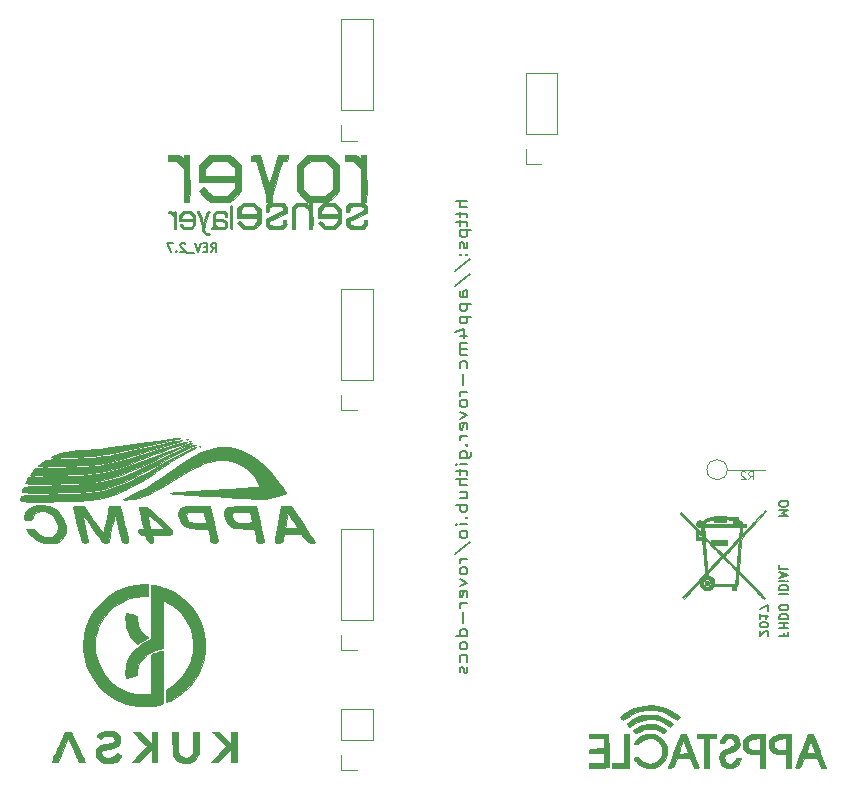
<source format=gbo>
G04 #@! TF.FileFunction,Legend,Bot*
%FSLAX46Y46*%
G04 Gerber Fmt 4.6, Leading zero omitted, Abs format (unit mm)*
G04 Created by KiCad (PCBNEW 4.0.5) date 11/29/17 14:00:22*
%MOMM*%
%LPD*%
G01*
G04 APERTURE LIST*
%ADD10C,0.100000*%
%ADD11C,0.200000*%
%ADD12C,0.187500*%
%ADD13C,0.010000*%
%ADD14C,0.120000*%
G04 APERTURE END LIST*
D10*
D11*
X138882381Y-77593145D02*
X137882381Y-77593145D01*
X138882381Y-78107431D02*
X138358571Y-78107431D01*
X138263333Y-78050288D01*
X138215714Y-77936002D01*
X138215714Y-77764574D01*
X138263333Y-77650288D01*
X138310952Y-77593145D01*
X138215714Y-78507431D02*
X138215714Y-78964574D01*
X137882381Y-78678859D02*
X138739524Y-78678859D01*
X138834762Y-78736002D01*
X138882381Y-78850288D01*
X138882381Y-78964574D01*
X138215714Y-79193145D02*
X138215714Y-79650288D01*
X137882381Y-79364573D02*
X138739524Y-79364573D01*
X138834762Y-79421716D01*
X138882381Y-79536002D01*
X138882381Y-79650288D01*
X138215714Y-80050287D02*
X139215714Y-80050287D01*
X138263333Y-80050287D02*
X138215714Y-80164573D01*
X138215714Y-80393144D01*
X138263333Y-80507430D01*
X138310952Y-80564573D01*
X138406190Y-80621716D01*
X138691905Y-80621716D01*
X138787143Y-80564573D01*
X138834762Y-80507430D01*
X138882381Y-80393144D01*
X138882381Y-80164573D01*
X138834762Y-80050287D01*
X138834762Y-81078858D02*
X138882381Y-81193144D01*
X138882381Y-81421716D01*
X138834762Y-81536001D01*
X138739524Y-81593144D01*
X138691905Y-81593144D01*
X138596667Y-81536001D01*
X138549048Y-81421716D01*
X138549048Y-81250287D01*
X138501429Y-81136001D01*
X138406190Y-81078858D01*
X138358571Y-81078858D01*
X138263333Y-81136001D01*
X138215714Y-81250287D01*
X138215714Y-81421716D01*
X138263333Y-81536001D01*
X138787143Y-82107430D02*
X138834762Y-82164573D01*
X138882381Y-82107430D01*
X138834762Y-82050287D01*
X138787143Y-82107430D01*
X138882381Y-82107430D01*
X138263333Y-82107430D02*
X138310952Y-82164573D01*
X138358571Y-82107430D01*
X138310952Y-82050287D01*
X138263333Y-82107430D01*
X138358571Y-82107430D01*
X137834762Y-83536002D02*
X139120476Y-82507431D01*
X137834762Y-84793145D02*
X139120476Y-83764574D01*
X138882381Y-85707431D02*
X138358571Y-85707431D01*
X138263333Y-85650288D01*
X138215714Y-85536002D01*
X138215714Y-85307431D01*
X138263333Y-85193145D01*
X138834762Y-85707431D02*
X138882381Y-85593145D01*
X138882381Y-85307431D01*
X138834762Y-85193145D01*
X138739524Y-85136002D01*
X138644286Y-85136002D01*
X138549048Y-85193145D01*
X138501429Y-85307431D01*
X138501429Y-85593145D01*
X138453810Y-85707431D01*
X138215714Y-86278859D02*
X139215714Y-86278859D01*
X138263333Y-86278859D02*
X138215714Y-86393145D01*
X138215714Y-86621716D01*
X138263333Y-86736002D01*
X138310952Y-86793145D01*
X138406190Y-86850288D01*
X138691905Y-86850288D01*
X138787143Y-86793145D01*
X138834762Y-86736002D01*
X138882381Y-86621716D01*
X138882381Y-86393145D01*
X138834762Y-86278859D01*
X138215714Y-87364573D02*
X139215714Y-87364573D01*
X138263333Y-87364573D02*
X138215714Y-87478859D01*
X138215714Y-87707430D01*
X138263333Y-87821716D01*
X138310952Y-87878859D01*
X138406190Y-87936002D01*
X138691905Y-87936002D01*
X138787143Y-87878859D01*
X138834762Y-87821716D01*
X138882381Y-87707430D01*
X138882381Y-87478859D01*
X138834762Y-87364573D01*
X138215714Y-88964573D02*
X138882381Y-88964573D01*
X137834762Y-88678859D02*
X138549048Y-88393144D01*
X138549048Y-89136002D01*
X138882381Y-89593144D02*
X138215714Y-89593144D01*
X138310952Y-89593144D02*
X138263333Y-89650287D01*
X138215714Y-89764573D01*
X138215714Y-89936001D01*
X138263333Y-90050287D01*
X138358571Y-90107430D01*
X138882381Y-90107430D01*
X138358571Y-90107430D02*
X138263333Y-90164573D01*
X138215714Y-90278859D01*
X138215714Y-90450287D01*
X138263333Y-90564573D01*
X138358571Y-90621716D01*
X138882381Y-90621716D01*
X138834762Y-91707430D02*
X138882381Y-91593144D01*
X138882381Y-91364573D01*
X138834762Y-91250287D01*
X138787143Y-91193144D01*
X138691905Y-91136001D01*
X138406190Y-91136001D01*
X138310952Y-91193144D01*
X138263333Y-91250287D01*
X138215714Y-91364573D01*
X138215714Y-91593144D01*
X138263333Y-91707430D01*
X138501429Y-92221715D02*
X138501429Y-93136001D01*
X138882381Y-93707429D02*
X138215714Y-93707429D01*
X138406190Y-93707429D02*
X138310952Y-93764572D01*
X138263333Y-93821715D01*
X138215714Y-93936001D01*
X138215714Y-94050286D01*
X138882381Y-94621715D02*
X138834762Y-94507429D01*
X138787143Y-94450286D01*
X138691905Y-94393143D01*
X138406190Y-94393143D01*
X138310952Y-94450286D01*
X138263333Y-94507429D01*
X138215714Y-94621715D01*
X138215714Y-94793143D01*
X138263333Y-94907429D01*
X138310952Y-94964572D01*
X138406190Y-95021715D01*
X138691905Y-95021715D01*
X138787143Y-94964572D01*
X138834762Y-94907429D01*
X138882381Y-94793143D01*
X138882381Y-94621715D01*
X138215714Y-95421715D02*
X138882381Y-95707429D01*
X138215714Y-95993143D01*
X138834762Y-96907429D02*
X138882381Y-96793143D01*
X138882381Y-96564572D01*
X138834762Y-96450286D01*
X138739524Y-96393143D01*
X138358571Y-96393143D01*
X138263333Y-96450286D01*
X138215714Y-96564572D01*
X138215714Y-96793143D01*
X138263333Y-96907429D01*
X138358571Y-96964572D01*
X138453810Y-96964572D01*
X138549048Y-96393143D01*
X138882381Y-97478857D02*
X138215714Y-97478857D01*
X138406190Y-97478857D02*
X138310952Y-97536000D01*
X138263333Y-97593143D01*
X138215714Y-97707429D01*
X138215714Y-97821714D01*
X138787143Y-98221714D02*
X138834762Y-98278857D01*
X138882381Y-98221714D01*
X138834762Y-98164571D01*
X138787143Y-98221714D01*
X138882381Y-98221714D01*
X138215714Y-99307429D02*
X139025238Y-99307429D01*
X139120476Y-99250286D01*
X139168095Y-99193143D01*
X139215714Y-99078858D01*
X139215714Y-98907429D01*
X139168095Y-98793143D01*
X138834762Y-99307429D02*
X138882381Y-99193143D01*
X138882381Y-98964572D01*
X138834762Y-98850286D01*
X138787143Y-98793143D01*
X138691905Y-98736000D01*
X138406190Y-98736000D01*
X138310952Y-98793143D01*
X138263333Y-98850286D01*
X138215714Y-98964572D01*
X138215714Y-99193143D01*
X138263333Y-99307429D01*
X138882381Y-99878857D02*
X138215714Y-99878857D01*
X137882381Y-99878857D02*
X137930000Y-99821714D01*
X137977619Y-99878857D01*
X137930000Y-99936000D01*
X137882381Y-99878857D01*
X137977619Y-99878857D01*
X138215714Y-100278858D02*
X138215714Y-100736001D01*
X137882381Y-100450286D02*
X138739524Y-100450286D01*
X138834762Y-100507429D01*
X138882381Y-100621715D01*
X138882381Y-100736001D01*
X138882381Y-101136000D02*
X137882381Y-101136000D01*
X138882381Y-101650286D02*
X138358571Y-101650286D01*
X138263333Y-101593143D01*
X138215714Y-101478857D01*
X138215714Y-101307429D01*
X138263333Y-101193143D01*
X138310952Y-101136000D01*
X138215714Y-102736000D02*
X138882381Y-102736000D01*
X138215714Y-102221714D02*
X138739524Y-102221714D01*
X138834762Y-102278857D01*
X138882381Y-102393143D01*
X138882381Y-102564571D01*
X138834762Y-102678857D01*
X138787143Y-102736000D01*
X138882381Y-103307428D02*
X137882381Y-103307428D01*
X138263333Y-103307428D02*
X138215714Y-103421714D01*
X138215714Y-103650285D01*
X138263333Y-103764571D01*
X138310952Y-103821714D01*
X138406190Y-103878857D01*
X138691905Y-103878857D01*
X138787143Y-103821714D01*
X138834762Y-103764571D01*
X138882381Y-103650285D01*
X138882381Y-103421714D01*
X138834762Y-103307428D01*
X138787143Y-104393142D02*
X138834762Y-104450285D01*
X138882381Y-104393142D01*
X138834762Y-104335999D01*
X138787143Y-104393142D01*
X138882381Y-104393142D01*
X138882381Y-104964571D02*
X138215714Y-104964571D01*
X137882381Y-104964571D02*
X137930000Y-104907428D01*
X137977619Y-104964571D01*
X137930000Y-105021714D01*
X137882381Y-104964571D01*
X137977619Y-104964571D01*
X138882381Y-105707429D02*
X138834762Y-105593143D01*
X138787143Y-105536000D01*
X138691905Y-105478857D01*
X138406190Y-105478857D01*
X138310952Y-105536000D01*
X138263333Y-105593143D01*
X138215714Y-105707429D01*
X138215714Y-105878857D01*
X138263333Y-105993143D01*
X138310952Y-106050286D01*
X138406190Y-106107429D01*
X138691905Y-106107429D01*
X138787143Y-106050286D01*
X138834762Y-105993143D01*
X138882381Y-105878857D01*
X138882381Y-105707429D01*
X137834762Y-107478857D02*
X139120476Y-106450286D01*
X138882381Y-107878857D02*
X138215714Y-107878857D01*
X138406190Y-107878857D02*
X138310952Y-107936000D01*
X138263333Y-107993143D01*
X138215714Y-108107429D01*
X138215714Y-108221714D01*
X138882381Y-108793143D02*
X138834762Y-108678857D01*
X138787143Y-108621714D01*
X138691905Y-108564571D01*
X138406190Y-108564571D01*
X138310952Y-108621714D01*
X138263333Y-108678857D01*
X138215714Y-108793143D01*
X138215714Y-108964571D01*
X138263333Y-109078857D01*
X138310952Y-109136000D01*
X138406190Y-109193143D01*
X138691905Y-109193143D01*
X138787143Y-109136000D01*
X138834762Y-109078857D01*
X138882381Y-108964571D01*
X138882381Y-108793143D01*
X138215714Y-109593143D02*
X138882381Y-109878857D01*
X138215714Y-110164571D01*
X138834762Y-111078857D02*
X138882381Y-110964571D01*
X138882381Y-110736000D01*
X138834762Y-110621714D01*
X138739524Y-110564571D01*
X138358571Y-110564571D01*
X138263333Y-110621714D01*
X138215714Y-110736000D01*
X138215714Y-110964571D01*
X138263333Y-111078857D01*
X138358571Y-111136000D01*
X138453810Y-111136000D01*
X138549048Y-110564571D01*
X138882381Y-111650285D02*
X138215714Y-111650285D01*
X138406190Y-111650285D02*
X138310952Y-111707428D01*
X138263333Y-111764571D01*
X138215714Y-111878857D01*
X138215714Y-111993142D01*
X138501429Y-112393142D02*
X138501429Y-113307428D01*
X138882381Y-114393142D02*
X137882381Y-114393142D01*
X138834762Y-114393142D02*
X138882381Y-114278856D01*
X138882381Y-114050285D01*
X138834762Y-113935999D01*
X138787143Y-113878856D01*
X138691905Y-113821713D01*
X138406190Y-113821713D01*
X138310952Y-113878856D01*
X138263333Y-113935999D01*
X138215714Y-114050285D01*
X138215714Y-114278856D01*
X138263333Y-114393142D01*
X138882381Y-115135999D02*
X138834762Y-115021713D01*
X138787143Y-114964570D01*
X138691905Y-114907427D01*
X138406190Y-114907427D01*
X138310952Y-114964570D01*
X138263333Y-115021713D01*
X138215714Y-115135999D01*
X138215714Y-115307427D01*
X138263333Y-115421713D01*
X138310952Y-115478856D01*
X138406190Y-115535999D01*
X138691905Y-115535999D01*
X138787143Y-115478856D01*
X138834762Y-115421713D01*
X138882381Y-115307427D01*
X138882381Y-115135999D01*
X138834762Y-116564570D02*
X138882381Y-116450284D01*
X138882381Y-116221713D01*
X138834762Y-116107427D01*
X138787143Y-116050284D01*
X138691905Y-115993141D01*
X138406190Y-115993141D01*
X138310952Y-116050284D01*
X138263333Y-116107427D01*
X138215714Y-116221713D01*
X138215714Y-116450284D01*
X138263333Y-116564570D01*
X138834762Y-117021712D02*
X138882381Y-117135998D01*
X138882381Y-117364570D01*
X138834762Y-117478855D01*
X138739524Y-117535998D01*
X138691905Y-117535998D01*
X138596667Y-117478855D01*
X138549048Y-117364570D01*
X138549048Y-117193141D01*
X138501429Y-117078855D01*
X138406190Y-117021712D01*
X138358571Y-117021712D01*
X138263333Y-117078855D01*
X138215714Y-117193141D01*
X138215714Y-117364570D01*
X138263333Y-117478855D01*
D12*
X164296286Y-114379215D02*
X164332000Y-114343501D01*
X164367714Y-114272072D01*
X164367714Y-114093501D01*
X164332000Y-114022072D01*
X164296286Y-113986358D01*
X164224857Y-113950643D01*
X164153429Y-113950643D01*
X164046286Y-113986358D01*
X163617714Y-114414929D01*
X163617714Y-113950643D01*
X164367714Y-113486357D02*
X164367714Y-113414929D01*
X164332000Y-113343500D01*
X164296286Y-113307786D01*
X164224857Y-113272072D01*
X164082000Y-113236357D01*
X163903429Y-113236357D01*
X163760571Y-113272072D01*
X163689143Y-113307786D01*
X163653429Y-113343500D01*
X163617714Y-113414929D01*
X163617714Y-113486357D01*
X163653429Y-113557786D01*
X163689143Y-113593500D01*
X163760571Y-113629215D01*
X163903429Y-113664929D01*
X164082000Y-113664929D01*
X164224857Y-113629215D01*
X164296286Y-113593500D01*
X164332000Y-113557786D01*
X164367714Y-113486357D01*
X163617714Y-112522071D02*
X163617714Y-112950643D01*
X163617714Y-112736357D02*
X164367714Y-112736357D01*
X164260571Y-112807786D01*
X164189143Y-112879214D01*
X164153429Y-112950643D01*
X164367714Y-112272071D02*
X164367714Y-111772071D01*
X163617714Y-112093500D01*
X165268714Y-104274857D02*
X166018714Y-104274857D01*
X165483000Y-104024857D01*
X166018714Y-103774857D01*
X165268714Y-103774857D01*
X166018714Y-103274856D02*
X166018714Y-103131999D01*
X165983000Y-103060571D01*
X165911571Y-102989142D01*
X165768714Y-102953428D01*
X165518714Y-102953428D01*
X165375857Y-102989142D01*
X165304429Y-103060571D01*
X165268714Y-103131999D01*
X165268714Y-103274856D01*
X165304429Y-103346285D01*
X165375857Y-103417714D01*
X165518714Y-103453428D01*
X165768714Y-103453428D01*
X165911571Y-103417714D01*
X165983000Y-103346285D01*
X166018714Y-103274856D01*
X165661571Y-114138929D02*
X165661571Y-114388929D01*
X165268714Y-114388929D02*
X166018714Y-114388929D01*
X166018714Y-114031786D01*
X165268714Y-113746072D02*
X166018714Y-113746072D01*
X165661571Y-113746072D02*
X165661571Y-113317500D01*
X165268714Y-113317500D02*
X166018714Y-113317500D01*
X165268714Y-112960358D02*
X166018714Y-112960358D01*
X166018714Y-112781786D01*
X165983000Y-112674643D01*
X165911571Y-112603215D01*
X165840143Y-112567500D01*
X165697286Y-112531786D01*
X165590143Y-112531786D01*
X165447286Y-112567500D01*
X165375857Y-112603215D01*
X165304429Y-112674643D01*
X165268714Y-112781786D01*
X165268714Y-112960358D01*
X166018714Y-112067500D02*
X166018714Y-111924643D01*
X165983000Y-111853215D01*
X165911571Y-111781786D01*
X165768714Y-111746072D01*
X165518714Y-111746072D01*
X165375857Y-111781786D01*
X165304429Y-111853215D01*
X165268714Y-111924643D01*
X165268714Y-112067500D01*
X165304429Y-112138929D01*
X165375857Y-112210358D01*
X165518714Y-112246072D01*
X165768714Y-112246072D01*
X165911571Y-112210358D01*
X165983000Y-112138929D01*
X166018714Y-112067500D01*
X165268714Y-110853215D02*
X166018714Y-110853215D01*
X165268714Y-110496072D02*
X166018714Y-110496072D01*
X166018714Y-110317500D01*
X165983000Y-110210357D01*
X165911571Y-110138929D01*
X165840143Y-110103214D01*
X165697286Y-110067500D01*
X165590143Y-110067500D01*
X165447286Y-110103214D01*
X165375857Y-110138929D01*
X165304429Y-110210357D01*
X165268714Y-110317500D01*
X165268714Y-110496072D01*
X165268714Y-109746072D02*
X165768714Y-109746072D01*
X166018714Y-109746072D02*
X165983000Y-109781786D01*
X165947286Y-109746072D01*
X165983000Y-109710357D01*
X166018714Y-109746072D01*
X165947286Y-109746072D01*
X165483000Y-109424643D02*
X165483000Y-109067500D01*
X165268714Y-109496071D02*
X166018714Y-109246071D01*
X165268714Y-108996071D01*
X165268714Y-108388929D02*
X165268714Y-108746072D01*
X166018714Y-108746072D01*
X117177143Y-81873286D02*
X117427143Y-81516143D01*
X117605715Y-81873286D02*
X117605715Y-81123286D01*
X117320000Y-81123286D01*
X117248572Y-81159000D01*
X117212857Y-81194714D01*
X117177143Y-81266143D01*
X117177143Y-81373286D01*
X117212857Y-81444714D01*
X117248572Y-81480429D01*
X117320000Y-81516143D01*
X117605715Y-81516143D01*
X116855715Y-81480429D02*
X116605715Y-81480429D01*
X116498572Y-81873286D02*
X116855715Y-81873286D01*
X116855715Y-81123286D01*
X116498572Y-81123286D01*
X116284286Y-81123286D02*
X116034286Y-81873286D01*
X115784286Y-81123286D01*
X115712858Y-81944714D02*
X115141429Y-81944714D01*
X114998572Y-81194714D02*
X114962858Y-81159000D01*
X114891429Y-81123286D01*
X114712858Y-81123286D01*
X114641429Y-81159000D01*
X114605715Y-81194714D01*
X114570000Y-81266143D01*
X114570000Y-81337571D01*
X114605715Y-81444714D01*
X115034286Y-81873286D01*
X114570000Y-81873286D01*
X114248572Y-81801857D02*
X114212857Y-81837571D01*
X114248572Y-81873286D01*
X114284286Y-81837571D01*
X114248572Y-81801857D01*
X114248572Y-81873286D01*
X113962857Y-81123286D02*
X113462857Y-81123286D01*
X113784286Y-81873286D01*
D13*
G36*
X108194872Y-122448907D02*
X107974902Y-122498404D01*
X107852465Y-122547826D01*
X107741411Y-122617761D01*
X107632337Y-122707181D01*
X107542013Y-122799784D01*
X107487210Y-122879264D01*
X107478286Y-122911600D01*
X107507932Y-122939209D01*
X107584541Y-122986448D01*
X107661988Y-123027866D01*
X107845689Y-123120955D01*
X107969424Y-123012314D01*
X108119501Y-122913384D01*
X108289493Y-122853698D01*
X108466413Y-122831240D01*
X108637272Y-122843995D01*
X108789080Y-122889949D01*
X108908849Y-122967086D01*
X108983590Y-123073391D01*
X109002286Y-123172559D01*
X108982742Y-123277857D01*
X108919381Y-123361206D01*
X108805114Y-123426635D01*
X108632847Y-123478169D01*
X108395490Y-123519838D01*
X108389261Y-123520705D01*
X108072671Y-123581052D01*
X107821403Y-123666993D01*
X107631814Y-123781529D01*
X107500262Y-123927658D01*
X107423104Y-124108380D01*
X107396697Y-124326695D01*
X107396643Y-124338113D01*
X107425409Y-124572082D01*
X107512756Y-124766713D01*
X107660260Y-124923702D01*
X107869496Y-125044742D01*
X108131920Y-125129169D01*
X108329200Y-125167834D01*
X108499386Y-125179218D01*
X108676216Y-125163419D01*
X108845045Y-125131297D01*
X108978654Y-125098286D01*
X109094466Y-125062842D01*
X109153474Y-125039114D01*
X109266292Y-124963502D01*
X109380851Y-124858352D01*
X109481938Y-124741328D01*
X109554339Y-124630093D01*
X109582839Y-124542313D01*
X109582857Y-124540576D01*
X109552696Y-124508953D01*
X109474925Y-124460945D01*
X109400201Y-124423139D01*
X109217544Y-124337588D01*
X109110819Y-124467064D01*
X108977593Y-124587361D01*
X108814936Y-124671344D01*
X108635056Y-124720163D01*
X108450159Y-124734971D01*
X108272450Y-124716919D01*
X108114136Y-124667160D01*
X107987424Y-124586844D01*
X107904518Y-124477124D01*
X107877429Y-124350679D01*
X107893211Y-124238523D01*
X107945702Y-124148704D01*
X108042622Y-124076617D01*
X108191690Y-124017659D01*
X108400624Y-123967223D01*
X108570767Y-123937058D01*
X108848116Y-123876212D01*
X109081604Y-123791841D01*
X109261694Y-123688199D01*
X109372099Y-123579375D01*
X109427881Y-123457284D01*
X109462508Y-123294292D01*
X109473150Y-123119717D01*
X109456975Y-122962880D01*
X109437725Y-122899740D01*
X109345957Y-122757900D01*
X109201724Y-122627235D01*
X109024985Y-122523564D01*
X108907829Y-122479780D01*
X108686407Y-122437978D01*
X108440398Y-122428226D01*
X108194872Y-122448907D01*
X108194872Y-122448907D01*
G37*
X108194872Y-122448907D02*
X107974902Y-122498404D01*
X107852465Y-122547826D01*
X107741411Y-122617761D01*
X107632337Y-122707181D01*
X107542013Y-122799784D01*
X107487210Y-122879264D01*
X107478286Y-122911600D01*
X107507932Y-122939209D01*
X107584541Y-122986448D01*
X107661988Y-123027866D01*
X107845689Y-123120955D01*
X107969424Y-123012314D01*
X108119501Y-122913384D01*
X108289493Y-122853698D01*
X108466413Y-122831240D01*
X108637272Y-122843995D01*
X108789080Y-122889949D01*
X108908849Y-122967086D01*
X108983590Y-123073391D01*
X109002286Y-123172559D01*
X108982742Y-123277857D01*
X108919381Y-123361206D01*
X108805114Y-123426635D01*
X108632847Y-123478169D01*
X108395490Y-123519838D01*
X108389261Y-123520705D01*
X108072671Y-123581052D01*
X107821403Y-123666993D01*
X107631814Y-123781529D01*
X107500262Y-123927658D01*
X107423104Y-124108380D01*
X107396697Y-124326695D01*
X107396643Y-124338113D01*
X107425409Y-124572082D01*
X107512756Y-124766713D01*
X107660260Y-124923702D01*
X107869496Y-125044742D01*
X108131920Y-125129169D01*
X108329200Y-125167834D01*
X108499386Y-125179218D01*
X108676216Y-125163419D01*
X108845045Y-125131297D01*
X108978654Y-125098286D01*
X109094466Y-125062842D01*
X109153474Y-125039114D01*
X109266292Y-124963502D01*
X109380851Y-124858352D01*
X109481938Y-124741328D01*
X109554339Y-124630093D01*
X109582839Y-124542313D01*
X109582857Y-124540576D01*
X109552696Y-124508953D01*
X109474925Y-124460945D01*
X109400201Y-124423139D01*
X109217544Y-124337588D01*
X109110819Y-124467064D01*
X108977593Y-124587361D01*
X108814936Y-124671344D01*
X108635056Y-124720163D01*
X108450159Y-124734971D01*
X108272450Y-124716919D01*
X108114136Y-124667160D01*
X107987424Y-124586844D01*
X107904518Y-124477124D01*
X107877429Y-124350679D01*
X107893211Y-124238523D01*
X107945702Y-124148704D01*
X108042622Y-124076617D01*
X108191690Y-124017659D01*
X108400624Y-123967223D01*
X108570767Y-123937058D01*
X108848116Y-123876212D01*
X109081604Y-123791841D01*
X109261694Y-123688199D01*
X109372099Y-123579375D01*
X109427881Y-123457284D01*
X109462508Y-123294292D01*
X109473150Y-123119717D01*
X109456975Y-122962880D01*
X109437725Y-122899740D01*
X109345957Y-122757900D01*
X109201724Y-122627235D01*
X109024985Y-122523564D01*
X108907829Y-122479780D01*
X108686407Y-122437978D01*
X108440398Y-122428226D01*
X108194872Y-122448907D01*
G36*
X115678857Y-123365722D02*
X115678577Y-123639379D01*
X115677178Y-123850702D01*
X115673826Y-124009925D01*
X115667683Y-124127286D01*
X115657914Y-124213021D01*
X115643684Y-124277364D01*
X115624156Y-124330553D01*
X115598494Y-124382822D01*
X115595301Y-124388879D01*
X115477000Y-124542270D01*
X115319626Y-124647476D01*
X115138226Y-124703891D01*
X114947848Y-124710911D01*
X114763540Y-124667929D01*
X114600349Y-124574341D01*
X114476014Y-124433914D01*
X114449521Y-124388716D01*
X114429014Y-124342438D01*
X114413579Y-124285314D01*
X114402306Y-124207576D01*
X114394281Y-124099457D01*
X114388593Y-123951190D01*
X114384331Y-123753008D01*
X114380581Y-123495144D01*
X114379343Y-123398643D01*
X114367972Y-122500572D01*
X113896464Y-122500572D01*
X113907732Y-123453072D01*
X113911386Y-123741633D01*
X113915258Y-123967278D01*
X113920187Y-124139658D01*
X113927011Y-124268425D01*
X113936568Y-124363231D01*
X113949696Y-124433729D01*
X113967234Y-124489570D01*
X113990020Y-124540407D01*
X114004635Y-124568857D01*
X114152567Y-124794572D01*
X114331417Y-124959902D01*
X114548796Y-125069419D01*
X114812312Y-125127694D01*
X114953143Y-125138637D01*
X115147973Y-125140306D01*
X115299755Y-125124725D01*
X115436624Y-125088754D01*
X115453706Y-125082803D01*
X115691782Y-124966548D01*
X115881846Y-124800885D01*
X116019744Y-124604240D01*
X116132429Y-124405572D01*
X116154965Y-122500572D01*
X115678857Y-122500572D01*
X115678857Y-123365722D01*
X115678857Y-123365722D01*
G37*
X115678857Y-123365722D02*
X115678577Y-123639379D01*
X115677178Y-123850702D01*
X115673826Y-124009925D01*
X115667683Y-124127286D01*
X115657914Y-124213021D01*
X115643684Y-124277364D01*
X115624156Y-124330553D01*
X115598494Y-124382822D01*
X115595301Y-124388879D01*
X115477000Y-124542270D01*
X115319626Y-124647476D01*
X115138226Y-124703891D01*
X114947848Y-124710911D01*
X114763540Y-124667929D01*
X114600349Y-124574341D01*
X114476014Y-124433914D01*
X114449521Y-124388716D01*
X114429014Y-124342438D01*
X114413579Y-124285314D01*
X114402306Y-124207576D01*
X114394281Y-124099457D01*
X114388593Y-123951190D01*
X114384331Y-123753008D01*
X114380581Y-123495144D01*
X114379343Y-123398643D01*
X114367972Y-122500572D01*
X113896464Y-122500572D01*
X113907732Y-123453072D01*
X113911386Y-123741633D01*
X113915258Y-123967278D01*
X113920187Y-124139658D01*
X113927011Y-124268425D01*
X113936568Y-124363231D01*
X113949696Y-124433729D01*
X113967234Y-124489570D01*
X113990020Y-124540407D01*
X114004635Y-124568857D01*
X114152567Y-124794572D01*
X114331417Y-124959902D01*
X114548796Y-125069419D01*
X114812312Y-125127694D01*
X114953143Y-125138637D01*
X115147973Y-125140306D01*
X115299755Y-125124725D01*
X115436624Y-125088754D01*
X115453706Y-125082803D01*
X115691782Y-124966548D01*
X115881846Y-124800885D01*
X116019744Y-124604240D01*
X116132429Y-124405572D01*
X116154965Y-122500572D01*
X115678857Y-122500572D01*
X115678857Y-123365722D01*
G36*
X118863874Y-123045339D02*
X118853857Y-123590106D01*
X117884471Y-122500572D01*
X117269000Y-122500572D01*
X117480857Y-122731395D01*
X117586182Y-122845763D01*
X117724444Y-122995344D01*
X117879096Y-123162267D01*
X118033596Y-123328657D01*
X118062197Y-123359412D01*
X118431679Y-123756606D01*
X117817268Y-124402827D01*
X117647471Y-124582667D01*
X117495663Y-124745856D01*
X117368653Y-124884874D01*
X117273255Y-124992203D01*
X117216279Y-125060322D01*
X117202857Y-125081095D01*
X117236235Y-125096143D01*
X117324781Y-125107399D01*
X117451115Y-125112898D01*
X117486077Y-125113143D01*
X117769296Y-125113143D01*
X118311577Y-124536404D01*
X118853857Y-123959665D01*
X118863828Y-124536404D01*
X118873798Y-125113143D01*
X119102709Y-125113143D01*
X119225640Y-125109570D01*
X119317761Y-125100263D01*
X119355810Y-125088953D01*
X119361422Y-125048272D01*
X119366574Y-124943401D01*
X119371110Y-124782717D01*
X119374875Y-124574601D01*
X119377714Y-124327431D01*
X119379471Y-124049588D01*
X119380000Y-123782667D01*
X119380000Y-122500572D01*
X118873890Y-122500572D01*
X118863874Y-123045339D01*
X118863874Y-123045339D01*
G37*
X118863874Y-123045339D02*
X118853857Y-123590106D01*
X117884471Y-122500572D01*
X117269000Y-122500572D01*
X117480857Y-122731395D01*
X117586182Y-122845763D01*
X117724444Y-122995344D01*
X117879096Y-123162267D01*
X118033596Y-123328657D01*
X118062197Y-123359412D01*
X118431679Y-123756606D01*
X117817268Y-124402827D01*
X117647471Y-124582667D01*
X117495663Y-124745856D01*
X117368653Y-124884874D01*
X117273255Y-124992203D01*
X117216279Y-125060322D01*
X117202857Y-125081095D01*
X117236235Y-125096143D01*
X117324781Y-125107399D01*
X117451115Y-125112898D01*
X117486077Y-125113143D01*
X117769296Y-125113143D01*
X118311577Y-124536404D01*
X118853857Y-123959665D01*
X118863828Y-124536404D01*
X118873798Y-125113143D01*
X119102709Y-125113143D01*
X119225640Y-125109570D01*
X119317761Y-125100263D01*
X119355810Y-125088953D01*
X119361422Y-125048272D01*
X119366574Y-124943401D01*
X119371110Y-124782717D01*
X119374875Y-124574601D01*
X119377714Y-124327431D01*
X119379471Y-124049588D01*
X119380000Y-123782667D01*
X119380000Y-122500572D01*
X118873890Y-122500572D01*
X118863874Y-123045339D01*
G36*
X112151017Y-123041503D02*
X112141000Y-123582434D01*
X111174424Y-122500572D01*
X110554398Y-122500572D01*
X110952613Y-122926929D01*
X111105908Y-123091384D01*
X111258248Y-123255388D01*
X111395361Y-123403536D01*
X111502975Y-123520427D01*
X111535207Y-123555686D01*
X111719586Y-123758087D01*
X111104793Y-124407753D01*
X110935203Y-124588048D01*
X110783529Y-124751375D01*
X110656549Y-124890265D01*
X110561038Y-124997252D01*
X110503774Y-125064866D01*
X110490000Y-125085281D01*
X110523393Y-125098315D01*
X110612030Y-125108087D01*
X110738603Y-125112909D01*
X110775610Y-125113143D01*
X111061220Y-125113143D01*
X112141000Y-123959407D01*
X112150970Y-124536275D01*
X112160941Y-125113143D01*
X112630857Y-125113143D01*
X112630857Y-122500572D01*
X112161033Y-122500572D01*
X112151017Y-123041503D01*
X112151017Y-123041503D01*
G37*
X112151017Y-123041503D02*
X112141000Y-123582434D01*
X111174424Y-122500572D01*
X110554398Y-122500572D01*
X110952613Y-122926929D01*
X111105908Y-123091384D01*
X111258248Y-123255388D01*
X111395361Y-123403536D01*
X111502975Y-123520427D01*
X111535207Y-123555686D01*
X111719586Y-123758087D01*
X111104793Y-124407753D01*
X110935203Y-124588048D01*
X110783529Y-124751375D01*
X110656549Y-124890265D01*
X110561038Y-124997252D01*
X110503774Y-125064866D01*
X110490000Y-125085281D01*
X110523393Y-125098315D01*
X110612030Y-125108087D01*
X110738603Y-125112909D01*
X110775610Y-125113143D01*
X111061220Y-125113143D01*
X112141000Y-123959407D01*
X112150970Y-124536275D01*
X112160941Y-125113143D01*
X112630857Y-125113143D01*
X112630857Y-122500572D01*
X112161033Y-122500572D01*
X112151017Y-123041503D01*
G36*
X104260650Y-123732675D02*
X104134917Y-124014921D01*
X104018000Y-124278471D01*
X103913348Y-124515460D01*
X103824416Y-124718024D01*
X103754654Y-124878298D01*
X103707516Y-124988419D01*
X103686453Y-125040522D01*
X103686181Y-125041353D01*
X103678178Y-125079975D01*
X103694287Y-125101469D01*
X103748547Y-125109653D01*
X103854994Y-125108348D01*
X103922726Y-125105721D01*
X104183103Y-125095000D01*
X104620266Y-124088072D01*
X104730157Y-123836621D01*
X104831408Y-123608114D01*
X104920309Y-123410676D01*
X104993150Y-123252428D01*
X105046220Y-123141497D01*
X105075810Y-123086005D01*
X105080154Y-123081143D01*
X105100335Y-123112981D01*
X105144776Y-123202371D01*
X105209229Y-123340126D01*
X105289449Y-123517061D01*
X105381186Y-123723989D01*
X105445038Y-123870357D01*
X105548576Y-124108502D01*
X105649001Y-124338257D01*
X105740581Y-124546597D01*
X105817580Y-124720498D01*
X105874264Y-124846932D01*
X105892305Y-124886357D01*
X105997412Y-125113143D01*
X106247992Y-125113143D01*
X106371977Y-125109542D01*
X106461102Y-125100075D01*
X106497033Y-125086745D01*
X106497101Y-125085929D01*
X106482392Y-125047822D01*
X106441099Y-124950908D01*
X106376463Y-124802541D01*
X106291723Y-124610073D01*
X106190119Y-124380859D01*
X106074892Y-124122251D01*
X105949281Y-123841603D01*
X105925549Y-123788714D01*
X105355468Y-122518714D01*
X105083377Y-122508901D01*
X104811286Y-122499087D01*
X104260650Y-123732675D01*
X104260650Y-123732675D01*
G37*
X104260650Y-123732675D02*
X104134917Y-124014921D01*
X104018000Y-124278471D01*
X103913348Y-124515460D01*
X103824416Y-124718024D01*
X103754654Y-124878298D01*
X103707516Y-124988419D01*
X103686453Y-125040522D01*
X103686181Y-125041353D01*
X103678178Y-125079975D01*
X103694287Y-125101469D01*
X103748547Y-125109653D01*
X103854994Y-125108348D01*
X103922726Y-125105721D01*
X104183103Y-125095000D01*
X104620266Y-124088072D01*
X104730157Y-123836621D01*
X104831408Y-123608114D01*
X104920309Y-123410676D01*
X104993150Y-123252428D01*
X105046220Y-123141497D01*
X105075810Y-123086005D01*
X105080154Y-123081143D01*
X105100335Y-123112981D01*
X105144776Y-123202371D01*
X105209229Y-123340126D01*
X105289449Y-123517061D01*
X105381186Y-123723989D01*
X105445038Y-123870357D01*
X105548576Y-124108502D01*
X105649001Y-124338257D01*
X105740581Y-124546597D01*
X105817580Y-124720498D01*
X105874264Y-124846932D01*
X105892305Y-124886357D01*
X105997412Y-125113143D01*
X106247992Y-125113143D01*
X106371977Y-125109542D01*
X106461102Y-125100075D01*
X106497033Y-125086745D01*
X106497101Y-125085929D01*
X106482392Y-125047822D01*
X106441099Y-124950908D01*
X106376463Y-124802541D01*
X106291723Y-124610073D01*
X106190119Y-124380859D01*
X106074892Y-124122251D01*
X105949281Y-123841603D01*
X105925549Y-123788714D01*
X105355468Y-122518714D01*
X105083377Y-122508901D01*
X104811286Y-122499087D01*
X104260650Y-123732675D01*
G36*
X111415286Y-110041674D02*
X110820153Y-110084917D01*
X110240340Y-110196509D01*
X109681042Y-110372937D01*
X109147453Y-110610690D01*
X108644768Y-110906253D01*
X108178179Y-111256115D01*
X107752883Y-111656762D01*
X107374072Y-112104684D01*
X107046941Y-112596365D01*
X106776685Y-113128296D01*
X106746558Y-113198883D01*
X106672870Y-113390538D01*
X106594896Y-113618308D01*
X106524165Y-113847477D01*
X106489878Y-113971675D01*
X106446990Y-114145574D01*
X106415861Y-114298882D01*
X106394050Y-114451520D01*
X106379121Y-114623409D01*
X106368634Y-114834471D01*
X106362824Y-115009556D01*
X106364475Y-115522029D01*
X106403563Y-115987650D01*
X106483539Y-116423687D01*
X106607853Y-116847410D01*
X106779957Y-117276088D01*
X106842627Y-117410755D01*
X107141921Y-117954198D01*
X107495027Y-118450141D01*
X107898849Y-118896116D01*
X108350286Y-119289654D01*
X108846241Y-119628284D01*
X109383616Y-119909539D01*
X109959313Y-120130949D01*
X110412727Y-120255867D01*
X110579852Y-120284875D01*
X110800758Y-120309299D01*
X111057354Y-120328473D01*
X111331547Y-120341726D01*
X111605244Y-120348392D01*
X111860354Y-120347801D01*
X112078784Y-120339285D01*
X112235998Y-120323220D01*
X112420080Y-120290368D01*
X112614859Y-120249533D01*
X112797230Y-120206070D01*
X112944088Y-120165334D01*
X113002786Y-120145488D01*
X113102572Y-120107511D01*
X113102572Y-117875041D01*
X113102343Y-117406278D01*
X113101587Y-117005233D01*
X113100196Y-116667054D01*
X113098066Y-116386890D01*
X113095090Y-116159888D01*
X113091163Y-115981197D01*
X113086178Y-115845964D01*
X113080030Y-115749337D01*
X113072612Y-115686465D01*
X113063818Y-115652496D01*
X113053824Y-115642572D01*
X112985261Y-115655660D01*
X112866171Y-115691171D01*
X112712956Y-115743473D01*
X112542020Y-115806933D01*
X112369763Y-115875920D01*
X112349643Y-115884361D01*
X112122857Y-115980030D01*
X112122857Y-117641588D01*
X112122402Y-118054708D01*
X112120952Y-118400121D01*
X112118379Y-118682687D01*
X112114555Y-118907267D01*
X112109353Y-119078720D01*
X112102645Y-119201905D01*
X112094303Y-119281684D01*
X112084199Y-119322914D01*
X112078472Y-119330577D01*
X112015725Y-119345459D01*
X111895444Y-119354457D01*
X111732391Y-119357977D01*
X111541331Y-119356425D01*
X111337026Y-119350208D01*
X111134241Y-119339731D01*
X110947739Y-119325400D01*
X110792284Y-119307621D01*
X110707715Y-119292880D01*
X110171181Y-119145111D01*
X109681646Y-118945220D01*
X109231897Y-118689335D01*
X108814723Y-118373581D01*
X108565389Y-118142179D01*
X108202377Y-117730312D01*
X107901014Y-117283353D01*
X107662787Y-116806804D01*
X107489187Y-116306161D01*
X107381701Y-115786925D01*
X107341819Y-115254595D01*
X107371029Y-114714668D01*
X107470822Y-114172645D01*
X107480399Y-114135112D01*
X107635219Y-113670736D01*
X107852185Y-113216354D01*
X108122406Y-112785709D01*
X108436988Y-112392541D01*
X108787038Y-112050593D01*
X108877893Y-111975640D01*
X109323373Y-111660109D01*
X109784193Y-111412359D01*
X110267769Y-111229626D01*
X110781520Y-111109142D01*
X111332863Y-111048144D01*
X111370917Y-111046135D01*
X111834548Y-111023240D01*
X111824488Y-110529835D01*
X111814429Y-110036429D01*
X111415286Y-110041674D01*
X111415286Y-110041674D01*
G37*
X111415286Y-110041674D02*
X110820153Y-110084917D01*
X110240340Y-110196509D01*
X109681042Y-110372937D01*
X109147453Y-110610690D01*
X108644768Y-110906253D01*
X108178179Y-111256115D01*
X107752883Y-111656762D01*
X107374072Y-112104684D01*
X107046941Y-112596365D01*
X106776685Y-113128296D01*
X106746558Y-113198883D01*
X106672870Y-113390538D01*
X106594896Y-113618308D01*
X106524165Y-113847477D01*
X106489878Y-113971675D01*
X106446990Y-114145574D01*
X106415861Y-114298882D01*
X106394050Y-114451520D01*
X106379121Y-114623409D01*
X106368634Y-114834471D01*
X106362824Y-115009556D01*
X106364475Y-115522029D01*
X106403563Y-115987650D01*
X106483539Y-116423687D01*
X106607853Y-116847410D01*
X106779957Y-117276088D01*
X106842627Y-117410755D01*
X107141921Y-117954198D01*
X107495027Y-118450141D01*
X107898849Y-118896116D01*
X108350286Y-119289654D01*
X108846241Y-119628284D01*
X109383616Y-119909539D01*
X109959313Y-120130949D01*
X110412727Y-120255867D01*
X110579852Y-120284875D01*
X110800758Y-120309299D01*
X111057354Y-120328473D01*
X111331547Y-120341726D01*
X111605244Y-120348392D01*
X111860354Y-120347801D01*
X112078784Y-120339285D01*
X112235998Y-120323220D01*
X112420080Y-120290368D01*
X112614859Y-120249533D01*
X112797230Y-120206070D01*
X112944088Y-120165334D01*
X113002786Y-120145488D01*
X113102572Y-120107511D01*
X113102572Y-117875041D01*
X113102343Y-117406278D01*
X113101587Y-117005233D01*
X113100196Y-116667054D01*
X113098066Y-116386890D01*
X113095090Y-116159888D01*
X113091163Y-115981197D01*
X113086178Y-115845964D01*
X113080030Y-115749337D01*
X113072612Y-115686465D01*
X113063818Y-115652496D01*
X113053824Y-115642572D01*
X112985261Y-115655660D01*
X112866171Y-115691171D01*
X112712956Y-115743473D01*
X112542020Y-115806933D01*
X112369763Y-115875920D01*
X112349643Y-115884361D01*
X112122857Y-115980030D01*
X112122857Y-117641588D01*
X112122402Y-118054708D01*
X112120952Y-118400121D01*
X112118379Y-118682687D01*
X112114555Y-118907267D01*
X112109353Y-119078720D01*
X112102645Y-119201905D01*
X112094303Y-119281684D01*
X112084199Y-119322914D01*
X112078472Y-119330577D01*
X112015725Y-119345459D01*
X111895444Y-119354457D01*
X111732391Y-119357977D01*
X111541331Y-119356425D01*
X111337026Y-119350208D01*
X111134241Y-119339731D01*
X110947739Y-119325400D01*
X110792284Y-119307621D01*
X110707715Y-119292880D01*
X110171181Y-119145111D01*
X109681646Y-118945220D01*
X109231897Y-118689335D01*
X108814723Y-118373581D01*
X108565389Y-118142179D01*
X108202377Y-117730312D01*
X107901014Y-117283353D01*
X107662787Y-116806804D01*
X107489187Y-116306161D01*
X107381701Y-115786925D01*
X107341819Y-115254595D01*
X107371029Y-114714668D01*
X107470822Y-114172645D01*
X107480399Y-114135112D01*
X107635219Y-113670736D01*
X107852185Y-113216354D01*
X108122406Y-112785709D01*
X108436988Y-112392541D01*
X108787038Y-112050593D01*
X108877893Y-111975640D01*
X109323373Y-111660109D01*
X109784193Y-111412359D01*
X110267769Y-111229626D01*
X110781520Y-111109142D01*
X111332863Y-111048144D01*
X111370917Y-111046135D01*
X111834548Y-111023240D01*
X111824488Y-110529835D01*
X111814429Y-110036429D01*
X111415286Y-110041674D01*
G36*
X112122857Y-114658241D02*
X111775604Y-114822736D01*
X111430611Y-115000711D01*
X111138900Y-115185406D01*
X110881479Y-115390106D01*
X110668256Y-115597313D01*
X110411605Y-115899626D01*
X110214227Y-116207483D01*
X110064177Y-116540380D01*
X110029118Y-116640429D01*
X109988592Y-116771281D01*
X109961023Y-116888396D01*
X109943878Y-117011898D01*
X109934628Y-117161911D01*
X109930742Y-117358558D01*
X109930261Y-117426524D01*
X109930537Y-117608663D01*
X109933164Y-117763414D01*
X109937726Y-117876995D01*
X109943810Y-117935622D01*
X109945715Y-117940298D01*
X109985763Y-117939106D01*
X110082795Y-117923267D01*
X110223291Y-117895329D01*
X110393727Y-117857838D01*
X110438809Y-117847416D01*
X110913760Y-117736569D01*
X110897820Y-117569499D01*
X110904603Y-117269868D01*
X110977901Y-116968177D01*
X111112554Y-116673745D01*
X111303401Y-116395890D01*
X111545282Y-116143930D01*
X111792735Y-115953361D01*
X111954181Y-115851226D01*
X112110929Y-115765153D01*
X112281711Y-115686515D01*
X112485259Y-115606686D01*
X112739714Y-115517240D01*
X113084429Y-115400217D01*
X113102572Y-113376844D01*
X113120714Y-111353471D01*
X113401319Y-111498687D01*
X113863457Y-111777574D01*
X114284653Y-112112359D01*
X114659346Y-112496611D01*
X114981972Y-112923903D01*
X115246971Y-113387805D01*
X115439707Y-113854890D01*
X115572477Y-114347858D01*
X115644756Y-114859292D01*
X115656557Y-115375887D01*
X115607896Y-115884340D01*
X115498785Y-116371345D01*
X115436830Y-116561035D01*
X115231893Y-117046237D01*
X114979858Y-117486914D01*
X114675940Y-117888682D01*
X114315351Y-118257162D01*
X113893307Y-118597972D01*
X113456357Y-118886054D01*
X113356572Y-118946245D01*
X113356572Y-119471551D01*
X113357651Y-119680845D01*
X113361579Y-119827730D01*
X113369388Y-119922348D01*
X113382112Y-119974838D01*
X113400784Y-119995341D01*
X113410097Y-119996857D01*
X113462228Y-119981057D01*
X113563534Y-119938132D01*
X113698991Y-119874798D01*
X113840706Y-119804360D01*
X114358917Y-119500591D01*
X114835851Y-119141483D01*
X115266732Y-118732538D01*
X115646788Y-118279255D01*
X115971244Y-117787136D01*
X116235325Y-117261682D01*
X116381932Y-116876286D01*
X116475201Y-116578868D01*
X116543528Y-116315753D01*
X116591238Y-116062339D01*
X116622656Y-115794029D01*
X116642108Y-115486223D01*
X116646686Y-115370429D01*
X116642854Y-114824810D01*
X116588830Y-114316919D01*
X116480972Y-113828807D01*
X116315635Y-113342524D01*
X116164539Y-112995283D01*
X115878530Y-112472051D01*
X115532985Y-111985994D01*
X115133478Y-111542234D01*
X114685580Y-111145892D01*
X114194867Y-110802090D01*
X113666910Y-110515948D01*
X113296281Y-110359479D01*
X113145183Y-110307838D01*
X112962358Y-110253203D01*
X112765803Y-110200077D01*
X112573518Y-110152962D01*
X112403500Y-110116360D01*
X112273749Y-110094775D01*
X112222643Y-110090904D01*
X112122857Y-110090857D01*
X112122857Y-114658241D01*
X112122857Y-114658241D01*
G37*
X112122857Y-114658241D02*
X111775604Y-114822736D01*
X111430611Y-115000711D01*
X111138900Y-115185406D01*
X110881479Y-115390106D01*
X110668256Y-115597313D01*
X110411605Y-115899626D01*
X110214227Y-116207483D01*
X110064177Y-116540380D01*
X110029118Y-116640429D01*
X109988592Y-116771281D01*
X109961023Y-116888396D01*
X109943878Y-117011898D01*
X109934628Y-117161911D01*
X109930742Y-117358558D01*
X109930261Y-117426524D01*
X109930537Y-117608663D01*
X109933164Y-117763414D01*
X109937726Y-117876995D01*
X109943810Y-117935622D01*
X109945715Y-117940298D01*
X109985763Y-117939106D01*
X110082795Y-117923267D01*
X110223291Y-117895329D01*
X110393727Y-117857838D01*
X110438809Y-117847416D01*
X110913760Y-117736569D01*
X110897820Y-117569499D01*
X110904603Y-117269868D01*
X110977901Y-116968177D01*
X111112554Y-116673745D01*
X111303401Y-116395890D01*
X111545282Y-116143930D01*
X111792735Y-115953361D01*
X111954181Y-115851226D01*
X112110929Y-115765153D01*
X112281711Y-115686515D01*
X112485259Y-115606686D01*
X112739714Y-115517240D01*
X113084429Y-115400217D01*
X113102572Y-113376844D01*
X113120714Y-111353471D01*
X113401319Y-111498687D01*
X113863457Y-111777574D01*
X114284653Y-112112359D01*
X114659346Y-112496611D01*
X114981972Y-112923903D01*
X115246971Y-113387805D01*
X115439707Y-113854890D01*
X115572477Y-114347858D01*
X115644756Y-114859292D01*
X115656557Y-115375887D01*
X115607896Y-115884340D01*
X115498785Y-116371345D01*
X115436830Y-116561035D01*
X115231893Y-117046237D01*
X114979858Y-117486914D01*
X114675940Y-117888682D01*
X114315351Y-118257162D01*
X113893307Y-118597972D01*
X113456357Y-118886054D01*
X113356572Y-118946245D01*
X113356572Y-119471551D01*
X113357651Y-119680845D01*
X113361579Y-119827730D01*
X113369388Y-119922348D01*
X113382112Y-119974838D01*
X113400784Y-119995341D01*
X113410097Y-119996857D01*
X113462228Y-119981057D01*
X113563534Y-119938132D01*
X113698991Y-119874798D01*
X113840706Y-119804360D01*
X114358917Y-119500591D01*
X114835851Y-119141483D01*
X115266732Y-118732538D01*
X115646788Y-118279255D01*
X115971244Y-117787136D01*
X116235325Y-117261682D01*
X116381932Y-116876286D01*
X116475201Y-116578868D01*
X116543528Y-116315753D01*
X116591238Y-116062339D01*
X116622656Y-115794029D01*
X116642108Y-115486223D01*
X116646686Y-115370429D01*
X116642854Y-114824810D01*
X116588830Y-114316919D01*
X116480972Y-113828807D01*
X116315635Y-113342524D01*
X116164539Y-112995283D01*
X115878530Y-112472051D01*
X115532985Y-111985994D01*
X115133478Y-111542234D01*
X114685580Y-111145892D01*
X114194867Y-110802090D01*
X113666910Y-110515948D01*
X113296281Y-110359479D01*
X113145183Y-110307838D01*
X112962358Y-110253203D01*
X112765803Y-110200077D01*
X112573518Y-110152962D01*
X112403500Y-110116360D01*
X112273749Y-110094775D01*
X112222643Y-110090904D01*
X112122857Y-110090857D01*
X112122857Y-114658241D01*
G36*
X109948926Y-112470606D02*
X109941250Y-112512890D01*
X109935060Y-112613825D01*
X109930885Y-112759497D01*
X109929253Y-112935991D01*
X109929319Y-112987865D01*
X109931261Y-113194838D01*
X109937266Y-113349322D01*
X109950142Y-113471390D01*
X109972694Y-113581114D01*
X110007728Y-113698565D01*
X110043065Y-113801479D01*
X110109754Y-113974075D01*
X110186956Y-114148879D01*
X110260468Y-114294242D01*
X110277175Y-114323227D01*
X110339950Y-114415984D01*
X110429587Y-114533285D01*
X110535244Y-114662682D01*
X110646078Y-114791730D01*
X110751245Y-114907981D01*
X110839903Y-114998988D01*
X110901207Y-115052306D01*
X110919942Y-115061056D01*
X110959630Y-115042416D01*
X111043935Y-114993777D01*
X111156586Y-114924626D01*
X111188637Y-114904377D01*
X111343513Y-114810740D01*
X111511237Y-114716679D01*
X111651280Y-114644649D01*
X111761247Y-114589185D01*
X111839161Y-114544336D01*
X111867922Y-114520114D01*
X111839796Y-114490538D01*
X111767626Y-114434359D01*
X111684247Y-114375588D01*
X111451638Y-114183434D01*
X111239831Y-113942884D01*
X111103425Y-113737572D01*
X111020864Y-113556465D01*
X110954012Y-113339439D01*
X110909562Y-113115376D01*
X110894207Y-112913156D01*
X110897357Y-112848423D01*
X110914217Y-112672962D01*
X110442249Y-112561008D01*
X110266843Y-112521283D01*
X110117684Y-112491058D01*
X110008432Y-112472837D01*
X109952745Y-112469121D01*
X109948926Y-112470606D01*
X109948926Y-112470606D01*
G37*
X109948926Y-112470606D02*
X109941250Y-112512890D01*
X109935060Y-112613825D01*
X109930885Y-112759497D01*
X109929253Y-112935991D01*
X109929319Y-112987865D01*
X109931261Y-113194838D01*
X109937266Y-113349322D01*
X109950142Y-113471390D01*
X109972694Y-113581114D01*
X110007728Y-113698565D01*
X110043065Y-113801479D01*
X110109754Y-113974075D01*
X110186956Y-114148879D01*
X110260468Y-114294242D01*
X110277175Y-114323227D01*
X110339950Y-114415984D01*
X110429587Y-114533285D01*
X110535244Y-114662682D01*
X110646078Y-114791730D01*
X110751245Y-114907981D01*
X110839903Y-114998988D01*
X110901207Y-115052306D01*
X110919942Y-115061056D01*
X110959630Y-115042416D01*
X111043935Y-114993777D01*
X111156586Y-114924626D01*
X111188637Y-114904377D01*
X111343513Y-114810740D01*
X111511237Y-114716679D01*
X111651280Y-114644649D01*
X111761247Y-114589185D01*
X111839161Y-114544336D01*
X111867922Y-114520114D01*
X111839796Y-114490538D01*
X111767626Y-114434359D01*
X111684247Y-114375588D01*
X111451638Y-114183434D01*
X111239831Y-113942884D01*
X111103425Y-113737572D01*
X111020864Y-113556465D01*
X110954012Y-113339439D01*
X110909562Y-113115376D01*
X110894207Y-112913156D01*
X110897357Y-112848423D01*
X110914217Y-112672962D01*
X110442249Y-112561008D01*
X110266843Y-112521283D01*
X110117684Y-112491058D01*
X110008432Y-112472837D01*
X109952745Y-112469121D01*
X109948926Y-112470606D01*
G36*
X160931270Y-122690163D02*
X160748650Y-122727817D01*
X160592229Y-122806687D01*
X160487179Y-122889985D01*
X160392419Y-123004214D01*
X160309847Y-123153206D01*
X160253807Y-123306814D01*
X160237714Y-123414300D01*
X160270680Y-123429965D01*
X160356366Y-123440726D01*
X160455429Y-123444000D01*
X160576708Y-123441530D01*
X160642230Y-123430210D01*
X160668750Y-123404178D01*
X160673143Y-123367800D01*
X160697724Y-123297711D01*
X160759895Y-123208296D01*
X160796514Y-123168229D01*
X160887937Y-123088951D01*
X160974679Y-123053075D01*
X161089591Y-123044857D01*
X161212325Y-123054862D01*
X161300333Y-123094053D01*
X161363505Y-123149065D01*
X161466909Y-123290580D01*
X161498047Y-123435796D01*
X161471870Y-123551793D01*
X161430444Y-123628316D01*
X161368644Y-123690981D01*
X161272756Y-123748781D01*
X161129067Y-123810709D01*
X161008574Y-123855621D01*
X160737271Y-123963956D01*
X160530729Y-124073646D01*
X160381478Y-124193049D01*
X160282046Y-124330524D01*
X160224961Y-124494428D01*
X160202753Y-124693120D01*
X160201769Y-124758192D01*
X160234893Y-124998548D01*
X160328386Y-125209224D01*
X160474557Y-125380948D01*
X160665719Y-125504449D01*
X160872714Y-125567180D01*
X160979416Y-125585433D01*
X161060729Y-125600372D01*
X161072286Y-125602719D01*
X161136864Y-125601156D01*
X161242858Y-125584592D01*
X161316358Y-125568653D01*
X161557807Y-125477998D01*
X161754961Y-125336440D01*
X161900790Y-125151180D01*
X161988264Y-124929415D01*
X162000335Y-124868214D01*
X162024990Y-124714000D01*
X161802638Y-124714000D01*
X161680252Y-124716005D01*
X161613604Y-124726321D01*
X161585886Y-124751400D01*
X161580288Y-124797694D01*
X161580286Y-124799348D01*
X161553541Y-124903687D01*
X161485902Y-125021290D01*
X161396265Y-125124288D01*
X161325197Y-125175579D01*
X161159458Y-125225168D01*
X160996639Y-125215042D01*
X160848800Y-125154577D01*
X160727997Y-125053145D01*
X160646290Y-124920122D01*
X160615736Y-124764879D01*
X160634010Y-124638264D01*
X160669770Y-124545253D01*
X160722930Y-124471287D01*
X160806055Y-124407080D01*
X160931709Y-124343345D01*
X161112458Y-124270797D01*
X161150415Y-124256605D01*
X161313653Y-124191971D01*
X161466707Y-124124369D01*
X161586068Y-124064467D01*
X161624926Y-124041294D01*
X161771873Y-123903300D01*
X161870369Y-123724756D01*
X161917164Y-123521888D01*
X161909006Y-123310921D01*
X161842646Y-123108083D01*
X161820185Y-123066623D01*
X161686949Y-122889635D01*
X161524151Y-122771432D01*
X161320526Y-122705544D01*
X161160229Y-122687671D01*
X160931270Y-122690163D01*
X160931270Y-122690163D01*
G37*
X160931270Y-122690163D02*
X160748650Y-122727817D01*
X160592229Y-122806687D01*
X160487179Y-122889985D01*
X160392419Y-123004214D01*
X160309847Y-123153206D01*
X160253807Y-123306814D01*
X160237714Y-123414300D01*
X160270680Y-123429965D01*
X160356366Y-123440726D01*
X160455429Y-123444000D01*
X160576708Y-123441530D01*
X160642230Y-123430210D01*
X160668750Y-123404178D01*
X160673143Y-123367800D01*
X160697724Y-123297711D01*
X160759895Y-123208296D01*
X160796514Y-123168229D01*
X160887937Y-123088951D01*
X160974679Y-123053075D01*
X161089591Y-123044857D01*
X161212325Y-123054862D01*
X161300333Y-123094053D01*
X161363505Y-123149065D01*
X161466909Y-123290580D01*
X161498047Y-123435796D01*
X161471870Y-123551793D01*
X161430444Y-123628316D01*
X161368644Y-123690981D01*
X161272756Y-123748781D01*
X161129067Y-123810709D01*
X161008574Y-123855621D01*
X160737271Y-123963956D01*
X160530729Y-124073646D01*
X160381478Y-124193049D01*
X160282046Y-124330524D01*
X160224961Y-124494428D01*
X160202753Y-124693120D01*
X160201769Y-124758192D01*
X160234893Y-124998548D01*
X160328386Y-125209224D01*
X160474557Y-125380948D01*
X160665719Y-125504449D01*
X160872714Y-125567180D01*
X160979416Y-125585433D01*
X161060729Y-125600372D01*
X161072286Y-125602719D01*
X161136864Y-125601156D01*
X161242858Y-125584592D01*
X161316358Y-125568653D01*
X161557807Y-125477998D01*
X161754961Y-125336440D01*
X161900790Y-125151180D01*
X161988264Y-124929415D01*
X162000335Y-124868214D01*
X162024990Y-124714000D01*
X161802638Y-124714000D01*
X161680252Y-124716005D01*
X161613604Y-124726321D01*
X161585886Y-124751400D01*
X161580288Y-124797694D01*
X161580286Y-124799348D01*
X161553541Y-124903687D01*
X161485902Y-125021290D01*
X161396265Y-125124288D01*
X161325197Y-125175579D01*
X161159458Y-125225168D01*
X160996639Y-125215042D01*
X160848800Y-125154577D01*
X160727997Y-125053145D01*
X160646290Y-124920122D01*
X160615736Y-124764879D01*
X160634010Y-124638264D01*
X160669770Y-124545253D01*
X160722930Y-124471287D01*
X160806055Y-124407080D01*
X160931709Y-124343345D01*
X161112458Y-124270797D01*
X161150415Y-124256605D01*
X161313653Y-124191971D01*
X161466707Y-124124369D01*
X161586068Y-124064467D01*
X161624926Y-124041294D01*
X161771873Y-123903300D01*
X161870369Y-123724756D01*
X161917164Y-123521888D01*
X161909006Y-123310921D01*
X161842646Y-123108083D01*
X161820185Y-123066623D01*
X161686949Y-122889635D01*
X161524151Y-122771432D01*
X161320526Y-122705544D01*
X161160229Y-122687671D01*
X160931270Y-122690163D01*
G36*
X154136407Y-122701621D02*
X154002738Y-122708130D01*
X153902658Y-122722781D01*
X153816689Y-122748688D01*
X153725351Y-122788961D01*
X153704934Y-122798912D01*
X153422473Y-122973704D01*
X153193708Y-123192460D01*
X153093796Y-123328338D01*
X153032506Y-123427701D01*
X152991391Y-123501735D01*
X152980572Y-123528820D01*
X153013408Y-123541941D01*
X153098168Y-123550672D01*
X153181727Y-123552857D01*
X153287649Y-123550152D01*
X153362964Y-123534545D01*
X153430356Y-123494803D01*
X153512507Y-123419688D01*
X153571799Y-123359636D01*
X153771925Y-123192462D01*
X153987822Y-123090611D01*
X154235455Y-123047395D01*
X154323143Y-123044857D01*
X154601913Y-123077204D01*
X154846596Y-123173458D01*
X155055207Y-123332443D01*
X155225758Y-123552980D01*
X155249585Y-123594266D01*
X155301002Y-123693671D01*
X155332887Y-123780743D01*
X155349824Y-123878429D01*
X155356397Y-124009674D01*
X155357286Y-124133429D01*
X155355232Y-124301705D01*
X155346013Y-124420402D01*
X155325047Y-124512466D01*
X155287749Y-124600843D01*
X155249585Y-124672591D01*
X155085419Y-124902972D01*
X154882960Y-125071865D01*
X154643931Y-125178249D01*
X154370057Y-125221105D01*
X154321241Y-125222000D01*
X154054480Y-125191194D01*
X153814544Y-125102559D01*
X153612827Y-124961771D01*
X153477746Y-124801979D01*
X153427060Y-124731852D01*
X153375364Y-124694955D01*
X153297777Y-124680610D01*
X153189214Y-124678163D01*
X153068234Y-124682474D01*
X153002072Y-124702606D01*
X152988538Y-124748394D01*
X153025442Y-124829674D01*
X153110595Y-124956279D01*
X153123319Y-124974102D01*
X153328324Y-125209129D01*
X153568878Y-125386823D01*
X153853732Y-125512717D01*
X154063919Y-125568784D01*
X154198086Y-125596945D01*
X154288898Y-125611382D01*
X154364139Y-125612016D01*
X154451590Y-125598766D01*
X154579036Y-125571552D01*
X154598849Y-125567232D01*
X154917635Y-125463876D01*
X155198166Y-125302549D01*
X155378357Y-125146422D01*
X155573961Y-124897841D01*
X155706396Y-124625828D01*
X155777351Y-124339514D01*
X155788516Y-124048027D01*
X155741579Y-123760498D01*
X155638228Y-123486056D01*
X155480153Y-123233830D01*
X155269042Y-123012949D01*
X155006584Y-122832545D01*
X154944396Y-122800310D01*
X154848637Y-122756255D01*
X154762905Y-122727369D01*
X154667647Y-122710498D01*
X154543310Y-122702491D01*
X154370341Y-122700195D01*
X154323143Y-122700143D01*
X154136407Y-122701621D01*
X154136407Y-122701621D01*
G37*
X154136407Y-122701621D02*
X154002738Y-122708130D01*
X153902658Y-122722781D01*
X153816689Y-122748688D01*
X153725351Y-122788961D01*
X153704934Y-122798912D01*
X153422473Y-122973704D01*
X153193708Y-123192460D01*
X153093796Y-123328338D01*
X153032506Y-123427701D01*
X152991391Y-123501735D01*
X152980572Y-123528820D01*
X153013408Y-123541941D01*
X153098168Y-123550672D01*
X153181727Y-123552857D01*
X153287649Y-123550152D01*
X153362964Y-123534545D01*
X153430356Y-123494803D01*
X153512507Y-123419688D01*
X153571799Y-123359636D01*
X153771925Y-123192462D01*
X153987822Y-123090611D01*
X154235455Y-123047395D01*
X154323143Y-123044857D01*
X154601913Y-123077204D01*
X154846596Y-123173458D01*
X155055207Y-123332443D01*
X155225758Y-123552980D01*
X155249585Y-123594266D01*
X155301002Y-123693671D01*
X155332887Y-123780743D01*
X155349824Y-123878429D01*
X155356397Y-124009674D01*
X155357286Y-124133429D01*
X155355232Y-124301705D01*
X155346013Y-124420402D01*
X155325047Y-124512466D01*
X155287749Y-124600843D01*
X155249585Y-124672591D01*
X155085419Y-124902972D01*
X154882960Y-125071865D01*
X154643931Y-125178249D01*
X154370057Y-125221105D01*
X154321241Y-125222000D01*
X154054480Y-125191194D01*
X153814544Y-125102559D01*
X153612827Y-124961771D01*
X153477746Y-124801979D01*
X153427060Y-124731852D01*
X153375364Y-124694955D01*
X153297777Y-124680610D01*
X153189214Y-124678163D01*
X153068234Y-124682474D01*
X153002072Y-124702606D01*
X152988538Y-124748394D01*
X153025442Y-124829674D01*
X153110595Y-124956279D01*
X153123319Y-124974102D01*
X153328324Y-125209129D01*
X153568878Y-125386823D01*
X153853732Y-125512717D01*
X154063919Y-125568784D01*
X154198086Y-125596945D01*
X154288898Y-125611382D01*
X154364139Y-125612016D01*
X154451590Y-125598766D01*
X154579036Y-125571552D01*
X154598849Y-125567232D01*
X154917635Y-125463876D01*
X155198166Y-125302549D01*
X155378357Y-125146422D01*
X155573961Y-124897841D01*
X155706396Y-124625828D01*
X155777351Y-124339514D01*
X155788516Y-124048027D01*
X155741579Y-123760498D01*
X155638228Y-123486056D01*
X155480153Y-123233830D01*
X155269042Y-123012949D01*
X155006584Y-122832545D01*
X154944396Y-122800310D01*
X154848637Y-122756255D01*
X154762905Y-122727369D01*
X154667647Y-122710498D01*
X154543310Y-122702491D01*
X154370341Y-122700195D01*
X154323143Y-122700143D01*
X154136407Y-122701621D01*
G36*
X167932131Y-122726583D02*
X167734404Y-122736428D01*
X167196993Y-124079000D01*
X167078468Y-124375429D01*
X166967962Y-124652427D01*
X166868492Y-124902384D01*
X166783078Y-125117689D01*
X166714736Y-125290731D01*
X166666484Y-125413897D01*
X166641341Y-125479577D01*
X166638772Y-125486881D01*
X166634474Y-125522188D01*
X166660077Y-125540349D01*
X166730154Y-125545211D01*
X166845039Y-125541310D01*
X167072118Y-125530428D01*
X167232299Y-125121287D01*
X167392480Y-124712145D01*
X168482086Y-124732143D01*
X168808684Y-125548571D01*
X169259706Y-125548571D01*
X168769311Y-124319455D01*
X168299671Y-124319455D01*
X168299660Y-124332530D01*
X168256240Y-124342315D01*
X168161857Y-124348389D01*
X168035186Y-124350971D01*
X167894906Y-124350280D01*
X167759691Y-124346535D01*
X167648219Y-124339956D01*
X167579165Y-124330760D01*
X167565849Y-124323929D01*
X167576096Y-124278307D01*
X167605305Y-124181240D01*
X167648541Y-124047091D01*
X167700872Y-123890223D01*
X167757365Y-123724999D01*
X167813087Y-123565783D01*
X167863106Y-123426938D01*
X167902488Y-123322828D01*
X167926301Y-123267816D01*
X167930286Y-123262771D01*
X167949336Y-123294922D01*
X167985447Y-123381874D01*
X168033663Y-123509275D01*
X168089029Y-123662774D01*
X168146589Y-123828021D01*
X168201389Y-123990663D01*
X168248472Y-124136350D01*
X168282885Y-124250731D01*
X168299671Y-124319455D01*
X168769311Y-124319455D01*
X168694781Y-124132655D01*
X168129857Y-122716738D01*
X167932131Y-122726583D01*
X167932131Y-122726583D01*
G37*
X167932131Y-122726583D02*
X167734404Y-122736428D01*
X167196993Y-124079000D01*
X167078468Y-124375429D01*
X166967962Y-124652427D01*
X166868492Y-124902384D01*
X166783078Y-125117689D01*
X166714736Y-125290731D01*
X166666484Y-125413897D01*
X166641341Y-125479577D01*
X166638772Y-125486881D01*
X166634474Y-125522188D01*
X166660077Y-125540349D01*
X166730154Y-125545211D01*
X166845039Y-125541310D01*
X167072118Y-125530428D01*
X167232299Y-125121287D01*
X167392480Y-124712145D01*
X168482086Y-124732143D01*
X168808684Y-125548571D01*
X169259706Y-125548571D01*
X168769311Y-124319455D01*
X168299671Y-124319455D01*
X168299660Y-124332530D01*
X168256240Y-124342315D01*
X168161857Y-124348389D01*
X168035186Y-124350971D01*
X167894906Y-124350280D01*
X167759691Y-124346535D01*
X167648219Y-124339956D01*
X167579165Y-124330760D01*
X167565849Y-124323929D01*
X167576096Y-124278307D01*
X167605305Y-124181240D01*
X167648541Y-124047091D01*
X167700872Y-123890223D01*
X167757365Y-123724999D01*
X167813087Y-123565783D01*
X167863106Y-123426938D01*
X167902488Y-123322828D01*
X167926301Y-123267816D01*
X167930286Y-123262771D01*
X167949336Y-123294922D01*
X167985447Y-123381874D01*
X168033663Y-123509275D01*
X168089029Y-123662774D01*
X168146589Y-123828021D01*
X168201389Y-123990663D01*
X168248472Y-124136350D01*
X168282885Y-124250731D01*
X168299671Y-124319455D01*
X168769311Y-124319455D01*
X168694781Y-124132655D01*
X168129857Y-122716738D01*
X167932131Y-122726583D01*
G36*
X165567785Y-122720995D02*
X165372361Y-122728417D01*
X165206116Y-122739496D01*
X165088368Y-122753175D01*
X165069071Y-122756812D01*
X164823774Y-122839941D01*
X164632281Y-122971498D01*
X164496163Y-123149531D01*
X164416987Y-123372090D01*
X164395630Y-123594252D01*
X164422849Y-123832435D01*
X164507056Y-124027494D01*
X164652076Y-124185705D01*
X164822091Y-124293904D01*
X164922980Y-124341959D01*
X165015257Y-124374298D01*
X165119117Y-124394896D01*
X165254754Y-124407732D01*
X165442362Y-124416783D01*
X165446811Y-124416954D01*
X165862000Y-124432846D01*
X165862000Y-125548571D01*
X166297429Y-125548571D01*
X166297429Y-123081143D01*
X165862000Y-123081143D01*
X165862000Y-124060857D01*
X165580786Y-124060655D01*
X165424866Y-124055841D01*
X165279720Y-124043369D01*
X165175244Y-124025866D01*
X165170509Y-124024599D01*
X165059487Y-123973568D01*
X164951490Y-123893808D01*
X164934652Y-123877276D01*
X164869196Y-123797058D01*
X164837370Y-123714581D01*
X164828016Y-123597841D01*
X164827857Y-123571000D01*
X164834525Y-123444164D01*
X164861710Y-123357685D01*
X164920182Y-123280006D01*
X164931151Y-123268378D01*
X165057782Y-123174985D01*
X165231037Y-123114641D01*
X165459049Y-123085091D01*
X165605925Y-123081143D01*
X165862000Y-123081143D01*
X166297429Y-123081143D01*
X166297429Y-122718286D01*
X165773072Y-122718286D01*
X165567785Y-122720995D01*
X165567785Y-122720995D01*
G37*
X165567785Y-122720995D02*
X165372361Y-122728417D01*
X165206116Y-122739496D01*
X165088368Y-122753175D01*
X165069071Y-122756812D01*
X164823774Y-122839941D01*
X164632281Y-122971498D01*
X164496163Y-123149531D01*
X164416987Y-123372090D01*
X164395630Y-123594252D01*
X164422849Y-123832435D01*
X164507056Y-124027494D01*
X164652076Y-124185705D01*
X164822091Y-124293904D01*
X164922980Y-124341959D01*
X165015257Y-124374298D01*
X165119117Y-124394896D01*
X165254754Y-124407732D01*
X165442362Y-124416783D01*
X165446811Y-124416954D01*
X165862000Y-124432846D01*
X165862000Y-125548571D01*
X166297429Y-125548571D01*
X166297429Y-123081143D01*
X165862000Y-123081143D01*
X165862000Y-124060857D01*
X165580786Y-124060655D01*
X165424866Y-124055841D01*
X165279720Y-124043369D01*
X165175244Y-124025866D01*
X165170509Y-124024599D01*
X165059487Y-123973568D01*
X164951490Y-123893808D01*
X164934652Y-123877276D01*
X164869196Y-123797058D01*
X164837370Y-123714581D01*
X164828016Y-123597841D01*
X164827857Y-123571000D01*
X164834525Y-123444164D01*
X164861710Y-123357685D01*
X164920182Y-123280006D01*
X164931151Y-123268378D01*
X165057782Y-123174985D01*
X165231037Y-123114641D01*
X165459049Y-123085091D01*
X165605925Y-123081143D01*
X165862000Y-123081143D01*
X166297429Y-123081143D01*
X166297429Y-122718286D01*
X165773072Y-122718286D01*
X165567785Y-122720995D01*
G36*
X163458072Y-122723767D02*
X163228941Y-122728919D01*
X163058656Y-122734997D01*
X162933499Y-122743895D01*
X162839751Y-122757512D01*
X162763693Y-122777743D01*
X162691607Y-122806485D01*
X162622743Y-122839253D01*
X162432002Y-122961236D01*
X162298383Y-123117239D01*
X162211692Y-123320408D01*
X162193128Y-123393337D01*
X162172620Y-123635463D01*
X162218367Y-123861206D01*
X162325537Y-124060250D01*
X162489293Y-124222277D01*
X162618074Y-124300087D01*
X162721152Y-124346343D01*
X162818762Y-124377458D01*
X162931471Y-124397320D01*
X163079847Y-124409820D01*
X163236781Y-124417084D01*
X163648572Y-124432846D01*
X163648572Y-125548571D01*
X164084000Y-125548571D01*
X164084000Y-123081143D01*
X163648572Y-123081143D01*
X163648572Y-124060857D01*
X163367357Y-124060655D01*
X163211437Y-124055841D01*
X163066291Y-124043369D01*
X162961816Y-124025866D01*
X162957080Y-124024599D01*
X162846058Y-123973568D01*
X162738061Y-123893808D01*
X162721223Y-123877276D01*
X162655767Y-123797058D01*
X162623942Y-123714581D01*
X162614587Y-123597841D01*
X162614429Y-123571000D01*
X162621097Y-123444164D01*
X162648281Y-123357685D01*
X162706753Y-123280006D01*
X162717723Y-123268378D01*
X162844353Y-123174985D01*
X163017608Y-123114641D01*
X163245620Y-123085091D01*
X163392497Y-123081143D01*
X163648572Y-123081143D01*
X164084000Y-123081143D01*
X164084000Y-122711105D01*
X163458072Y-122723767D01*
X163458072Y-122723767D01*
G37*
X163458072Y-122723767D02*
X163228941Y-122728919D01*
X163058656Y-122734997D01*
X162933499Y-122743895D01*
X162839751Y-122757512D01*
X162763693Y-122777743D01*
X162691607Y-122806485D01*
X162622743Y-122839253D01*
X162432002Y-122961236D01*
X162298383Y-123117239D01*
X162211692Y-123320408D01*
X162193128Y-123393337D01*
X162172620Y-123635463D01*
X162218367Y-123861206D01*
X162325537Y-124060250D01*
X162489293Y-124222277D01*
X162618074Y-124300087D01*
X162721152Y-124346343D01*
X162818762Y-124377458D01*
X162931471Y-124397320D01*
X163079847Y-124409820D01*
X163236781Y-124417084D01*
X163648572Y-124432846D01*
X163648572Y-125548571D01*
X164084000Y-125548571D01*
X164084000Y-123081143D01*
X163648572Y-123081143D01*
X163648572Y-124060857D01*
X163367357Y-124060655D01*
X163211437Y-124055841D01*
X163066291Y-124043369D01*
X162961816Y-124025866D01*
X162957080Y-124024599D01*
X162846058Y-123973568D01*
X162738061Y-123893808D01*
X162721223Y-123877276D01*
X162655767Y-123797058D01*
X162623942Y-123714581D01*
X162614587Y-123597841D01*
X162614429Y-123571000D01*
X162621097Y-123444164D01*
X162648281Y-123357685D01*
X162706753Y-123280006D01*
X162717723Y-123268378D01*
X162844353Y-123174985D01*
X163017608Y-123114641D01*
X163245620Y-123085091D01*
X163392497Y-123081143D01*
X163648572Y-123081143D01*
X164084000Y-123081143D01*
X164084000Y-122711105D01*
X163458072Y-122723767D01*
G36*
X158350857Y-123081143D02*
X158931429Y-123081143D01*
X158931429Y-125548571D01*
X159366857Y-125548571D01*
X159366857Y-123081143D01*
X159947429Y-123081143D01*
X159947429Y-122718286D01*
X158350857Y-122718286D01*
X158350857Y-123081143D01*
X158350857Y-123081143D01*
G37*
X158350857Y-123081143D02*
X158931429Y-123081143D01*
X158931429Y-125548571D01*
X159366857Y-125548571D01*
X159366857Y-123081143D01*
X159947429Y-123081143D01*
X159947429Y-122718286D01*
X158350857Y-122718286D01*
X158350857Y-123081143D01*
G36*
X157160232Y-122725773D02*
X156964510Y-122736428D01*
X156405827Y-124132966D01*
X156285972Y-124432829D01*
X156174926Y-124711160D01*
X156075497Y-124960883D01*
X155990495Y-125174919D01*
X155922728Y-125346189D01*
X155875006Y-125467614D01*
X155850138Y-125532117D01*
X155847143Y-125540769D01*
X155880136Y-125545031D01*
X155966194Y-125545002D01*
X156073929Y-125541231D01*
X156300715Y-125530428D01*
X156461164Y-125121303D01*
X156621614Y-124712177D01*
X157167183Y-124722160D01*
X157712751Y-124732143D01*
X158036987Y-125548571D01*
X158252583Y-125548571D01*
X158371939Y-125546481D01*
X158434022Y-125536393D01*
X158454096Y-125512585D01*
X158448924Y-125474943D01*
X158431553Y-125425890D01*
X158390157Y-125317159D01*
X158327747Y-125156418D01*
X158247334Y-124951338D01*
X158151929Y-124709589D01*
X158044541Y-124438839D01*
X157991030Y-124304516D01*
X157553071Y-124304516D01*
X157519600Y-124322251D01*
X157431679Y-124338206D01*
X157307426Y-124351392D01*
X157164959Y-124360818D01*
X157022394Y-124365494D01*
X156897851Y-124364430D01*
X156809445Y-124356636D01*
X156778991Y-124346819D01*
X156779471Y-124306294D01*
X156801425Y-124210757D01*
X156841273Y-124073309D01*
X156895439Y-123907050D01*
X156912927Y-123856423D01*
X156987957Y-123641975D01*
X157042899Y-123486505D01*
X157081792Y-123380546D01*
X157108679Y-123314634D01*
X157127597Y-123279304D01*
X157142589Y-123265089D01*
X157157695Y-123262525D01*
X157166382Y-123262654D01*
X157189547Y-123294730D01*
X157230141Y-123381298D01*
X157282817Y-123507949D01*
X157342225Y-123660271D01*
X157403017Y-123823853D01*
X157459844Y-123984285D01*
X157507358Y-124127155D01*
X157540210Y-124238053D01*
X157553052Y-124302567D01*
X157553071Y-124304516D01*
X157991030Y-124304516D01*
X157928182Y-124146758D01*
X157892812Y-124058216D01*
X157355953Y-122715117D01*
X157160232Y-122725773D01*
X157160232Y-122725773D01*
G37*
X157160232Y-122725773D02*
X156964510Y-122736428D01*
X156405827Y-124132966D01*
X156285972Y-124432829D01*
X156174926Y-124711160D01*
X156075497Y-124960883D01*
X155990495Y-125174919D01*
X155922728Y-125346189D01*
X155875006Y-125467614D01*
X155850138Y-125532117D01*
X155847143Y-125540769D01*
X155880136Y-125545031D01*
X155966194Y-125545002D01*
X156073929Y-125541231D01*
X156300715Y-125530428D01*
X156461164Y-125121303D01*
X156621614Y-124712177D01*
X157167183Y-124722160D01*
X157712751Y-124732143D01*
X158036987Y-125548571D01*
X158252583Y-125548571D01*
X158371939Y-125546481D01*
X158434022Y-125536393D01*
X158454096Y-125512585D01*
X158448924Y-125474943D01*
X158431553Y-125425890D01*
X158390157Y-125317159D01*
X158327747Y-125156418D01*
X158247334Y-124951338D01*
X158151929Y-124709589D01*
X158044541Y-124438839D01*
X157991030Y-124304516D01*
X157553071Y-124304516D01*
X157519600Y-124322251D01*
X157431679Y-124338206D01*
X157307426Y-124351392D01*
X157164959Y-124360818D01*
X157022394Y-124365494D01*
X156897851Y-124364430D01*
X156809445Y-124356636D01*
X156778991Y-124346819D01*
X156779471Y-124306294D01*
X156801425Y-124210757D01*
X156841273Y-124073309D01*
X156895439Y-123907050D01*
X156912927Y-123856423D01*
X156987957Y-123641975D01*
X157042899Y-123486505D01*
X157081792Y-123380546D01*
X157108679Y-123314634D01*
X157127597Y-123279304D01*
X157142589Y-123265089D01*
X157157695Y-123262525D01*
X157166382Y-123262654D01*
X157189547Y-123294730D01*
X157230141Y-123381298D01*
X157282817Y-123507949D01*
X157342225Y-123660271D01*
X157403017Y-123823853D01*
X157459844Y-123984285D01*
X157507358Y-124127155D01*
X157540210Y-124238053D01*
X157553052Y-124302567D01*
X157553071Y-124304516D01*
X157991030Y-124304516D01*
X157928182Y-124146758D01*
X157892812Y-124058216D01*
X157355953Y-122715117D01*
X157160232Y-122725773D01*
G36*
X152137411Y-123942929D02*
X152127857Y-125167571D01*
X151610786Y-125177639D01*
X151093714Y-125187707D01*
X151093714Y-125548571D01*
X152545143Y-125548571D01*
X152545143Y-122718286D01*
X152146966Y-122718286D01*
X152137411Y-123942929D01*
X152137411Y-123942929D01*
G37*
X152137411Y-123942929D02*
X152127857Y-125167571D01*
X151610786Y-125177639D01*
X151093714Y-125187707D01*
X151093714Y-125548571D01*
X152545143Y-125548571D01*
X152545143Y-122718286D01*
X152146966Y-122718286D01*
X152137411Y-123942929D01*
G36*
X149206857Y-123081143D02*
X150404286Y-123081143D01*
X150404286Y-123913917D01*
X149225000Y-123933857D01*
X149214033Y-124124357D01*
X149203065Y-124314857D01*
X150404286Y-124314857D01*
X150404286Y-125185714D01*
X149206857Y-125185714D01*
X149206857Y-125548571D01*
X150006282Y-125548571D01*
X150283661Y-125547542D01*
X150495395Y-125544199D01*
X150648381Y-125538157D01*
X150749522Y-125529032D01*
X150805714Y-125516441D01*
X150823161Y-125503085D01*
X150826856Y-125457595D01*
X150829784Y-125347828D01*
X150831899Y-125182072D01*
X150833153Y-124968620D01*
X150833500Y-124715761D01*
X150832893Y-124431785D01*
X150831286Y-124124983D01*
X150831094Y-124097014D01*
X150821572Y-122736428D01*
X150014214Y-122726663D01*
X149206857Y-122716897D01*
X149206857Y-123081143D01*
X149206857Y-123081143D01*
G37*
X149206857Y-123081143D02*
X150404286Y-123081143D01*
X150404286Y-123913917D01*
X149225000Y-123933857D01*
X149214033Y-124124357D01*
X149203065Y-124314857D01*
X150404286Y-124314857D01*
X150404286Y-125185714D01*
X149206857Y-125185714D01*
X149206857Y-125548571D01*
X150006282Y-125548571D01*
X150283661Y-125547542D01*
X150495395Y-125544199D01*
X150648381Y-125538157D01*
X150749522Y-125529032D01*
X150805714Y-125516441D01*
X150823161Y-125503085D01*
X150826856Y-125457595D01*
X150829784Y-125347828D01*
X150831899Y-125182072D01*
X150833153Y-124968620D01*
X150833500Y-124715761D01*
X150832893Y-124431785D01*
X150831286Y-124124983D01*
X150831094Y-124097014D01*
X150821572Y-122736428D01*
X150014214Y-122726663D01*
X149206857Y-122716897D01*
X149206857Y-123081143D01*
G36*
X154109222Y-121863874D02*
X153875459Y-121899380D01*
X153655391Y-121962811D01*
X153424685Y-122053621D01*
X153208751Y-122160259D01*
X153032997Y-122271177D01*
X152998714Y-122297892D01*
X152889857Y-122387386D01*
X153022068Y-122521156D01*
X153154279Y-122654927D01*
X153366783Y-122524396D01*
X153550381Y-122418026D01*
X153708481Y-122345451D01*
X153864084Y-122300519D01*
X154040191Y-122277077D01*
X154259801Y-122268976D01*
X154323143Y-122268629D01*
X154592805Y-122277574D01*
X154813449Y-122309256D01*
X155006641Y-122369560D01*
X155193953Y-122464371D01*
X155308365Y-122537470D01*
X155400804Y-122597846D01*
X155467048Y-122636920D01*
X155486239Y-122645054D01*
X155521010Y-122621645D01*
X155586931Y-122561343D01*
X155628656Y-122519511D01*
X155700262Y-122441919D01*
X155726523Y-122394007D01*
X155713877Y-122354612D01*
X155688177Y-122323916D01*
X155606612Y-122257614D01*
X155475368Y-122176893D01*
X155313143Y-122091645D01*
X155138636Y-122011763D01*
X154986275Y-121952544D01*
X154718065Y-121886145D01*
X154415850Y-121856116D01*
X154109222Y-121863874D01*
X154109222Y-121863874D01*
G37*
X154109222Y-121863874D02*
X153875459Y-121899380D01*
X153655391Y-121962811D01*
X153424685Y-122053621D01*
X153208751Y-122160259D01*
X153032997Y-122271177D01*
X152998714Y-122297892D01*
X152889857Y-122387386D01*
X153022068Y-122521156D01*
X153154279Y-122654927D01*
X153366783Y-122524396D01*
X153550381Y-122418026D01*
X153708481Y-122345451D01*
X153864084Y-122300519D01*
X154040191Y-122277077D01*
X154259801Y-122268976D01*
X154323143Y-122268629D01*
X154592805Y-122277574D01*
X154813449Y-122309256D01*
X155006641Y-122369560D01*
X155193953Y-122464371D01*
X155308365Y-122537470D01*
X155400804Y-122597846D01*
X155467048Y-122636920D01*
X155486239Y-122645054D01*
X155521010Y-122621645D01*
X155586931Y-122561343D01*
X155628656Y-122519511D01*
X155700262Y-122441919D01*
X155726523Y-122394007D01*
X155713877Y-122354612D01*
X155688177Y-122323916D01*
X155606612Y-122257614D01*
X155475368Y-122176893D01*
X155313143Y-122091645D01*
X155138636Y-122011763D01*
X154986275Y-121952544D01*
X154718065Y-121886145D01*
X154415850Y-121856116D01*
X154109222Y-121863874D01*
G36*
X153981495Y-121085827D02*
X153666880Y-121130869D01*
X153375202Y-121212776D01*
X153084222Y-121336547D01*
X153017355Y-121370272D01*
X152861250Y-121456599D01*
X152706964Y-121551545D01*
X152567352Y-121646043D01*
X152455266Y-121731024D01*
X152383562Y-121797421D01*
X152363909Y-121831239D01*
X152387939Y-121877348D01*
X152449025Y-121950325D01*
X152486468Y-121988455D01*
X152609221Y-122107432D01*
X152785825Y-121971940D01*
X153003432Y-121829241D01*
X153264075Y-121695822D01*
X153538329Y-121584948D01*
X153796770Y-121509888D01*
X153822685Y-121504445D01*
X154237799Y-121452763D01*
X154639794Y-121468400D01*
X155033126Y-121552478D01*
X155422253Y-121706117D01*
X155811633Y-121930437D01*
X155976125Y-122045854D01*
X156023382Y-122073613D01*
X156066111Y-122068983D01*
X156123857Y-122024147D01*
X156186556Y-121961714D01*
X156322434Y-121822563D01*
X156123455Y-121672332D01*
X155728734Y-121417237D01*
X155303807Y-121226800D01*
X155139572Y-121172513D01*
X154986076Y-121129267D01*
X154851333Y-121100546D01*
X154712231Y-121083458D01*
X154545658Y-121075113D01*
X154341286Y-121072650D01*
X153981495Y-121085827D01*
X153981495Y-121085827D01*
G37*
X153981495Y-121085827D02*
X153666880Y-121130869D01*
X153375202Y-121212776D01*
X153084222Y-121336547D01*
X153017355Y-121370272D01*
X152861250Y-121456599D01*
X152706964Y-121551545D01*
X152567352Y-121646043D01*
X152455266Y-121731024D01*
X152383562Y-121797421D01*
X152363909Y-121831239D01*
X152387939Y-121877348D01*
X152449025Y-121950325D01*
X152486468Y-121988455D01*
X152609221Y-122107432D01*
X152785825Y-121971940D01*
X153003432Y-121829241D01*
X153264075Y-121695822D01*
X153538329Y-121584948D01*
X153796770Y-121509888D01*
X153822685Y-121504445D01*
X154237799Y-121452763D01*
X154639794Y-121468400D01*
X155033126Y-121552478D01*
X155422253Y-121706117D01*
X155811633Y-121930437D01*
X155976125Y-122045854D01*
X156023382Y-122073613D01*
X156066111Y-122068983D01*
X156123857Y-122024147D01*
X156186556Y-121961714D01*
X156322434Y-121822563D01*
X156123455Y-121672332D01*
X155728734Y-121417237D01*
X155303807Y-121226800D01*
X155139572Y-121172513D01*
X154986076Y-121129267D01*
X154851333Y-121100546D01*
X154712231Y-121083458D01*
X154545658Y-121075113D01*
X154341286Y-121072650D01*
X153981495Y-121085827D01*
G36*
X153926289Y-120303956D02*
X153440648Y-120386570D01*
X152970865Y-120535465D01*
X152963327Y-120538473D01*
X152791943Y-120614724D01*
X152606386Y-120710051D01*
X152417804Y-120817213D01*
X152237346Y-120928971D01*
X152076163Y-121038085D01*
X151945402Y-121137315D01*
X151856214Y-121219421D01*
X151819747Y-121277164D01*
X151819429Y-121281287D01*
X151843517Y-121330256D01*
X151901104Y-121401060D01*
X151970170Y-121470416D01*
X152028697Y-121515044D01*
X152045995Y-121520857D01*
X152083558Y-121500990D01*
X152165694Y-121447589D01*
X152278395Y-121369959D01*
X152352438Y-121317358D01*
X152755108Y-121062621D01*
X153166647Y-120873717D01*
X153603106Y-120744260D01*
X153945131Y-120683832D01*
X154364012Y-120661858D01*
X154798782Y-120701051D01*
X155234104Y-120797070D01*
X155654639Y-120945573D01*
X156045048Y-121142217D01*
X156377345Y-121372325D01*
X156599118Y-121552326D01*
X156867616Y-121277360D01*
X156683519Y-121123225D01*
X156286339Y-120837009D01*
X155852559Y-120608830D01*
X155390921Y-120440060D01*
X154910168Y-120332075D01*
X154419043Y-120286249D01*
X153926289Y-120303956D01*
X153926289Y-120303956D01*
G37*
X153926289Y-120303956D02*
X153440648Y-120386570D01*
X152970865Y-120535465D01*
X152963327Y-120538473D01*
X152791943Y-120614724D01*
X152606386Y-120710051D01*
X152417804Y-120817213D01*
X152237346Y-120928971D01*
X152076163Y-121038085D01*
X151945402Y-121137315D01*
X151856214Y-121219421D01*
X151819747Y-121277164D01*
X151819429Y-121281287D01*
X151843517Y-121330256D01*
X151901104Y-121401060D01*
X151970170Y-121470416D01*
X152028697Y-121515044D01*
X152045995Y-121520857D01*
X152083558Y-121500990D01*
X152165694Y-121447589D01*
X152278395Y-121369959D01*
X152352438Y-121317358D01*
X152755108Y-121062621D01*
X153166647Y-120873717D01*
X153603106Y-120744260D01*
X153945131Y-120683832D01*
X154364012Y-120661858D01*
X154798782Y-120701051D01*
X155234104Y-120797070D01*
X155654639Y-120945573D01*
X156045048Y-121142217D01*
X156377345Y-121372325D01*
X156599118Y-121552326D01*
X156867616Y-121277360D01*
X156683519Y-121123225D01*
X156286339Y-120837009D01*
X155852559Y-120608830D01*
X155390921Y-120440060D01*
X154910168Y-120332075D01*
X154419043Y-120286249D01*
X153926289Y-120303956D01*
G36*
X115982383Y-78458495D02*
X115951486Y-78511121D01*
X115951000Y-78523395D01*
X115985398Y-78599297D01*
X116026136Y-78622773D01*
X116064929Y-78654355D01*
X116108449Y-78735727D01*
X116160487Y-78876400D01*
X116224835Y-79085886D01*
X116260122Y-79209794D01*
X116319025Y-79432856D01*
X116367863Y-79641988D01*
X116402161Y-79816190D01*
X116417439Y-79934460D01*
X116417819Y-79949387D01*
X116436110Y-80092617D01*
X116502848Y-80229131D01*
X116552726Y-80298637D01*
X116641822Y-80404507D01*
X116717783Y-80457101D01*
X116813038Y-80474500D01*
X116870226Y-80475666D01*
X116985782Y-80469532D01*
X117038981Y-80444333D01*
X117051667Y-80391000D01*
X117034675Y-80332166D01*
X116968736Y-80308808D01*
X116906573Y-80306333D01*
X116761945Y-80267981D01*
X116650524Y-80166370D01*
X116591071Y-80021666D01*
X116586000Y-79961750D01*
X116597691Y-79875599D01*
X116630497Y-79721850D01*
X116681016Y-79513946D01*
X116745845Y-79265329D01*
X116821585Y-78989443D01*
X116904833Y-78699728D01*
X116908554Y-78687083D01*
X116955713Y-78624227D01*
X116991020Y-78613000D01*
X117040189Y-78577748D01*
X117051667Y-78528333D01*
X117029520Y-78464279D01*
X116949716Y-78443873D01*
X116935094Y-78443666D01*
X116886927Y-78447101D01*
X116849213Y-78466030D01*
X116815503Y-78513393D01*
X116779344Y-78602128D01*
X116734286Y-78745173D01*
X116673877Y-78955467D01*
X116665974Y-78983416D01*
X116513426Y-79523166D01*
X116425525Y-79226833D01*
X116368518Y-79033168D01*
X116309260Y-78829549D01*
X116268308Y-78687083D01*
X116226085Y-78551071D01*
X116188252Y-78478059D01*
X116139456Y-78448717D01*
X116074996Y-78443666D01*
X115982383Y-78458495D01*
X115982383Y-78458495D01*
G37*
X115982383Y-78458495D02*
X115951486Y-78511121D01*
X115951000Y-78523395D01*
X115985398Y-78599297D01*
X116026136Y-78622773D01*
X116064929Y-78654355D01*
X116108449Y-78735727D01*
X116160487Y-78876400D01*
X116224835Y-79085886D01*
X116260122Y-79209794D01*
X116319025Y-79432856D01*
X116367863Y-79641988D01*
X116402161Y-79816190D01*
X116417439Y-79934460D01*
X116417819Y-79949387D01*
X116436110Y-80092617D01*
X116502848Y-80229131D01*
X116552726Y-80298637D01*
X116641822Y-80404507D01*
X116717783Y-80457101D01*
X116813038Y-80474500D01*
X116870226Y-80475666D01*
X116985782Y-80469532D01*
X117038981Y-80444333D01*
X117051667Y-80391000D01*
X117034675Y-80332166D01*
X116968736Y-80308808D01*
X116906573Y-80306333D01*
X116761945Y-80267981D01*
X116650524Y-80166370D01*
X116591071Y-80021666D01*
X116586000Y-79961750D01*
X116597691Y-79875599D01*
X116630497Y-79721850D01*
X116681016Y-79513946D01*
X116745845Y-79265329D01*
X116821585Y-78989443D01*
X116904833Y-78699728D01*
X116908554Y-78687083D01*
X116955713Y-78624227D01*
X116991020Y-78613000D01*
X117040189Y-78577748D01*
X117051667Y-78528333D01*
X117029520Y-78464279D01*
X116949716Y-78443873D01*
X116935094Y-78443666D01*
X116886927Y-78447101D01*
X116849213Y-78466030D01*
X116815503Y-78513393D01*
X116779344Y-78602128D01*
X116734286Y-78745173D01*
X116673877Y-78955467D01*
X116665974Y-78983416D01*
X116513426Y-79523166D01*
X116425525Y-79226833D01*
X116368518Y-79033168D01*
X116309260Y-78829549D01*
X116268308Y-78687083D01*
X116226085Y-78551071D01*
X116188252Y-78478059D01*
X116139456Y-78448717D01*
X116074996Y-78443666D01*
X115982383Y-78458495D01*
G36*
X128743971Y-77863598D02*
X128664486Y-77956069D01*
X128623979Y-78044277D01*
X128609818Y-78163800D01*
X128608667Y-78244598D01*
X128608667Y-78486000D01*
X128756833Y-78486000D01*
X128849340Y-78481543D01*
X128892117Y-78452464D01*
X128904346Y-78375196D01*
X128905000Y-78303966D01*
X128916173Y-78179222D01*
X128944112Y-78087715D01*
X128955800Y-78071133D01*
X129028688Y-78044861D01*
X129184862Y-78028015D01*
X129423458Y-78020675D01*
X129500950Y-78020333D01*
X129738868Y-78023224D01*
X129904276Y-78035514D01*
X130009241Y-78062624D01*
X130065827Y-78109978D01*
X130086098Y-78183000D01*
X130082639Y-78281796D01*
X130075532Y-78331909D01*
X130058000Y-78374206D01*
X130019491Y-78415338D01*
X129949453Y-78461953D01*
X129837334Y-78520701D01*
X129672582Y-78598232D01*
X129444645Y-78701195D01*
X129349500Y-78743794D01*
X128629833Y-79065798D01*
X128618390Y-79357982D01*
X128614791Y-79515344D01*
X128625156Y-79617712D01*
X128658349Y-79694602D01*
X128723236Y-79775534D01*
X128753815Y-79808916D01*
X128900684Y-79967666D01*
X130100081Y-79967666D01*
X130245181Y-79809254D01*
X130329874Y-79708295D01*
X130370980Y-79622067D01*
X130381300Y-79512803D01*
X130377890Y-79417671D01*
X130368317Y-79284179D01*
X130348961Y-79213271D01*
X130306430Y-79182939D01*
X130227917Y-79171234D01*
X130142783Y-79167265D01*
X130102883Y-79191641D01*
X130091071Y-79265966D01*
X130090333Y-79344590D01*
X130082080Y-79474068D01*
X130048957Y-79564416D01*
X129978419Y-79622466D01*
X129857924Y-79655049D01*
X129674927Y-79668995D01*
X129490311Y-79671333D01*
X129254270Y-79666063D01*
X129090176Y-79646279D01*
X128985743Y-79606018D01*
X128928686Y-79539321D01*
X128906718Y-79440223D01*
X128905000Y-79387318D01*
X128907527Y-79341478D01*
X128921919Y-79302089D01*
X128958398Y-79262821D01*
X129027185Y-79217350D01*
X129138498Y-79159347D01*
X129302559Y-79082486D01*
X129529587Y-78980440D01*
X129645833Y-78928701D01*
X130386667Y-78599265D01*
X130386667Y-78296937D01*
X130384029Y-78135836D01*
X130370286Y-78031963D01*
X130336697Y-77957912D01*
X130274519Y-77886278D01*
X130247068Y-77859304D01*
X130107469Y-77724000D01*
X128879276Y-77724000D01*
X128743971Y-77863598D01*
X128743971Y-77863598D01*
G37*
X128743971Y-77863598D02*
X128664486Y-77956069D01*
X128623979Y-78044277D01*
X128609818Y-78163800D01*
X128608667Y-78244598D01*
X128608667Y-78486000D01*
X128756833Y-78486000D01*
X128849340Y-78481543D01*
X128892117Y-78452464D01*
X128904346Y-78375196D01*
X128905000Y-78303966D01*
X128916173Y-78179222D01*
X128944112Y-78087715D01*
X128955800Y-78071133D01*
X129028688Y-78044861D01*
X129184862Y-78028015D01*
X129423458Y-78020675D01*
X129500950Y-78020333D01*
X129738868Y-78023224D01*
X129904276Y-78035514D01*
X130009241Y-78062624D01*
X130065827Y-78109978D01*
X130086098Y-78183000D01*
X130082639Y-78281796D01*
X130075532Y-78331909D01*
X130058000Y-78374206D01*
X130019491Y-78415338D01*
X129949453Y-78461953D01*
X129837334Y-78520701D01*
X129672582Y-78598232D01*
X129444645Y-78701195D01*
X129349500Y-78743794D01*
X128629833Y-79065798D01*
X128618390Y-79357982D01*
X128614791Y-79515344D01*
X128625156Y-79617712D01*
X128658349Y-79694602D01*
X128723236Y-79775534D01*
X128753815Y-79808916D01*
X128900684Y-79967666D01*
X130100081Y-79967666D01*
X130245181Y-79809254D01*
X130329874Y-79708295D01*
X130370980Y-79622067D01*
X130381300Y-79512803D01*
X130377890Y-79417671D01*
X130368317Y-79284179D01*
X130348961Y-79213271D01*
X130306430Y-79182939D01*
X130227917Y-79171234D01*
X130142783Y-79167265D01*
X130102883Y-79191641D01*
X130091071Y-79265966D01*
X130090333Y-79344590D01*
X130082080Y-79474068D01*
X130048957Y-79564416D01*
X129978419Y-79622466D01*
X129857924Y-79655049D01*
X129674927Y-79668995D01*
X129490311Y-79671333D01*
X129254270Y-79666063D01*
X129090176Y-79646279D01*
X128985743Y-79606018D01*
X128928686Y-79539321D01*
X128906718Y-79440223D01*
X128905000Y-79387318D01*
X128907527Y-79341478D01*
X128921919Y-79302089D01*
X128958398Y-79262821D01*
X129027185Y-79217350D01*
X129138498Y-79159347D01*
X129302559Y-79082486D01*
X129529587Y-78980440D01*
X129645833Y-78928701D01*
X130386667Y-78599265D01*
X130386667Y-78296937D01*
X130384029Y-78135836D01*
X130370286Y-78031963D01*
X130336697Y-77957912D01*
X130274519Y-77886278D01*
X130247068Y-77859304D01*
X130107469Y-77724000D01*
X128879276Y-77724000D01*
X128743971Y-77863598D01*
G36*
X126195667Y-78208182D02*
X126195667Y-78994000D01*
X127889000Y-78994000D01*
X127889000Y-79151147D01*
X127876337Y-79258306D01*
X127828313Y-79355134D01*
X127729879Y-79470239D01*
X127710853Y-79489814D01*
X127532705Y-79671333D01*
X126854496Y-79671333D01*
X126630671Y-79450288D01*
X126406846Y-79229244D01*
X126198184Y-79438500D01*
X126455786Y-79703083D01*
X126713389Y-79967666D01*
X127663913Y-79967666D01*
X127924623Y-79696164D01*
X128185333Y-79424661D01*
X128185333Y-78537147D01*
X127889000Y-78537147D01*
X127889000Y-78697666D01*
X126492000Y-78697666D01*
X126492000Y-78519534D01*
X126503374Y-78396591D01*
X126548709Y-78297161D01*
X126644826Y-78184904D01*
X126648758Y-78180868D01*
X126805516Y-78020333D01*
X127525962Y-78020333D01*
X127707481Y-78198480D01*
X127814902Y-78313915D01*
X127870069Y-78407160D01*
X127888378Y-78506939D01*
X127889000Y-78537147D01*
X128185333Y-78537147D01*
X128185333Y-78250720D01*
X127653889Y-77724000D01*
X126684955Y-77724000D01*
X126195667Y-78208182D01*
X126195667Y-78208182D01*
G37*
X126195667Y-78208182D02*
X126195667Y-78994000D01*
X127889000Y-78994000D01*
X127889000Y-79151147D01*
X127876337Y-79258306D01*
X127828313Y-79355134D01*
X127729879Y-79470239D01*
X127710853Y-79489814D01*
X127532705Y-79671333D01*
X126854496Y-79671333D01*
X126630671Y-79450288D01*
X126406846Y-79229244D01*
X126198184Y-79438500D01*
X126455786Y-79703083D01*
X126713389Y-79967666D01*
X127663913Y-79967666D01*
X127924623Y-79696164D01*
X128185333Y-79424661D01*
X128185333Y-78537147D01*
X127889000Y-78537147D01*
X127889000Y-78697666D01*
X126492000Y-78697666D01*
X126492000Y-78519534D01*
X126503374Y-78396591D01*
X126548709Y-78297161D01*
X126644826Y-78184904D01*
X126648758Y-78180868D01*
X126805516Y-78020333D01*
X127525962Y-78020333D01*
X127707481Y-78198480D01*
X127814902Y-78313915D01*
X127870069Y-78407160D01*
X127888378Y-78506939D01*
X127889000Y-78537147D01*
X128185333Y-78537147D01*
X128185333Y-78250720D01*
X127653889Y-77724000D01*
X126684955Y-77724000D01*
X126195667Y-78208182D01*
G36*
X124192960Y-77927416D02*
X123992602Y-78130833D01*
X124004051Y-79038666D01*
X124015500Y-79946500D01*
X124153083Y-79959765D01*
X124290667Y-79973031D01*
X124290667Y-78257799D01*
X124404420Y-78139066D01*
X124472645Y-78076109D01*
X124543377Y-78040383D01*
X124643035Y-78024321D01*
X124798039Y-78020356D01*
X124818940Y-78020333D01*
X124977432Y-78022401D01*
X125080671Y-78036039D01*
X125158068Y-78072394D01*
X125239038Y-78142614D01*
X125297853Y-78201852D01*
X125476000Y-78383371D01*
X125476000Y-79967666D01*
X125604329Y-79967666D01*
X125701371Y-79951768D01*
X125753256Y-79913986D01*
X125758481Y-79858340D01*
X125762315Y-79730154D01*
X125764658Y-79541545D01*
X125765410Y-79304632D01*
X125764469Y-79031531D01*
X125762511Y-78802736D01*
X125751167Y-77745166D01*
X125613583Y-77731901D01*
X125517909Y-77731551D01*
X125480461Y-77764679D01*
X125476000Y-77805984D01*
X125458454Y-77880760D01*
X125406133Y-77878550D01*
X125327833Y-77808666D01*
X125282536Y-77769519D01*
X125220024Y-77744539D01*
X125122089Y-77730677D01*
X124970527Y-77724885D01*
X124822264Y-77724000D01*
X124393317Y-77724000D01*
X124192960Y-77927416D01*
X124192960Y-77927416D01*
G37*
X124192960Y-77927416D02*
X123992602Y-78130833D01*
X124004051Y-79038666D01*
X124015500Y-79946500D01*
X124153083Y-79959765D01*
X124290667Y-79973031D01*
X124290667Y-78257799D01*
X124404420Y-78139066D01*
X124472645Y-78076109D01*
X124543377Y-78040383D01*
X124643035Y-78024321D01*
X124798039Y-78020356D01*
X124818940Y-78020333D01*
X124977432Y-78022401D01*
X125080671Y-78036039D01*
X125158068Y-78072394D01*
X125239038Y-78142614D01*
X125297853Y-78201852D01*
X125476000Y-78383371D01*
X125476000Y-79967666D01*
X125604329Y-79967666D01*
X125701371Y-79951768D01*
X125753256Y-79913986D01*
X125758481Y-79858340D01*
X125762315Y-79730154D01*
X125764658Y-79541545D01*
X125765410Y-79304632D01*
X125764469Y-79031531D01*
X125762511Y-78802736D01*
X125751167Y-77745166D01*
X125613583Y-77731901D01*
X125517909Y-77731551D01*
X125480461Y-77764679D01*
X125476000Y-77805984D01*
X125458454Y-77880760D01*
X125406133Y-77878550D01*
X125327833Y-77808666D01*
X125282536Y-77769519D01*
X125220024Y-77744539D01*
X125122089Y-77730677D01*
X124970527Y-77724885D01*
X124822264Y-77724000D01*
X124393317Y-77724000D01*
X124192960Y-77927416D01*
G36*
X121928305Y-77863598D02*
X121848819Y-77956069D01*
X121808313Y-78044277D01*
X121794151Y-78163800D01*
X121793000Y-78244598D01*
X121793000Y-78486000D01*
X121941167Y-78486000D01*
X122033673Y-78481543D01*
X122076450Y-78452464D01*
X122088679Y-78375196D01*
X122089333Y-78303966D01*
X122100506Y-78179222D01*
X122128445Y-78087715D01*
X122140134Y-78071133D01*
X122213021Y-78044861D01*
X122369195Y-78028015D01*
X122607791Y-78020675D01*
X122685283Y-78020333D01*
X122923201Y-78023224D01*
X123088610Y-78035514D01*
X123193575Y-78062624D01*
X123250160Y-78109978D01*
X123270431Y-78183000D01*
X123266972Y-78281796D01*
X123259865Y-78331909D01*
X123242333Y-78374206D01*
X123203824Y-78415338D01*
X123133786Y-78461953D01*
X123021667Y-78520701D01*
X122856915Y-78598232D01*
X122628978Y-78701195D01*
X122533833Y-78743794D01*
X121814167Y-79065798D01*
X121802878Y-79357982D01*
X121799238Y-79514794D01*
X121809409Y-79616408D01*
X121842516Y-79692162D01*
X121907682Y-79771396D01*
X121943127Y-79808916D01*
X122094666Y-79967666D01*
X123284414Y-79967666D01*
X123429514Y-79809254D01*
X123514207Y-79708295D01*
X123555314Y-79622067D01*
X123565633Y-79512803D01*
X123562224Y-79417671D01*
X123552650Y-79284179D01*
X123533294Y-79213271D01*
X123490763Y-79182939D01*
X123412250Y-79171234D01*
X123327116Y-79167265D01*
X123287216Y-79191641D01*
X123275404Y-79265966D01*
X123274667Y-79344590D01*
X123266413Y-79474068D01*
X123233290Y-79564416D01*
X123162753Y-79622466D01*
X123042257Y-79655049D01*
X122859260Y-79668995D01*
X122674645Y-79671333D01*
X122438603Y-79666063D01*
X122274509Y-79646279D01*
X122170077Y-79606018D01*
X122113020Y-79539321D01*
X122091052Y-79440223D01*
X122089333Y-79387318D01*
X122091860Y-79341478D01*
X122106253Y-79302089D01*
X122142732Y-79262821D01*
X122211518Y-79217350D01*
X122322831Y-79159347D01*
X122486892Y-79082486D01*
X122713920Y-78980440D01*
X122830167Y-78928701D01*
X123571000Y-78599265D01*
X123571000Y-78296937D01*
X123568362Y-78135836D01*
X123554619Y-78031963D01*
X123521030Y-77957912D01*
X123458852Y-77886278D01*
X123431401Y-77859304D01*
X123291803Y-77724000D01*
X122063609Y-77724000D01*
X121928305Y-77863598D01*
X121928305Y-77863598D01*
G37*
X121928305Y-77863598D02*
X121848819Y-77956069D01*
X121808313Y-78044277D01*
X121794151Y-78163800D01*
X121793000Y-78244598D01*
X121793000Y-78486000D01*
X121941167Y-78486000D01*
X122033673Y-78481543D01*
X122076450Y-78452464D01*
X122088679Y-78375196D01*
X122089333Y-78303966D01*
X122100506Y-78179222D01*
X122128445Y-78087715D01*
X122140134Y-78071133D01*
X122213021Y-78044861D01*
X122369195Y-78028015D01*
X122607791Y-78020675D01*
X122685283Y-78020333D01*
X122923201Y-78023224D01*
X123088610Y-78035514D01*
X123193575Y-78062624D01*
X123250160Y-78109978D01*
X123270431Y-78183000D01*
X123266972Y-78281796D01*
X123259865Y-78331909D01*
X123242333Y-78374206D01*
X123203824Y-78415338D01*
X123133786Y-78461953D01*
X123021667Y-78520701D01*
X122856915Y-78598232D01*
X122628978Y-78701195D01*
X122533833Y-78743794D01*
X121814167Y-79065798D01*
X121802878Y-79357982D01*
X121799238Y-79514794D01*
X121809409Y-79616408D01*
X121842516Y-79692162D01*
X121907682Y-79771396D01*
X121943127Y-79808916D01*
X122094666Y-79967666D01*
X123284414Y-79967666D01*
X123429514Y-79809254D01*
X123514207Y-79708295D01*
X123555314Y-79622067D01*
X123565633Y-79512803D01*
X123562224Y-79417671D01*
X123552650Y-79284179D01*
X123533294Y-79213271D01*
X123490763Y-79182939D01*
X123412250Y-79171234D01*
X123327116Y-79167265D01*
X123287216Y-79191641D01*
X123275404Y-79265966D01*
X123274667Y-79344590D01*
X123266413Y-79474068D01*
X123233290Y-79564416D01*
X123162753Y-79622466D01*
X123042257Y-79655049D01*
X122859260Y-79668995D01*
X122674645Y-79671333D01*
X122438603Y-79666063D01*
X122274509Y-79646279D01*
X122170077Y-79606018D01*
X122113020Y-79539321D01*
X122091052Y-79440223D01*
X122089333Y-79387318D01*
X122091860Y-79341478D01*
X122106253Y-79302089D01*
X122142732Y-79262821D01*
X122211518Y-79217350D01*
X122322831Y-79159347D01*
X122486892Y-79082486D01*
X122713920Y-78980440D01*
X122830167Y-78928701D01*
X123571000Y-78599265D01*
X123571000Y-78296937D01*
X123568362Y-78135836D01*
X123554619Y-78031963D01*
X123521030Y-77957912D01*
X123458852Y-77886278D01*
X123431401Y-77859304D01*
X123291803Y-77724000D01*
X122063609Y-77724000D01*
X121928305Y-77863598D01*
G36*
X119624644Y-77966091D02*
X119380000Y-78208182D01*
X119380000Y-78994000D01*
X121073333Y-78994000D01*
X121073333Y-79151147D01*
X121060670Y-79258306D01*
X121012646Y-79355134D01*
X120914212Y-79470239D01*
X120895186Y-79489814D01*
X120717039Y-79671333D01*
X120038829Y-79671333D01*
X119815005Y-79450288D01*
X119591180Y-79229244D01*
X119382518Y-79438500D01*
X119897722Y-79967666D01*
X120848247Y-79967666D01*
X121108957Y-79696164D01*
X121369667Y-79424661D01*
X121369667Y-78537147D01*
X121073333Y-78537147D01*
X121073333Y-78697666D01*
X119676333Y-78697666D01*
X119676333Y-78519534D01*
X119687707Y-78396591D01*
X119733042Y-78297161D01*
X119829160Y-78184904D01*
X119833092Y-78180868D01*
X119989850Y-78020333D01*
X120710295Y-78020333D01*
X120891814Y-78198480D01*
X120999235Y-78313915D01*
X121054403Y-78407160D01*
X121072711Y-78506939D01*
X121073333Y-78537147D01*
X121369667Y-78537147D01*
X121369667Y-78250720D01*
X121103945Y-77987360D01*
X120838222Y-77724000D01*
X119869289Y-77724000D01*
X119624644Y-77966091D01*
X119624644Y-77966091D01*
G37*
X119624644Y-77966091D02*
X119380000Y-78208182D01*
X119380000Y-78994000D01*
X121073333Y-78994000D01*
X121073333Y-79151147D01*
X121060670Y-79258306D01*
X121012646Y-79355134D01*
X120914212Y-79470239D01*
X120895186Y-79489814D01*
X120717039Y-79671333D01*
X120038829Y-79671333D01*
X119815005Y-79450288D01*
X119591180Y-79229244D01*
X119382518Y-79438500D01*
X119897722Y-79967666D01*
X120848247Y-79967666D01*
X121108957Y-79696164D01*
X121369667Y-79424661D01*
X121369667Y-78537147D01*
X121073333Y-78537147D01*
X121073333Y-78697666D01*
X119676333Y-78697666D01*
X119676333Y-78519534D01*
X119687707Y-78396591D01*
X119733042Y-78297161D01*
X119829160Y-78184904D01*
X119833092Y-78180868D01*
X119989850Y-78020333D01*
X120710295Y-78020333D01*
X120891814Y-78198480D01*
X120999235Y-78313915D01*
X121054403Y-78407160D01*
X121072711Y-78506939D01*
X121073333Y-78537147D01*
X121369667Y-78537147D01*
X121369667Y-78250720D01*
X121103945Y-77987360D01*
X120838222Y-77724000D01*
X119869289Y-77724000D01*
X119624644Y-77966091D01*
G36*
X118845443Y-77938572D02*
X118825111Y-77953934D01*
X118810174Y-77991716D01*
X118799801Y-78061884D01*
X118793162Y-78174404D01*
X118789426Y-78339241D01*
X118787763Y-78566360D01*
X118787342Y-78865726D01*
X118787333Y-78951666D01*
X118787576Y-79270350D01*
X118788856Y-79514333D01*
X118792004Y-79693580D01*
X118797852Y-79818057D01*
X118807228Y-79897729D01*
X118820965Y-79942561D01*
X118839891Y-79962518D01*
X118864838Y-79967566D01*
X118872000Y-79967666D01*
X118898557Y-79964760D01*
X118918889Y-79949399D01*
X118933826Y-79911616D01*
X118944199Y-79841448D01*
X118950839Y-79728928D01*
X118954575Y-79564091D01*
X118956238Y-79336973D01*
X118956658Y-79037607D01*
X118956667Y-78951666D01*
X118956425Y-78632982D01*
X118955145Y-78388999D01*
X118951996Y-78209752D01*
X118946149Y-78085275D01*
X118936772Y-78005604D01*
X118923036Y-77960772D01*
X118904109Y-77940814D01*
X118879162Y-77935766D01*
X118872000Y-77935666D01*
X118845443Y-77938572D01*
X118845443Y-77938572D01*
G37*
X118845443Y-77938572D02*
X118825111Y-77953934D01*
X118810174Y-77991716D01*
X118799801Y-78061884D01*
X118793162Y-78174404D01*
X118789426Y-78339241D01*
X118787763Y-78566360D01*
X118787342Y-78865726D01*
X118787333Y-78951666D01*
X118787576Y-79270350D01*
X118788856Y-79514333D01*
X118792004Y-79693580D01*
X118797852Y-79818057D01*
X118807228Y-79897729D01*
X118820965Y-79942561D01*
X118839891Y-79962518D01*
X118864838Y-79967566D01*
X118872000Y-79967666D01*
X118898557Y-79964760D01*
X118918889Y-79949399D01*
X118933826Y-79911616D01*
X118944199Y-79841448D01*
X118950839Y-79728928D01*
X118954575Y-79564091D01*
X118956238Y-79336973D01*
X118956658Y-79037607D01*
X118956667Y-78951666D01*
X118956425Y-78632982D01*
X118955145Y-78388999D01*
X118951996Y-78209752D01*
X118946149Y-78085275D01*
X118936772Y-78005604D01*
X118923036Y-77960772D01*
X118904109Y-77940814D01*
X118879162Y-77935766D01*
X118872000Y-77935666D01*
X118845443Y-77938572D01*
G36*
X117724487Y-78444541D02*
X117572344Y-78454875D01*
X117467913Y-78486231D01*
X117402229Y-78550171D01*
X117366324Y-78658258D01*
X117351231Y-78822054D01*
X117347984Y-79053124D01*
X117348000Y-79198416D01*
X117347386Y-79434597D01*
X117344325Y-79599048D01*
X117336994Y-79704701D01*
X117323566Y-79764492D01*
X117302216Y-79791354D01*
X117271118Y-79798221D01*
X117263333Y-79798333D01*
X117192581Y-79828267D01*
X117178667Y-79883000D01*
X117192867Y-79938392D01*
X117250261Y-79962873D01*
X117348000Y-79967666D01*
X117458022Y-79961161D01*
X117507373Y-79932929D01*
X117519554Y-79872416D01*
X117521774Y-79777166D01*
X117588217Y-79872416D01*
X117629759Y-79919977D01*
X117686278Y-79948500D01*
X117778380Y-79962729D01*
X117926669Y-79967406D01*
X118001951Y-79967666D01*
X118179160Y-79965043D01*
X118293984Y-79953873D01*
X118368628Y-79929204D01*
X118425297Y-79886083D01*
X118441288Y-79869688D01*
X118517820Y-79732029D01*
X118536125Y-79589700D01*
X118364000Y-79589700D01*
X118357183Y-79690036D01*
X118325298Y-79750352D01*
X118251199Y-79781165D01*
X118117738Y-79792993D01*
X118029329Y-79794991D01*
X117868926Y-79787078D01*
X117751292Y-79750103D01*
X117658913Y-79690345D01*
X117561009Y-79597904D01*
X117521508Y-79500569D01*
X117517333Y-79436345D01*
X117517333Y-79290333D01*
X117863250Y-79290333D01*
X118080204Y-79298533D01*
X118226178Y-79328128D01*
X118313707Y-79386615D01*
X118355330Y-79481488D01*
X118364000Y-79589700D01*
X118536125Y-79589700D01*
X118539765Y-79561401D01*
X118508187Y-79388644D01*
X118424148Y-79244597D01*
X118419580Y-79239733D01*
X118361278Y-79183905D01*
X118302547Y-79149028D01*
X118222379Y-79130191D01*
X118099767Y-79122485D01*
X117913703Y-79121000D01*
X117517333Y-79121000D01*
X117517333Y-78892695D01*
X117521171Y-78767619D01*
X117542781Y-78686775D01*
X117597308Y-78640526D01*
X117699898Y-78619234D01*
X117865695Y-78613260D01*
X117956829Y-78613000D01*
X118148609Y-78620232D01*
X118270701Y-78647025D01*
X118337243Y-78701022D01*
X118362369Y-78789864D01*
X118364000Y-78833133D01*
X118379504Y-78922239D01*
X118435741Y-78951238D01*
X118448667Y-78951666D01*
X118502303Y-78938716D01*
X118527186Y-78885358D01*
X118533333Y-78769829D01*
X118533333Y-78767727D01*
X118524944Y-78639269D01*
X118491424Y-78549625D01*
X118420248Y-78492030D01*
X118298891Y-78459719D01*
X118114826Y-78445927D01*
X117933311Y-78443666D01*
X117724487Y-78444541D01*
X117724487Y-78444541D01*
G37*
X117724487Y-78444541D02*
X117572344Y-78454875D01*
X117467913Y-78486231D01*
X117402229Y-78550171D01*
X117366324Y-78658258D01*
X117351231Y-78822054D01*
X117347984Y-79053124D01*
X117348000Y-79198416D01*
X117347386Y-79434597D01*
X117344325Y-79599048D01*
X117336994Y-79704701D01*
X117323566Y-79764492D01*
X117302216Y-79791354D01*
X117271118Y-79798221D01*
X117263333Y-79798333D01*
X117192581Y-79828267D01*
X117178667Y-79883000D01*
X117192867Y-79938392D01*
X117250261Y-79962873D01*
X117348000Y-79967666D01*
X117458022Y-79961161D01*
X117507373Y-79932929D01*
X117519554Y-79872416D01*
X117521774Y-79777166D01*
X117588217Y-79872416D01*
X117629759Y-79919977D01*
X117686278Y-79948500D01*
X117778380Y-79962729D01*
X117926669Y-79967406D01*
X118001951Y-79967666D01*
X118179160Y-79965043D01*
X118293984Y-79953873D01*
X118368628Y-79929204D01*
X118425297Y-79886083D01*
X118441288Y-79869688D01*
X118517820Y-79732029D01*
X118536125Y-79589700D01*
X118364000Y-79589700D01*
X118357183Y-79690036D01*
X118325298Y-79750352D01*
X118251199Y-79781165D01*
X118117738Y-79792993D01*
X118029329Y-79794991D01*
X117868926Y-79787078D01*
X117751292Y-79750103D01*
X117658913Y-79690345D01*
X117561009Y-79597904D01*
X117521508Y-79500569D01*
X117517333Y-79436345D01*
X117517333Y-79290333D01*
X117863250Y-79290333D01*
X118080204Y-79298533D01*
X118226178Y-79328128D01*
X118313707Y-79386615D01*
X118355330Y-79481488D01*
X118364000Y-79589700D01*
X118536125Y-79589700D01*
X118539765Y-79561401D01*
X118508187Y-79388644D01*
X118424148Y-79244597D01*
X118419580Y-79239733D01*
X118361278Y-79183905D01*
X118302547Y-79149028D01*
X118222379Y-79130191D01*
X118099767Y-79122485D01*
X117913703Y-79121000D01*
X117517333Y-79121000D01*
X117517333Y-78892695D01*
X117521171Y-78767619D01*
X117542781Y-78686775D01*
X117597308Y-78640526D01*
X117699898Y-78619234D01*
X117865695Y-78613260D01*
X117956829Y-78613000D01*
X118148609Y-78620232D01*
X118270701Y-78647025D01*
X118337243Y-78701022D01*
X118362369Y-78789864D01*
X118364000Y-78833133D01*
X118379504Y-78922239D01*
X118435741Y-78951238D01*
X118448667Y-78951666D01*
X118502303Y-78938716D01*
X118527186Y-78885358D01*
X118533333Y-78769829D01*
X118533333Y-78767727D01*
X118524944Y-78639269D01*
X118491424Y-78549625D01*
X118420248Y-78492030D01*
X118298891Y-78459719D01*
X118114826Y-78445927D01*
X117933311Y-78443666D01*
X117724487Y-78444541D01*
G36*
X114626092Y-78604201D02*
X114538724Y-78700398D01*
X114491756Y-78782553D01*
X114472769Y-78884207D01*
X114469333Y-79027534D01*
X114469333Y-79290333D01*
X115654667Y-79290333D01*
X115654667Y-79430579D01*
X115621469Y-79574878D01*
X115535934Y-79684579D01*
X115452935Y-79751407D01*
X115362695Y-79785757D01*
X115232801Y-79797633D01*
X115167302Y-79798333D01*
X115019230Y-79793454D01*
X114920524Y-79770108D01*
X114836054Y-79715231D01*
X114763670Y-79648216D01*
X114670188Y-79562165D01*
X114613502Y-79530431D01*
X114573170Y-79544941D01*
X114554053Y-79565436D01*
X114529740Y-79612914D01*
X114546567Y-79667805D01*
X114613669Y-79750036D01*
X114661676Y-79800219D01*
X114825183Y-79967666D01*
X115521998Y-79967666D01*
X115672999Y-79783390D01*
X115741710Y-79696847D01*
X115785587Y-79624877D01*
X115810200Y-79545158D01*
X115821118Y-79435367D01*
X115823911Y-79273181D01*
X115824000Y-79178148D01*
X115824000Y-79002304D01*
X115654667Y-79002304D01*
X115654667Y-79121000D01*
X114638667Y-79121000D01*
X114638667Y-79006598D01*
X114674689Y-78885477D01*
X114773971Y-78752598D01*
X114864293Y-78669789D01*
X114950047Y-78628158D01*
X115067325Y-78614030D01*
X115142373Y-78613000D01*
X115288658Y-78619571D01*
X115387816Y-78648264D01*
X115476942Y-78712546D01*
X115515068Y-78748304D01*
X115625553Y-78890786D01*
X115654667Y-79002304D01*
X115824000Y-79002304D01*
X115824000Y-78757182D01*
X115663465Y-78600424D01*
X115582641Y-78524464D01*
X115514878Y-78478133D01*
X115435851Y-78454105D01*
X115321241Y-78445058D01*
X115146722Y-78443666D01*
X114782850Y-78443666D01*
X114626092Y-78604201D01*
X114626092Y-78604201D01*
G37*
X114626092Y-78604201D02*
X114538724Y-78700398D01*
X114491756Y-78782553D01*
X114472769Y-78884207D01*
X114469333Y-79027534D01*
X114469333Y-79290333D01*
X115654667Y-79290333D01*
X115654667Y-79430579D01*
X115621469Y-79574878D01*
X115535934Y-79684579D01*
X115452935Y-79751407D01*
X115362695Y-79785757D01*
X115232801Y-79797633D01*
X115167302Y-79798333D01*
X115019230Y-79793454D01*
X114920524Y-79770108D01*
X114836054Y-79715231D01*
X114763670Y-79648216D01*
X114670188Y-79562165D01*
X114613502Y-79530431D01*
X114573170Y-79544941D01*
X114554053Y-79565436D01*
X114529740Y-79612914D01*
X114546567Y-79667805D01*
X114613669Y-79750036D01*
X114661676Y-79800219D01*
X114825183Y-79967666D01*
X115521998Y-79967666D01*
X115672999Y-79783390D01*
X115741710Y-79696847D01*
X115785587Y-79624877D01*
X115810200Y-79545158D01*
X115821118Y-79435367D01*
X115823911Y-79273181D01*
X115824000Y-79178148D01*
X115824000Y-79002304D01*
X115654667Y-79002304D01*
X115654667Y-79121000D01*
X114638667Y-79121000D01*
X114638667Y-79006598D01*
X114674689Y-78885477D01*
X114773971Y-78752598D01*
X114864293Y-78669789D01*
X114950047Y-78628158D01*
X115067325Y-78614030D01*
X115142373Y-78613000D01*
X115288658Y-78619571D01*
X115387816Y-78648264D01*
X115476942Y-78712546D01*
X115515068Y-78748304D01*
X115625553Y-78890786D01*
X115654667Y-79002304D01*
X115824000Y-79002304D01*
X115824000Y-78757182D01*
X115663465Y-78600424D01*
X115582641Y-78524464D01*
X115514878Y-78478133D01*
X115435851Y-78454105D01*
X115321241Y-78445058D01*
X115146722Y-78443666D01*
X114782850Y-78443666D01*
X114626092Y-78604201D01*
G36*
X113606271Y-78449533D02*
X113551734Y-78473748D01*
X113538008Y-78526232D01*
X113538000Y-78528333D01*
X113557844Y-78590193D01*
X113631800Y-78612080D01*
X113665597Y-78613000D01*
X113790620Y-78644297D01*
X113914045Y-78745877D01*
X113918356Y-78750583D01*
X113969805Y-78809556D01*
X114004815Y-78864410D01*
X114026595Y-78932346D01*
X114038356Y-79030565D01*
X114043308Y-79176267D01*
X114044661Y-79386654D01*
X114044759Y-79427916D01*
X114046020Y-79650080D01*
X114050042Y-79801198D01*
X114058994Y-79894892D01*
X114075042Y-79944779D01*
X114100354Y-79964481D01*
X114130667Y-79967666D01*
X114160766Y-79964057D01*
X114182736Y-79945567D01*
X114197853Y-79900701D01*
X114207393Y-79817964D01*
X114212635Y-79685863D01*
X114214856Y-79492903D01*
X114215332Y-79227588D01*
X114215333Y-79205666D01*
X114214932Y-78934769D01*
X114212878Y-78737044D01*
X114207893Y-78600995D01*
X114198700Y-78515128D01*
X114184022Y-78467949D01*
X114162582Y-78447963D01*
X114133103Y-78443675D01*
X114130667Y-78443666D01*
X114060850Y-78472476D01*
X114043780Y-78538916D01*
X114041559Y-78634166D01*
X113975116Y-78538916D01*
X113906976Y-78474047D01*
X113804132Y-78446830D01*
X113723337Y-78443666D01*
X113606271Y-78449533D01*
X113606271Y-78449533D01*
G37*
X113606271Y-78449533D02*
X113551734Y-78473748D01*
X113538008Y-78526232D01*
X113538000Y-78528333D01*
X113557844Y-78590193D01*
X113631800Y-78612080D01*
X113665597Y-78613000D01*
X113790620Y-78644297D01*
X113914045Y-78745877D01*
X113918356Y-78750583D01*
X113969805Y-78809556D01*
X114004815Y-78864410D01*
X114026595Y-78932346D01*
X114038356Y-79030565D01*
X114043308Y-79176267D01*
X114044661Y-79386654D01*
X114044759Y-79427916D01*
X114046020Y-79650080D01*
X114050042Y-79801198D01*
X114058994Y-79894892D01*
X114075042Y-79944779D01*
X114100354Y-79964481D01*
X114130667Y-79967666D01*
X114160766Y-79964057D01*
X114182736Y-79945567D01*
X114197853Y-79900701D01*
X114207393Y-79817964D01*
X114212635Y-79685863D01*
X114214856Y-79492903D01*
X114215332Y-79227588D01*
X114215333Y-79205666D01*
X114214932Y-78934769D01*
X114212878Y-78737044D01*
X114207893Y-78600995D01*
X114198700Y-78515128D01*
X114184022Y-78467949D01*
X114162582Y-78447963D01*
X114133103Y-78443675D01*
X114130667Y-78443666D01*
X114060850Y-78472476D01*
X114043780Y-78538916D01*
X114041559Y-78634166D01*
X113975116Y-78538916D01*
X113906976Y-78474047D01*
X113804132Y-78446830D01*
X113723337Y-78443666D01*
X113606271Y-78449533D01*
G36*
X128986625Y-73669019D02*
X128545167Y-73681166D01*
X128532471Y-73924583D01*
X128519775Y-74167999D01*
X128850964Y-74167999D01*
X129182153Y-74168000D01*
X129509243Y-74497019D01*
X129836333Y-74826039D01*
X129836333Y-77681666D01*
X130070495Y-77681666D01*
X130225068Y-77671991D01*
X130311686Y-77644486D01*
X130324945Y-77628750D01*
X130328860Y-77576748D01*
X130332054Y-77448744D01*
X130334488Y-77253399D01*
X130336122Y-76999374D01*
X130336917Y-76695331D01*
X130336831Y-76349932D01*
X130335824Y-75971837D01*
X130334200Y-75628500D01*
X130323167Y-73681166D01*
X129857500Y-73681166D01*
X129844175Y-73867374D01*
X129830850Y-74053583D01*
X129428082Y-73656871D01*
X128986625Y-73669019D01*
X128986625Y-73669019D01*
G37*
X128986625Y-73669019D02*
X128545167Y-73681166D01*
X128532471Y-73924583D01*
X128519775Y-74167999D01*
X128850964Y-74167999D01*
X129182153Y-74168000D01*
X129509243Y-74497019D01*
X129836333Y-74826039D01*
X129836333Y-77681666D01*
X130070495Y-77681666D01*
X130225068Y-77671991D01*
X130311686Y-77644486D01*
X130324945Y-77628750D01*
X130328860Y-77576748D01*
X130332054Y-77448744D01*
X130334488Y-77253399D01*
X130336122Y-76999374D01*
X130336917Y-76695331D01*
X130336831Y-76349932D01*
X130335824Y-75971837D01*
X130334200Y-75628500D01*
X130323167Y-73681166D01*
X129857500Y-73681166D01*
X129844175Y-73867374D01*
X129830850Y-74053583D01*
X129428082Y-73656871D01*
X128986625Y-73669019D01*
G36*
X126236587Y-73660000D02*
X125368723Y-73660000D01*
X124914362Y-74115774D01*
X124460000Y-74571549D01*
X124460000Y-76756846D01*
X125324180Y-77681666D01*
X127107277Y-77681666D01*
X127561639Y-77225892D01*
X128016000Y-76770117D01*
X128016000Y-76559833D01*
X127510630Y-76559833D01*
X127181232Y-76865531D01*
X126851833Y-77171229D01*
X126215774Y-77172448D01*
X125579715Y-77173666D01*
X125273857Y-76865754D01*
X124968000Y-76557842D01*
X124968000Y-74796954D01*
X125296083Y-74484200D01*
X125624167Y-74171447D01*
X126243364Y-74169723D01*
X126862562Y-74168000D01*
X127184608Y-74496083D01*
X127506655Y-74824166D01*
X127508642Y-75692000D01*
X127510630Y-76559833D01*
X128016000Y-76559833D01*
X128016000Y-74568722D01*
X127560226Y-74114361D01*
X127104451Y-73659999D01*
X126236587Y-73660000D01*
X126236587Y-73660000D01*
G37*
X126236587Y-73660000D02*
X125368723Y-73660000D01*
X124914362Y-74115774D01*
X124460000Y-74571549D01*
X124460000Y-76756846D01*
X125324180Y-77681666D01*
X127107277Y-77681666D01*
X127561639Y-77225892D01*
X128016000Y-76770117D01*
X128016000Y-76559833D01*
X127510630Y-76559833D01*
X127181232Y-76865531D01*
X126851833Y-77171229D01*
X126215774Y-77172448D01*
X125579715Y-77173666D01*
X125273857Y-76865754D01*
X124968000Y-76557842D01*
X124968000Y-74796954D01*
X125296083Y-74484200D01*
X125624167Y-74171447D01*
X126243364Y-74169723D01*
X126862562Y-74168000D01*
X127184608Y-74496083D01*
X127506655Y-74824166D01*
X127508642Y-75692000D01*
X127510630Y-76559833D01*
X128016000Y-76559833D01*
X128016000Y-74568722D01*
X127560226Y-74114361D01*
X127104451Y-73659999D01*
X126236587Y-73660000D01*
G36*
X120932913Y-73711365D02*
X120544167Y-73723500D01*
X120544167Y-74189166D01*
X120975923Y-74214316D01*
X121394018Y-75535241D01*
X121511287Y-75907519D01*
X121604992Y-76210319D01*
X121677939Y-76454620D01*
X121732933Y-76651399D01*
X121772779Y-76811634D01*
X121800282Y-76946303D01*
X121818247Y-77066384D01*
X121829479Y-77182855D01*
X121834306Y-77258333D01*
X121856500Y-77660500D01*
X122099917Y-77673195D01*
X122343333Y-77685891D01*
X122343333Y-77344526D01*
X122345055Y-77245860D01*
X122351893Y-77149065D01*
X122366363Y-77043939D01*
X122390978Y-76920282D01*
X122428251Y-76767892D01*
X122480695Y-76576568D01*
X122550825Y-76336110D01*
X122641153Y-76036316D01*
X122754193Y-75666986D01*
X122766667Y-75626406D01*
X122866613Y-75300869D01*
X122958149Y-75001775D01*
X123038406Y-74738566D01*
X123104520Y-74520683D01*
X123153622Y-74357568D01*
X123182847Y-74258662D01*
X123190000Y-74232205D01*
X123228182Y-74220259D01*
X123326256Y-74208279D01*
X123412250Y-74201962D01*
X123634500Y-74189166D01*
X123647196Y-73945750D01*
X123659892Y-73702333D01*
X122864912Y-73702333D01*
X122492547Y-74898250D01*
X122397577Y-75202203D01*
X122310060Y-75480285D01*
X122233315Y-75722108D01*
X122170662Y-75917285D01*
X122125419Y-76055427D01*
X122100906Y-76126147D01*
X122098115Y-76132621D01*
X122079691Y-76106524D01*
X122041581Y-76010924D01*
X121987894Y-75857577D01*
X121922736Y-75658236D01*
X121850213Y-75424653D01*
X121846669Y-75412954D01*
X121760733Y-75129558D01*
X121670584Y-74833348D01*
X121584049Y-74549977D01*
X121508958Y-74305092D01*
X121469475Y-74177032D01*
X121321660Y-73699231D01*
X120932913Y-73711365D01*
X120932913Y-73711365D01*
G37*
X120932913Y-73711365D02*
X120544167Y-73723500D01*
X120544167Y-74189166D01*
X120975923Y-74214316D01*
X121394018Y-75535241D01*
X121511287Y-75907519D01*
X121604992Y-76210319D01*
X121677939Y-76454620D01*
X121732933Y-76651399D01*
X121772779Y-76811634D01*
X121800282Y-76946303D01*
X121818247Y-77066384D01*
X121829479Y-77182855D01*
X121834306Y-77258333D01*
X121856500Y-77660500D01*
X122099917Y-77673195D01*
X122343333Y-77685891D01*
X122343333Y-77344526D01*
X122345055Y-77245860D01*
X122351893Y-77149065D01*
X122366363Y-77043939D01*
X122390978Y-76920282D01*
X122428251Y-76767892D01*
X122480695Y-76576568D01*
X122550825Y-76336110D01*
X122641153Y-76036316D01*
X122754193Y-75666986D01*
X122766667Y-75626406D01*
X122866613Y-75300869D01*
X122958149Y-75001775D01*
X123038406Y-74738566D01*
X123104520Y-74520683D01*
X123153622Y-74357568D01*
X123182847Y-74258662D01*
X123190000Y-74232205D01*
X123228182Y-74220259D01*
X123326256Y-74208279D01*
X123412250Y-74201962D01*
X123634500Y-74189166D01*
X123647196Y-73945750D01*
X123659892Y-73702333D01*
X122864912Y-73702333D01*
X122492547Y-74898250D01*
X122397577Y-75202203D01*
X122310060Y-75480285D01*
X122233315Y-75722108D01*
X122170662Y-75917285D01*
X122125419Y-76055427D01*
X122100906Y-76126147D01*
X122098115Y-76132621D01*
X122079691Y-76106524D01*
X122041581Y-76010924D01*
X121987894Y-75857577D01*
X121922736Y-75658236D01*
X121850213Y-75424653D01*
X121846669Y-75412954D01*
X121760733Y-75129558D01*
X121670584Y-74833348D01*
X121584049Y-74549977D01*
X121508958Y-74305092D01*
X121469475Y-74177032D01*
X121321660Y-73699231D01*
X120932913Y-73711365D01*
G36*
X117939254Y-73660000D02*
X117071390Y-73660000D01*
X116615909Y-74116897D01*
X116160428Y-74573795D01*
X116172131Y-75249314D01*
X116183833Y-75924833D01*
X119210667Y-75947069D01*
X119210667Y-76519486D01*
X118552627Y-77173666D01*
X117328424Y-77173666D01*
X116936517Y-76783389D01*
X116544611Y-76393112D01*
X116353096Y-76581069D01*
X116161581Y-76769027D01*
X116616485Y-77225347D01*
X117071390Y-77681666D01*
X118809944Y-77681666D01*
X119264305Y-77225892D01*
X119718667Y-76770117D01*
X119718667Y-74822180D01*
X119210667Y-74822180D01*
X119210667Y-75438000D01*
X116670667Y-75438000D01*
X116670667Y-74826039D01*
X116997757Y-74497019D01*
X117324847Y-74168000D01*
X118552627Y-74168000D01*
X119210667Y-74822180D01*
X119718667Y-74822180D01*
X119718667Y-74568722D01*
X119262892Y-74114361D01*
X118807118Y-73659999D01*
X117939254Y-73660000D01*
X117939254Y-73660000D01*
G37*
X117939254Y-73660000D02*
X117071390Y-73660000D01*
X116615909Y-74116897D01*
X116160428Y-74573795D01*
X116172131Y-75249314D01*
X116183833Y-75924833D01*
X119210667Y-75947069D01*
X119210667Y-76519486D01*
X118552627Y-77173666D01*
X117328424Y-77173666D01*
X116936517Y-76783389D01*
X116544611Y-76393112D01*
X116353096Y-76581069D01*
X116161581Y-76769027D01*
X116616485Y-77225347D01*
X117071390Y-77681666D01*
X118809944Y-77681666D01*
X119264305Y-77225892D01*
X119718667Y-76770117D01*
X119718667Y-74822180D01*
X119210667Y-74822180D01*
X119210667Y-75438000D01*
X116670667Y-75438000D01*
X116670667Y-74826039D01*
X116997757Y-74497019D01*
X117324847Y-74168000D01*
X118552627Y-74168000D01*
X119210667Y-74822180D01*
X119718667Y-74822180D01*
X119718667Y-74568722D01*
X119262892Y-74114361D01*
X118807118Y-73659999D01*
X117939254Y-73660000D01*
G36*
X114000625Y-73669019D02*
X113559167Y-73681166D01*
X113546471Y-73924583D01*
X113533775Y-74167999D01*
X113864964Y-74167999D01*
X114196153Y-74168000D01*
X114523243Y-74497019D01*
X114850333Y-74826039D01*
X114850333Y-77681666D01*
X115084495Y-77681666D01*
X115239068Y-77671991D01*
X115325686Y-77644486D01*
X115338945Y-77628750D01*
X115342860Y-77576748D01*
X115346054Y-77448744D01*
X115348488Y-77253399D01*
X115350122Y-76999374D01*
X115350917Y-76695331D01*
X115350831Y-76349932D01*
X115349824Y-75971837D01*
X115348200Y-75628500D01*
X115337167Y-73681166D01*
X114871500Y-73681166D01*
X114858175Y-73867374D01*
X114844850Y-74053583D01*
X114442082Y-73656871D01*
X114000625Y-73669019D01*
X114000625Y-73669019D01*
G37*
X114000625Y-73669019D02*
X113559167Y-73681166D01*
X113546471Y-73924583D01*
X113533775Y-74167999D01*
X113864964Y-74167999D01*
X114196153Y-74168000D01*
X114523243Y-74497019D01*
X114850333Y-74826039D01*
X114850333Y-77681666D01*
X115084495Y-77681666D01*
X115239068Y-77671991D01*
X115325686Y-77644486D01*
X115338945Y-77628750D01*
X115342860Y-77576748D01*
X115346054Y-77448744D01*
X115348488Y-77253399D01*
X115350122Y-76999374D01*
X115350917Y-76695331D01*
X115350831Y-76349932D01*
X115349824Y-75971837D01*
X115348200Y-75628500D01*
X115337167Y-73681166D01*
X114871500Y-73681166D01*
X114858175Y-73867374D01*
X114844850Y-74053583D01*
X114442082Y-73656871D01*
X114000625Y-73669019D01*
G36*
X164055812Y-103772266D02*
X164018532Y-103809538D01*
X163960202Y-103869157D01*
X163882756Y-103949109D01*
X163788128Y-104047381D01*
X163678252Y-104161958D01*
X163555062Y-104290826D01*
X163420494Y-104431971D01*
X163276482Y-104583380D01*
X163124959Y-104743037D01*
X163095494Y-104774124D01*
X162942959Y-104934908D01*
X162797708Y-105087663D01*
X162661658Y-105230395D01*
X162536725Y-105361110D01*
X162424828Y-105477813D01*
X162327883Y-105578507D01*
X162247808Y-105661199D01*
X162186520Y-105723894D01*
X162145936Y-105764595D01*
X162127973Y-105781310D01*
X162127267Y-105781601D01*
X162126354Y-105762249D01*
X162128305Y-105714256D01*
X162132536Y-105645105D01*
X162138465Y-105562277D01*
X162145509Y-105473254D01*
X162153084Y-105385516D01*
X162160608Y-105306547D01*
X162167498Y-105243827D01*
X162171415Y-105214965D01*
X162177804Y-105174143D01*
X161961977Y-105174143D01*
X161953351Y-105214965D01*
X161949427Y-105244559D01*
X161943289Y-105304452D01*
X161935475Y-105388759D01*
X161926523Y-105491599D01*
X161916969Y-105607088D01*
X161913146Y-105654929D01*
X161881567Y-106054072D01*
X161572176Y-106379918D01*
X161471963Y-106485546D01*
X161354441Y-106609553D01*
X161227202Y-106743924D01*
X161097833Y-106880641D01*
X160973925Y-107011687D01*
X160890857Y-107099613D01*
X160797040Y-107198692D01*
X160711299Y-107288732D01*
X160636775Y-107366473D01*
X160576611Y-107428656D01*
X160533948Y-107472023D01*
X160511929Y-107493315D01*
X160509705Y-107494946D01*
X160495115Y-107482956D01*
X160458073Y-107448269D01*
X160401705Y-107393930D01*
X160329132Y-107322984D01*
X160243477Y-107238476D01*
X160147864Y-107143450D01*
X160092571Y-107088215D01*
X159684659Y-106680000D01*
X160836428Y-106680000D01*
X160836428Y-106244572D01*
X159511999Y-106244572D01*
X159511999Y-106489031D01*
X159026210Y-106004108D01*
X158717888Y-106004108D01*
X158715636Y-106049536D01*
X158698005Y-106056050D01*
X158653131Y-106060863D01*
X158590048Y-106063087D01*
X158577642Y-106063143D01*
X158441571Y-106063143D01*
X158441571Y-105872005D01*
X158442136Y-105782546D01*
X158446542Y-105725502D01*
X158458858Y-105699637D01*
X158483151Y-105703715D01*
X158523489Y-105736501D01*
X158583939Y-105796757D01*
X158607996Y-105821434D01*
X158669457Y-105890792D01*
X158704726Y-105948799D01*
X158717888Y-106004108D01*
X159026210Y-106004108D01*
X158985857Y-105963827D01*
X158985857Y-105500715D01*
X158941322Y-105500715D01*
X158919863Y-105498738D01*
X158904557Y-105488854D01*
X158893465Y-105465138D01*
X158884653Y-105421660D01*
X158876184Y-105352494D01*
X158868723Y-105278465D01*
X158858540Y-105174143D01*
X161961977Y-105174143D01*
X162177804Y-105174143D01*
X162180644Y-105156000D01*
X162433000Y-105156000D01*
X162433000Y-104938286D01*
X162202653Y-104938286D01*
X162195168Y-104921685D01*
X161961285Y-104921685D01*
X161944879Y-104930777D01*
X161902559Y-104936807D01*
X161861499Y-104938286D01*
X161761714Y-104938286D01*
X161761714Y-104847572D01*
X161764518Y-104795819D01*
X161768639Y-104776942D01*
X161380714Y-104776942D01*
X161380714Y-104938286D01*
X160128857Y-104938286D01*
X159919359Y-104938134D01*
X159720850Y-104937693D01*
X159536252Y-104936990D01*
X159368490Y-104936050D01*
X159220488Y-104934897D01*
X159095170Y-104933557D01*
X158995461Y-104932055D01*
X158924284Y-104930417D01*
X158884564Y-104928667D01*
X158876999Y-104927480D01*
X158890741Y-104895364D01*
X158926672Y-104851394D01*
X158976849Y-104803933D01*
X159033333Y-104761345D01*
X159037009Y-104758960D01*
X159142110Y-104702400D01*
X159272284Y-104652398D01*
X159432293Y-104607222D01*
X159493857Y-104592763D01*
X159589038Y-104571748D01*
X159654394Y-104560095D01*
X159695531Y-104559332D01*
X159718055Y-104570988D01*
X159727572Y-104596592D01*
X159729685Y-104637671D01*
X159729714Y-104657072D01*
X159729714Y-104756858D01*
X160800142Y-104756858D01*
X160800142Y-104539143D01*
X160582428Y-104539143D01*
X159945018Y-104539143D01*
X159950759Y-104489250D01*
X159956499Y-104439358D01*
X160269464Y-104434394D01*
X160582428Y-104429429D01*
X160582428Y-104539143D01*
X160800142Y-104539143D01*
X160800142Y-104524453D01*
X160877250Y-104532889D01*
X160945526Y-104541150D01*
X161027793Y-104552279D01*
X161115685Y-104564999D01*
X161200838Y-104578030D01*
X161274886Y-104590092D01*
X161329465Y-104599908D01*
X161355922Y-104606083D01*
X161368760Y-104621800D01*
X161376617Y-104660459D01*
X161380246Y-104727261D01*
X161380714Y-104776942D01*
X161768639Y-104776942D01*
X161771689Y-104762974D01*
X161777302Y-104756858D01*
X161799626Y-104768346D01*
X161837516Y-104797316D01*
X161881775Y-104835528D01*
X161923204Y-104874741D01*
X161952604Y-104906714D01*
X161961285Y-104921685D01*
X162195168Y-104921685D01*
X162169794Y-104865417D01*
X162123314Y-104790276D01*
X162053146Y-104710431D01*
X161968996Y-104635363D01*
X161880576Y-104574554D01*
X161860771Y-104563642D01*
X161806338Y-104533897D01*
X161776739Y-104510493D01*
X161764410Y-104483439D01*
X161761783Y-104442742D01*
X161761757Y-104432864D01*
X161761714Y-104353799D01*
X161548535Y-104362191D01*
X161414232Y-104363571D01*
X161281811Y-104357989D01*
X161172071Y-104346678D01*
X161083135Y-104334155D01*
X160993189Y-104322307D01*
X160918641Y-104313276D01*
X160904464Y-104311724D01*
X160845540Y-104304094D01*
X160814246Y-104294182D01*
X160801997Y-104277429D01*
X160800142Y-104256350D01*
X160800142Y-104212024D01*
X160269464Y-104216834D01*
X159738785Y-104221643D01*
X159733266Y-104278375D01*
X159728068Y-104310410D01*
X159714339Y-104328722D01*
X159682974Y-104338954D01*
X159624870Y-104346746D01*
X159622513Y-104347013D01*
X159481039Y-104370203D01*
X159334094Y-104406971D01*
X159189807Y-104454285D01*
X159056309Y-104509110D01*
X158941728Y-104568414D01*
X158854195Y-104629165D01*
X158845248Y-104636991D01*
X158803068Y-104673462D01*
X158772118Y-104697217D01*
X158762213Y-104702429D01*
X158742157Y-104693058D01*
X158703659Y-104669358D01*
X158682769Y-104655420D01*
X158634356Y-104627099D01*
X158588047Y-104614867D01*
X158526478Y-104614634D01*
X158513318Y-104615488D01*
X158419190Y-104632720D01*
X158347825Y-104672958D01*
X158290080Y-104741922D01*
X158277372Y-104763137D01*
X158250309Y-104825998D01*
X158244144Y-104892135D01*
X158246044Y-104919569D01*
X158271394Y-105020402D01*
X158324041Y-105098692D01*
X158400950Y-105151805D01*
X158499083Y-105177105D01*
X158544993Y-105178823D01*
X158639343Y-105176972D01*
X158648456Y-105252665D01*
X158656468Y-105320726D01*
X158665090Y-105396121D01*
X158667152Y-105414536D01*
X158676734Y-105500715D01*
X158606042Y-105500715D01*
X158590969Y-105500111D01*
X158575585Y-105497030D01*
X158557850Y-105489571D01*
X158535723Y-105475831D01*
X158507165Y-105453906D01*
X158470136Y-105421896D01*
X158422597Y-105377896D01*
X158362506Y-105320006D01*
X158287824Y-105246322D01*
X158196512Y-105154941D01*
X158086529Y-105043962D01*
X157955835Y-104911482D01*
X157802391Y-104755598D01*
X157750108Y-104702452D01*
X156964866Y-103904189D01*
X156913433Y-103953465D01*
X156881655Y-103990487D01*
X156867051Y-104020801D01*
X156867107Y-104025952D01*
X156880454Y-104042915D01*
X156916974Y-104083252D01*
X156974332Y-104144527D01*
X157050196Y-104224304D01*
X157142230Y-104320150D01*
X157248100Y-104429628D01*
X157365473Y-104550304D01*
X157492015Y-104679743D01*
X157568158Y-104757331D01*
X158264102Y-105465500D01*
X158258300Y-106244572D01*
X158745819Y-106244572D01*
X158757144Y-106339822D01*
X158762194Y-106386396D01*
X158769953Y-106463430D01*
X158780097Y-106567394D01*
X158792304Y-106694758D01*
X158806249Y-106841990D01*
X158821610Y-107005559D01*
X158838061Y-107181936D01*
X158855279Y-107367589D01*
X158872942Y-107558987D01*
X158890725Y-107752600D01*
X158908304Y-107944897D01*
X158925357Y-108132347D01*
X158941559Y-108311420D01*
X158956586Y-108478584D01*
X158970116Y-108630309D01*
X158981823Y-108763064D01*
X158991386Y-108873319D01*
X158998480Y-108957542D01*
X159002781Y-109012204D01*
X159003999Y-109032870D01*
X159002526Y-109046710D01*
X158996947Y-109063161D01*
X158985525Y-109084184D01*
X158966522Y-109111738D01*
X158938200Y-109147783D01*
X158898821Y-109194281D01*
X158846647Y-109253192D01*
X158779941Y-109326475D01*
X158696965Y-109416092D01*
X158595980Y-109524002D01*
X158475250Y-109652167D01*
X158333036Y-109802545D01*
X158167600Y-109977099D01*
X158157596Y-109987647D01*
X158010580Y-110142604D01*
X157867948Y-110292838D01*
X157732145Y-110435780D01*
X157605619Y-110568859D01*
X157490814Y-110689507D01*
X157390178Y-110795152D01*
X157306155Y-110883224D01*
X157241193Y-110951154D01*
X157197736Y-110996372D01*
X157186675Y-111007779D01*
X157062157Y-111135486D01*
X157123198Y-111194649D01*
X157184240Y-111253813D01*
X157862798Y-110536471D01*
X158541357Y-109819129D01*
X158554825Y-109950458D01*
X158586650Y-110106121D01*
X158646592Y-110240665D01*
X158732267Y-110351899D01*
X158841292Y-110437636D01*
X158971285Y-110495684D01*
X159119862Y-110523856D01*
X159181573Y-110526272D01*
X159265560Y-110523561D01*
X159330437Y-110513098D01*
X159393131Y-110491362D01*
X159430357Y-110474497D01*
X159487429Y-110441306D01*
X159550091Y-110395453D01*
X159611086Y-110343539D01*
X159663160Y-110292164D01*
X159699058Y-110247929D01*
X159711571Y-110218635D01*
X159728013Y-110213369D01*
X159777691Y-110208981D01*
X159861135Y-110205456D01*
X159978873Y-110202783D01*
X160131436Y-110200948D01*
X160319352Y-110199938D01*
X160482642Y-110199715D01*
X161253714Y-110199715D01*
X161253714Y-110526286D01*
X161652857Y-110526286D01*
X161652857Y-110371202D01*
X161653775Y-110294219D01*
X161657929Y-110244264D01*
X161667419Y-110212100D01*
X161684342Y-110188486D01*
X161697169Y-110176166D01*
X161710369Y-110163025D01*
X161721132Y-110147138D01*
X161730132Y-110124199D01*
X161738045Y-110089902D01*
X161745548Y-110039942D01*
X161753316Y-109970012D01*
X161762026Y-109875807D01*
X161772352Y-109753021D01*
X161781749Y-109637286D01*
X161792669Y-109506335D01*
X161803268Y-109387287D01*
X161813067Y-109284919D01*
X161821586Y-109204004D01*
X161828346Y-109149319D01*
X161832869Y-109125639D01*
X161833132Y-109125213D01*
X161847351Y-109135602D01*
X161884771Y-109169926D01*
X161943297Y-109226104D01*
X162020836Y-109302055D01*
X162115293Y-109395698D01*
X162224575Y-109504951D01*
X162346587Y-109627733D01*
X162479236Y-109761964D01*
X162620427Y-109905561D01*
X162700203Y-109986999D01*
X162852014Y-110142089D01*
X163001516Y-110294655D01*
X163145929Y-110441872D01*
X163282472Y-110580911D01*
X163408365Y-110708946D01*
X163520829Y-110823150D01*
X163617082Y-110920696D01*
X163694344Y-110998757D01*
X163749835Y-111054506D01*
X163761432Y-111066069D01*
X163966704Y-111270208D01*
X164082078Y-111154834D01*
X163189503Y-110249757D01*
X163033634Y-110091589D01*
X162879751Y-109935217D01*
X162730640Y-109783485D01*
X162589085Y-109639237D01*
X162457872Y-109505316D01*
X162339785Y-109384566D01*
X162237610Y-109279830D01*
X162154132Y-109193952D01*
X162092136Y-109129776D01*
X162072196Y-109108953D01*
X161881454Y-108908878D01*
X161635832Y-108908878D01*
X161589916Y-109427640D01*
X161578102Y-109562023D01*
X161567414Y-109685352D01*
X161558259Y-109792793D01*
X161551044Y-109879511D01*
X161546174Y-109940672D01*
X161544057Y-109971441D01*
X161543999Y-109973447D01*
X161540482Y-109979696D01*
X161527997Y-109984866D01*
X161503643Y-109989030D01*
X161464518Y-109992263D01*
X161407721Y-109994638D01*
X161330352Y-109996229D01*
X161229509Y-109997111D01*
X161102291Y-109997358D01*
X160945796Y-109997043D01*
X160757124Y-109996241D01*
X160668607Y-109995782D01*
X159793214Y-109991072D01*
X159798955Y-109949864D01*
X159797883Y-109889090D01*
X159795562Y-109875870D01*
X159488561Y-109875870D01*
X159485861Y-109978000D01*
X159452078Y-110073469D01*
X159389366Y-110155063D01*
X159331091Y-110199064D01*
X159250337Y-110228477D01*
X159156404Y-110234248D01*
X159062832Y-110217290D01*
X158983162Y-110178511D01*
X158978944Y-110175377D01*
X158904418Y-110097936D01*
X158860452Y-110006685D01*
X158847795Y-109908310D01*
X158867198Y-109809498D01*
X158919412Y-109716937D01*
X158926522Y-109708216D01*
X159002215Y-109643880D01*
X159091436Y-109608128D01*
X159186669Y-109600026D01*
X159280397Y-109618640D01*
X159365104Y-109663034D01*
X159433272Y-109732275D01*
X159458022Y-109774290D01*
X159488561Y-109875870D01*
X159795562Y-109875870D01*
X159783805Y-109808919D01*
X159759966Y-109722396D01*
X159729606Y-109642569D01*
X159715400Y-109613636D01*
X159633724Y-109499401D01*
X159524843Y-109406066D01*
X159393397Y-109337148D01*
X159316862Y-109311909D01*
X159268710Y-109296414D01*
X159246371Y-109277627D01*
X159240077Y-109245139D01*
X159239857Y-109229856D01*
X159236820Y-109179086D01*
X159229490Y-109141539D01*
X159229256Y-109140914D01*
X159237414Y-109122438D01*
X159268033Y-109081807D01*
X159321600Y-109018475D01*
X159398604Y-108931898D01*
X159499532Y-108821533D01*
X159624873Y-108686834D01*
X159775115Y-108527256D01*
X159857589Y-108440220D01*
X159981627Y-108309927D01*
X160098244Y-108188145D01*
X160205049Y-108077321D01*
X160299650Y-107979905D01*
X160379652Y-107898345D01*
X160442664Y-107835090D01*
X160486294Y-107792590D01*
X160508147Y-107773292D01*
X160510111Y-107772397D01*
X160525290Y-107786042D01*
X160563211Y-107822947D01*
X160621220Y-107880452D01*
X160696664Y-107955900D01*
X160786890Y-108046630D01*
X160889246Y-108149986D01*
X161001078Y-108263307D01*
X161079765Y-108343261D01*
X161635832Y-108908878D01*
X161881454Y-108908878D01*
X161847464Y-108873226D01*
X162064522Y-106359009D01*
X161845913Y-106359009D01*
X161845563Y-106377625D01*
X161842384Y-106428622D01*
X161836689Y-106508230D01*
X161828790Y-106612681D01*
X161819002Y-106738207D01*
X161807638Y-106881037D01*
X161795010Y-107037404D01*
X161781432Y-107203538D01*
X161767217Y-107375671D01*
X161752679Y-107550034D01*
X161738131Y-107722858D01*
X161723886Y-107890374D01*
X161710257Y-108048813D01*
X161697558Y-108194407D01*
X161686102Y-108323387D01*
X161676201Y-108431983D01*
X161668170Y-108516428D01*
X161662322Y-108572951D01*
X161660873Y-108585242D01*
X161650633Y-108667127D01*
X161148280Y-108162693D01*
X161037404Y-108050746D01*
X160935007Y-107946181D01*
X160843849Y-107851906D01*
X160766688Y-107770826D01*
X160706284Y-107705848D01*
X160665395Y-107659876D01*
X160646779Y-107635818D01*
X160646438Y-107634896D01*
X160380712Y-107634896D01*
X159796901Y-108249382D01*
X159213090Y-108863869D01*
X159200429Y-108783399D01*
X159196615Y-108751806D01*
X159189805Y-108687301D01*
X159180311Y-108593104D01*
X159168443Y-108472439D01*
X159154513Y-108328527D01*
X159138830Y-108164591D01*
X159121708Y-107983852D01*
X159103455Y-107789532D01*
X159084384Y-107584853D01*
X159075777Y-107491953D01*
X159056890Y-107285428D01*
X159039349Y-107089112D01*
X159023399Y-106906057D01*
X159009287Y-106739317D01*
X158997260Y-106591945D01*
X158987565Y-106466995D01*
X158980447Y-106367520D01*
X158976155Y-106296573D01*
X158974933Y-106257208D01*
X158975524Y-106250388D01*
X158978786Y-106243332D01*
X158983653Y-106239412D01*
X158991986Y-106240415D01*
X159005648Y-106248127D01*
X159026501Y-106264336D01*
X159056407Y-106290829D01*
X159097228Y-106329391D01*
X159150826Y-106381811D01*
X159219063Y-106449874D01*
X159303802Y-106535369D01*
X159406905Y-106640081D01*
X159530233Y-106765798D01*
X159675649Y-106914306D01*
X159802612Y-107044055D01*
X160380712Y-107634896D01*
X160646438Y-107634896D01*
X160645928Y-107633521D01*
X160657873Y-107616395D01*
X160691761Y-107576521D01*
X160744668Y-107517004D01*
X160813674Y-107440947D01*
X160895855Y-107351453D01*
X160988289Y-107251626D01*
X161088054Y-107144571D01*
X161192228Y-107033391D01*
X161297889Y-106921189D01*
X161402113Y-106811070D01*
X161501980Y-106706137D01*
X161594566Y-106609493D01*
X161676950Y-106524244D01*
X161746209Y-106453492D01*
X161799421Y-106400340D01*
X161833664Y-106367894D01*
X161845913Y-106359009D01*
X162064522Y-106359009D01*
X162088912Y-106076506D01*
X162349558Y-105802217D01*
X162409808Y-105738783D01*
X162491893Y-105652310D01*
X162592688Y-105546095D01*
X162709063Y-105423436D01*
X162837894Y-105287627D01*
X162976051Y-105141967D01*
X163120409Y-104989751D01*
X163267840Y-104834275D01*
X163401450Y-104693358D01*
X164192696Y-103858786D01*
X164138062Y-103808893D01*
X164100709Y-103777588D01*
X164074296Y-103760468D01*
X164070106Y-103759357D01*
X164055812Y-103772266D01*
X164055812Y-103772266D01*
G37*
X164055812Y-103772266D02*
X164018532Y-103809538D01*
X163960202Y-103869157D01*
X163882756Y-103949109D01*
X163788128Y-104047381D01*
X163678252Y-104161958D01*
X163555062Y-104290826D01*
X163420494Y-104431971D01*
X163276482Y-104583380D01*
X163124959Y-104743037D01*
X163095494Y-104774124D01*
X162942959Y-104934908D01*
X162797708Y-105087663D01*
X162661658Y-105230395D01*
X162536725Y-105361110D01*
X162424828Y-105477813D01*
X162327883Y-105578507D01*
X162247808Y-105661199D01*
X162186520Y-105723894D01*
X162145936Y-105764595D01*
X162127973Y-105781310D01*
X162127267Y-105781601D01*
X162126354Y-105762249D01*
X162128305Y-105714256D01*
X162132536Y-105645105D01*
X162138465Y-105562277D01*
X162145509Y-105473254D01*
X162153084Y-105385516D01*
X162160608Y-105306547D01*
X162167498Y-105243827D01*
X162171415Y-105214965D01*
X162177804Y-105174143D01*
X161961977Y-105174143D01*
X161953351Y-105214965D01*
X161949427Y-105244559D01*
X161943289Y-105304452D01*
X161935475Y-105388759D01*
X161926523Y-105491599D01*
X161916969Y-105607088D01*
X161913146Y-105654929D01*
X161881567Y-106054072D01*
X161572176Y-106379918D01*
X161471963Y-106485546D01*
X161354441Y-106609553D01*
X161227202Y-106743924D01*
X161097833Y-106880641D01*
X160973925Y-107011687D01*
X160890857Y-107099613D01*
X160797040Y-107198692D01*
X160711299Y-107288732D01*
X160636775Y-107366473D01*
X160576611Y-107428656D01*
X160533948Y-107472023D01*
X160511929Y-107493315D01*
X160509705Y-107494946D01*
X160495115Y-107482956D01*
X160458073Y-107448269D01*
X160401705Y-107393930D01*
X160329132Y-107322984D01*
X160243477Y-107238476D01*
X160147864Y-107143450D01*
X160092571Y-107088215D01*
X159684659Y-106680000D01*
X160836428Y-106680000D01*
X160836428Y-106244572D01*
X159511999Y-106244572D01*
X159511999Y-106489031D01*
X159026210Y-106004108D01*
X158717888Y-106004108D01*
X158715636Y-106049536D01*
X158698005Y-106056050D01*
X158653131Y-106060863D01*
X158590048Y-106063087D01*
X158577642Y-106063143D01*
X158441571Y-106063143D01*
X158441571Y-105872005D01*
X158442136Y-105782546D01*
X158446542Y-105725502D01*
X158458858Y-105699637D01*
X158483151Y-105703715D01*
X158523489Y-105736501D01*
X158583939Y-105796757D01*
X158607996Y-105821434D01*
X158669457Y-105890792D01*
X158704726Y-105948799D01*
X158717888Y-106004108D01*
X159026210Y-106004108D01*
X158985857Y-105963827D01*
X158985857Y-105500715D01*
X158941322Y-105500715D01*
X158919863Y-105498738D01*
X158904557Y-105488854D01*
X158893465Y-105465138D01*
X158884653Y-105421660D01*
X158876184Y-105352494D01*
X158868723Y-105278465D01*
X158858540Y-105174143D01*
X161961977Y-105174143D01*
X162177804Y-105174143D01*
X162180644Y-105156000D01*
X162433000Y-105156000D01*
X162433000Y-104938286D01*
X162202653Y-104938286D01*
X162195168Y-104921685D01*
X161961285Y-104921685D01*
X161944879Y-104930777D01*
X161902559Y-104936807D01*
X161861499Y-104938286D01*
X161761714Y-104938286D01*
X161761714Y-104847572D01*
X161764518Y-104795819D01*
X161768639Y-104776942D01*
X161380714Y-104776942D01*
X161380714Y-104938286D01*
X160128857Y-104938286D01*
X159919359Y-104938134D01*
X159720850Y-104937693D01*
X159536252Y-104936990D01*
X159368490Y-104936050D01*
X159220488Y-104934897D01*
X159095170Y-104933557D01*
X158995461Y-104932055D01*
X158924284Y-104930417D01*
X158884564Y-104928667D01*
X158876999Y-104927480D01*
X158890741Y-104895364D01*
X158926672Y-104851394D01*
X158976849Y-104803933D01*
X159033333Y-104761345D01*
X159037009Y-104758960D01*
X159142110Y-104702400D01*
X159272284Y-104652398D01*
X159432293Y-104607222D01*
X159493857Y-104592763D01*
X159589038Y-104571748D01*
X159654394Y-104560095D01*
X159695531Y-104559332D01*
X159718055Y-104570988D01*
X159727572Y-104596592D01*
X159729685Y-104637671D01*
X159729714Y-104657072D01*
X159729714Y-104756858D01*
X160800142Y-104756858D01*
X160800142Y-104539143D01*
X160582428Y-104539143D01*
X159945018Y-104539143D01*
X159950759Y-104489250D01*
X159956499Y-104439358D01*
X160269464Y-104434394D01*
X160582428Y-104429429D01*
X160582428Y-104539143D01*
X160800142Y-104539143D01*
X160800142Y-104524453D01*
X160877250Y-104532889D01*
X160945526Y-104541150D01*
X161027793Y-104552279D01*
X161115685Y-104564999D01*
X161200838Y-104578030D01*
X161274886Y-104590092D01*
X161329465Y-104599908D01*
X161355922Y-104606083D01*
X161368760Y-104621800D01*
X161376617Y-104660459D01*
X161380246Y-104727261D01*
X161380714Y-104776942D01*
X161768639Y-104776942D01*
X161771689Y-104762974D01*
X161777302Y-104756858D01*
X161799626Y-104768346D01*
X161837516Y-104797316D01*
X161881775Y-104835528D01*
X161923204Y-104874741D01*
X161952604Y-104906714D01*
X161961285Y-104921685D01*
X162195168Y-104921685D01*
X162169794Y-104865417D01*
X162123314Y-104790276D01*
X162053146Y-104710431D01*
X161968996Y-104635363D01*
X161880576Y-104574554D01*
X161860771Y-104563642D01*
X161806338Y-104533897D01*
X161776739Y-104510493D01*
X161764410Y-104483439D01*
X161761783Y-104442742D01*
X161761757Y-104432864D01*
X161761714Y-104353799D01*
X161548535Y-104362191D01*
X161414232Y-104363571D01*
X161281811Y-104357989D01*
X161172071Y-104346678D01*
X161083135Y-104334155D01*
X160993189Y-104322307D01*
X160918641Y-104313276D01*
X160904464Y-104311724D01*
X160845540Y-104304094D01*
X160814246Y-104294182D01*
X160801997Y-104277429D01*
X160800142Y-104256350D01*
X160800142Y-104212024D01*
X160269464Y-104216834D01*
X159738785Y-104221643D01*
X159733266Y-104278375D01*
X159728068Y-104310410D01*
X159714339Y-104328722D01*
X159682974Y-104338954D01*
X159624870Y-104346746D01*
X159622513Y-104347013D01*
X159481039Y-104370203D01*
X159334094Y-104406971D01*
X159189807Y-104454285D01*
X159056309Y-104509110D01*
X158941728Y-104568414D01*
X158854195Y-104629165D01*
X158845248Y-104636991D01*
X158803068Y-104673462D01*
X158772118Y-104697217D01*
X158762213Y-104702429D01*
X158742157Y-104693058D01*
X158703659Y-104669358D01*
X158682769Y-104655420D01*
X158634356Y-104627099D01*
X158588047Y-104614867D01*
X158526478Y-104614634D01*
X158513318Y-104615488D01*
X158419190Y-104632720D01*
X158347825Y-104672958D01*
X158290080Y-104741922D01*
X158277372Y-104763137D01*
X158250309Y-104825998D01*
X158244144Y-104892135D01*
X158246044Y-104919569D01*
X158271394Y-105020402D01*
X158324041Y-105098692D01*
X158400950Y-105151805D01*
X158499083Y-105177105D01*
X158544993Y-105178823D01*
X158639343Y-105176972D01*
X158648456Y-105252665D01*
X158656468Y-105320726D01*
X158665090Y-105396121D01*
X158667152Y-105414536D01*
X158676734Y-105500715D01*
X158606042Y-105500715D01*
X158590969Y-105500111D01*
X158575585Y-105497030D01*
X158557850Y-105489571D01*
X158535723Y-105475831D01*
X158507165Y-105453906D01*
X158470136Y-105421896D01*
X158422597Y-105377896D01*
X158362506Y-105320006D01*
X158287824Y-105246322D01*
X158196512Y-105154941D01*
X158086529Y-105043962D01*
X157955835Y-104911482D01*
X157802391Y-104755598D01*
X157750108Y-104702452D01*
X156964866Y-103904189D01*
X156913433Y-103953465D01*
X156881655Y-103990487D01*
X156867051Y-104020801D01*
X156867107Y-104025952D01*
X156880454Y-104042915D01*
X156916974Y-104083252D01*
X156974332Y-104144527D01*
X157050196Y-104224304D01*
X157142230Y-104320150D01*
X157248100Y-104429628D01*
X157365473Y-104550304D01*
X157492015Y-104679743D01*
X157568158Y-104757331D01*
X158264102Y-105465500D01*
X158258300Y-106244572D01*
X158745819Y-106244572D01*
X158757144Y-106339822D01*
X158762194Y-106386396D01*
X158769953Y-106463430D01*
X158780097Y-106567394D01*
X158792304Y-106694758D01*
X158806249Y-106841990D01*
X158821610Y-107005559D01*
X158838061Y-107181936D01*
X158855279Y-107367589D01*
X158872942Y-107558987D01*
X158890725Y-107752600D01*
X158908304Y-107944897D01*
X158925357Y-108132347D01*
X158941559Y-108311420D01*
X158956586Y-108478584D01*
X158970116Y-108630309D01*
X158981823Y-108763064D01*
X158991386Y-108873319D01*
X158998480Y-108957542D01*
X159002781Y-109012204D01*
X159003999Y-109032870D01*
X159002526Y-109046710D01*
X158996947Y-109063161D01*
X158985525Y-109084184D01*
X158966522Y-109111738D01*
X158938200Y-109147783D01*
X158898821Y-109194281D01*
X158846647Y-109253192D01*
X158779941Y-109326475D01*
X158696965Y-109416092D01*
X158595980Y-109524002D01*
X158475250Y-109652167D01*
X158333036Y-109802545D01*
X158167600Y-109977099D01*
X158157596Y-109987647D01*
X158010580Y-110142604D01*
X157867948Y-110292838D01*
X157732145Y-110435780D01*
X157605619Y-110568859D01*
X157490814Y-110689507D01*
X157390178Y-110795152D01*
X157306155Y-110883224D01*
X157241193Y-110951154D01*
X157197736Y-110996372D01*
X157186675Y-111007779D01*
X157062157Y-111135486D01*
X157123198Y-111194649D01*
X157184240Y-111253813D01*
X157862798Y-110536471D01*
X158541357Y-109819129D01*
X158554825Y-109950458D01*
X158586650Y-110106121D01*
X158646592Y-110240665D01*
X158732267Y-110351899D01*
X158841292Y-110437636D01*
X158971285Y-110495684D01*
X159119862Y-110523856D01*
X159181573Y-110526272D01*
X159265560Y-110523561D01*
X159330437Y-110513098D01*
X159393131Y-110491362D01*
X159430357Y-110474497D01*
X159487429Y-110441306D01*
X159550091Y-110395453D01*
X159611086Y-110343539D01*
X159663160Y-110292164D01*
X159699058Y-110247929D01*
X159711571Y-110218635D01*
X159728013Y-110213369D01*
X159777691Y-110208981D01*
X159861135Y-110205456D01*
X159978873Y-110202783D01*
X160131436Y-110200948D01*
X160319352Y-110199938D01*
X160482642Y-110199715D01*
X161253714Y-110199715D01*
X161253714Y-110526286D01*
X161652857Y-110526286D01*
X161652857Y-110371202D01*
X161653775Y-110294219D01*
X161657929Y-110244264D01*
X161667419Y-110212100D01*
X161684342Y-110188486D01*
X161697169Y-110176166D01*
X161710369Y-110163025D01*
X161721132Y-110147138D01*
X161730132Y-110124199D01*
X161738045Y-110089902D01*
X161745548Y-110039942D01*
X161753316Y-109970012D01*
X161762026Y-109875807D01*
X161772352Y-109753021D01*
X161781749Y-109637286D01*
X161792669Y-109506335D01*
X161803268Y-109387287D01*
X161813067Y-109284919D01*
X161821586Y-109204004D01*
X161828346Y-109149319D01*
X161832869Y-109125639D01*
X161833132Y-109125213D01*
X161847351Y-109135602D01*
X161884771Y-109169926D01*
X161943297Y-109226104D01*
X162020836Y-109302055D01*
X162115293Y-109395698D01*
X162224575Y-109504951D01*
X162346587Y-109627733D01*
X162479236Y-109761964D01*
X162620427Y-109905561D01*
X162700203Y-109986999D01*
X162852014Y-110142089D01*
X163001516Y-110294655D01*
X163145929Y-110441872D01*
X163282472Y-110580911D01*
X163408365Y-110708946D01*
X163520829Y-110823150D01*
X163617082Y-110920696D01*
X163694344Y-110998757D01*
X163749835Y-111054506D01*
X163761432Y-111066069D01*
X163966704Y-111270208D01*
X164082078Y-111154834D01*
X163189503Y-110249757D01*
X163033634Y-110091589D01*
X162879751Y-109935217D01*
X162730640Y-109783485D01*
X162589085Y-109639237D01*
X162457872Y-109505316D01*
X162339785Y-109384566D01*
X162237610Y-109279830D01*
X162154132Y-109193952D01*
X162092136Y-109129776D01*
X162072196Y-109108953D01*
X161881454Y-108908878D01*
X161635832Y-108908878D01*
X161589916Y-109427640D01*
X161578102Y-109562023D01*
X161567414Y-109685352D01*
X161558259Y-109792793D01*
X161551044Y-109879511D01*
X161546174Y-109940672D01*
X161544057Y-109971441D01*
X161543999Y-109973447D01*
X161540482Y-109979696D01*
X161527997Y-109984866D01*
X161503643Y-109989030D01*
X161464518Y-109992263D01*
X161407721Y-109994638D01*
X161330352Y-109996229D01*
X161229509Y-109997111D01*
X161102291Y-109997358D01*
X160945796Y-109997043D01*
X160757124Y-109996241D01*
X160668607Y-109995782D01*
X159793214Y-109991072D01*
X159798955Y-109949864D01*
X159797883Y-109889090D01*
X159795562Y-109875870D01*
X159488561Y-109875870D01*
X159485861Y-109978000D01*
X159452078Y-110073469D01*
X159389366Y-110155063D01*
X159331091Y-110199064D01*
X159250337Y-110228477D01*
X159156404Y-110234248D01*
X159062832Y-110217290D01*
X158983162Y-110178511D01*
X158978944Y-110175377D01*
X158904418Y-110097936D01*
X158860452Y-110006685D01*
X158847795Y-109908310D01*
X158867198Y-109809498D01*
X158919412Y-109716937D01*
X158926522Y-109708216D01*
X159002215Y-109643880D01*
X159091436Y-109608128D01*
X159186669Y-109600026D01*
X159280397Y-109618640D01*
X159365104Y-109663034D01*
X159433272Y-109732275D01*
X159458022Y-109774290D01*
X159488561Y-109875870D01*
X159795562Y-109875870D01*
X159783805Y-109808919D01*
X159759966Y-109722396D01*
X159729606Y-109642569D01*
X159715400Y-109613636D01*
X159633724Y-109499401D01*
X159524843Y-109406066D01*
X159393397Y-109337148D01*
X159316862Y-109311909D01*
X159268710Y-109296414D01*
X159246371Y-109277627D01*
X159240077Y-109245139D01*
X159239857Y-109229856D01*
X159236820Y-109179086D01*
X159229490Y-109141539D01*
X159229256Y-109140914D01*
X159237414Y-109122438D01*
X159268033Y-109081807D01*
X159321600Y-109018475D01*
X159398604Y-108931898D01*
X159499532Y-108821533D01*
X159624873Y-108686834D01*
X159775115Y-108527256D01*
X159857589Y-108440220D01*
X159981627Y-108309927D01*
X160098244Y-108188145D01*
X160205049Y-108077321D01*
X160299650Y-107979905D01*
X160379652Y-107898345D01*
X160442664Y-107835090D01*
X160486294Y-107792590D01*
X160508147Y-107773292D01*
X160510111Y-107772397D01*
X160525290Y-107786042D01*
X160563211Y-107822947D01*
X160621220Y-107880452D01*
X160696664Y-107955900D01*
X160786890Y-108046630D01*
X160889246Y-108149986D01*
X161001078Y-108263307D01*
X161079765Y-108343261D01*
X161635832Y-108908878D01*
X161881454Y-108908878D01*
X161847464Y-108873226D01*
X162064522Y-106359009D01*
X161845913Y-106359009D01*
X161845563Y-106377625D01*
X161842384Y-106428622D01*
X161836689Y-106508230D01*
X161828790Y-106612681D01*
X161819002Y-106738207D01*
X161807638Y-106881037D01*
X161795010Y-107037404D01*
X161781432Y-107203538D01*
X161767217Y-107375671D01*
X161752679Y-107550034D01*
X161738131Y-107722858D01*
X161723886Y-107890374D01*
X161710257Y-108048813D01*
X161697558Y-108194407D01*
X161686102Y-108323387D01*
X161676201Y-108431983D01*
X161668170Y-108516428D01*
X161662322Y-108572951D01*
X161660873Y-108585242D01*
X161650633Y-108667127D01*
X161148280Y-108162693D01*
X161037404Y-108050746D01*
X160935007Y-107946181D01*
X160843849Y-107851906D01*
X160766688Y-107770826D01*
X160706284Y-107705848D01*
X160665395Y-107659876D01*
X160646779Y-107635818D01*
X160646438Y-107634896D01*
X160380712Y-107634896D01*
X159796901Y-108249382D01*
X159213090Y-108863869D01*
X159200429Y-108783399D01*
X159196615Y-108751806D01*
X159189805Y-108687301D01*
X159180311Y-108593104D01*
X159168443Y-108472439D01*
X159154513Y-108328527D01*
X159138830Y-108164591D01*
X159121708Y-107983852D01*
X159103455Y-107789532D01*
X159084384Y-107584853D01*
X159075777Y-107491953D01*
X159056890Y-107285428D01*
X159039349Y-107089112D01*
X159023399Y-106906057D01*
X159009287Y-106739317D01*
X158997260Y-106591945D01*
X158987565Y-106466995D01*
X158980447Y-106367520D01*
X158976155Y-106296573D01*
X158974933Y-106257208D01*
X158975524Y-106250388D01*
X158978786Y-106243332D01*
X158983653Y-106239412D01*
X158991986Y-106240415D01*
X159005648Y-106248127D01*
X159026501Y-106264336D01*
X159056407Y-106290829D01*
X159097228Y-106329391D01*
X159150826Y-106381811D01*
X159219063Y-106449874D01*
X159303802Y-106535369D01*
X159406905Y-106640081D01*
X159530233Y-106765798D01*
X159675649Y-106914306D01*
X159802612Y-107044055D01*
X160380712Y-107634896D01*
X160646438Y-107634896D01*
X160645928Y-107633521D01*
X160657873Y-107616395D01*
X160691761Y-107576521D01*
X160744668Y-107517004D01*
X160813674Y-107440947D01*
X160895855Y-107351453D01*
X160988289Y-107251626D01*
X161088054Y-107144571D01*
X161192228Y-107033391D01*
X161297889Y-106921189D01*
X161402113Y-106811070D01*
X161501980Y-106706137D01*
X161594566Y-106609493D01*
X161676950Y-106524244D01*
X161746209Y-106453492D01*
X161799421Y-106400340D01*
X161833664Y-106367894D01*
X161845913Y-106359009D01*
X162064522Y-106359009D01*
X162088912Y-106076506D01*
X162349558Y-105802217D01*
X162409808Y-105738783D01*
X162491893Y-105652310D01*
X162592688Y-105546095D01*
X162709063Y-105423436D01*
X162837894Y-105287627D01*
X162976051Y-105141967D01*
X163120409Y-104989751D01*
X163267840Y-104834275D01*
X163401450Y-104693358D01*
X164192696Y-103858786D01*
X164138062Y-103808893D01*
X164100709Y-103777588D01*
X164074296Y-103760468D01*
X164070106Y-103759357D01*
X164055812Y-103772266D01*
G36*
X159113084Y-109717717D02*
X159040962Y-109760626D01*
X159029399Y-109771543D01*
X158989626Y-109817527D01*
X158971692Y-109861165D01*
X158967714Y-109916400D01*
X158982800Y-110002862D01*
X159026065Y-110068066D01*
X159094522Y-110108667D01*
X159149731Y-110120154D01*
X159227753Y-110117690D01*
X159278293Y-110100898D01*
X159320452Y-110062628D01*
X159358125Y-110005322D01*
X159381610Y-109945454D01*
X159384999Y-109919712D01*
X159371407Y-109856637D01*
X159336949Y-109793350D01*
X159291104Y-109745996D01*
X159278473Y-109738277D01*
X159192596Y-109710221D01*
X159113084Y-109717717D01*
X159113084Y-109717717D01*
G37*
X159113084Y-109717717D02*
X159040962Y-109760626D01*
X159029399Y-109771543D01*
X158989626Y-109817527D01*
X158971692Y-109861165D01*
X158967714Y-109916400D01*
X158982800Y-110002862D01*
X159026065Y-110068066D01*
X159094522Y-110108667D01*
X159149731Y-110120154D01*
X159227753Y-110117690D01*
X159278293Y-110100898D01*
X159320452Y-110062628D01*
X159358125Y-110005322D01*
X159381610Y-109945454D01*
X159384999Y-109919712D01*
X159371407Y-109856637D01*
X159336949Y-109793350D01*
X159291104Y-109745996D01*
X159278473Y-109738277D01*
X159192596Y-109710221D01*
X159113084Y-109717717D01*
G36*
X102404807Y-103334366D02*
X101986413Y-103452927D01*
X101655063Y-103662905D01*
X101434017Y-103953775D01*
X101346533Y-104315012D01*
X101346000Y-104347462D01*
X101364332Y-104487454D01*
X101451409Y-104548965D01*
X101655352Y-104563288D01*
X101677940Y-104563333D01*
X101897588Y-104549208D01*
X102006586Y-104481389D01*
X102062907Y-104321711D01*
X102065990Y-104307861D01*
X102197979Y-104061939D01*
X102443066Y-103896898D01*
X102762160Y-103819370D01*
X103116170Y-103835990D01*
X103466007Y-103953392D01*
X103617001Y-104044652D01*
X103868691Y-104304045D01*
X104075626Y-104661467D01*
X104202160Y-105045859D01*
X104224667Y-105255979D01*
X104156808Y-105602604D01*
X103973452Y-105857084D01*
X103704933Y-106013341D01*
X103381584Y-106065298D01*
X103033738Y-106006878D01*
X102691727Y-105832002D01*
X102449281Y-105611708D01*
X102265058Y-105426170D01*
X102100635Y-105346640D01*
X101880340Y-105339277D01*
X101845571Y-105341710D01*
X101501711Y-105367666D01*
X101768394Y-105734872D01*
X102099961Y-106064666D01*
X102539793Y-106324458D01*
X103038810Y-106498308D01*
X103547932Y-106570277D01*
X104018079Y-106524426D01*
X104113172Y-106496347D01*
X104484778Y-106289689D01*
X104742145Y-105975390D01*
X104877519Y-105577466D01*
X104883151Y-105119934D01*
X104751288Y-104626811D01*
X104731716Y-104579886D01*
X104427601Y-104076712D01*
X104004612Y-103690576D01*
X103477461Y-103434457D01*
X103409694Y-103413597D01*
X102886987Y-103317748D01*
X102404807Y-103334366D01*
X102404807Y-103334366D01*
G37*
X102404807Y-103334366D02*
X101986413Y-103452927D01*
X101655063Y-103662905D01*
X101434017Y-103953775D01*
X101346533Y-104315012D01*
X101346000Y-104347462D01*
X101364332Y-104487454D01*
X101451409Y-104548965D01*
X101655352Y-104563288D01*
X101677940Y-104563333D01*
X101897588Y-104549208D01*
X102006586Y-104481389D01*
X102062907Y-104321711D01*
X102065990Y-104307861D01*
X102197979Y-104061939D01*
X102443066Y-103896898D01*
X102762160Y-103819370D01*
X103116170Y-103835990D01*
X103466007Y-103953392D01*
X103617001Y-104044652D01*
X103868691Y-104304045D01*
X104075626Y-104661467D01*
X104202160Y-105045859D01*
X104224667Y-105255979D01*
X104156808Y-105602604D01*
X103973452Y-105857084D01*
X103704933Y-106013341D01*
X103381584Y-106065298D01*
X103033738Y-106006878D01*
X102691727Y-105832002D01*
X102449281Y-105611708D01*
X102265058Y-105426170D01*
X102100635Y-105346640D01*
X101880340Y-105339277D01*
X101845571Y-105341710D01*
X101501711Y-105367666D01*
X101768394Y-105734872D01*
X102099961Y-106064666D01*
X102539793Y-106324458D01*
X103038810Y-106498308D01*
X103547932Y-106570277D01*
X104018079Y-106524426D01*
X104113172Y-106496347D01*
X104484778Y-106289689D01*
X104742145Y-105975390D01*
X104877519Y-105577466D01*
X104883151Y-105119934D01*
X104751288Y-104626811D01*
X104731716Y-104579886D01*
X104427601Y-104076712D01*
X104004612Y-103690576D01*
X103477461Y-103434457D01*
X103409694Y-103413597D01*
X102886987Y-103317748D01*
X102404807Y-103334366D01*
G36*
X122825430Y-104877889D02*
X122728637Y-105368359D01*
X122652733Y-105797873D01*
X122601772Y-106139576D01*
X122579814Y-106366614D01*
X122587857Y-106450389D01*
X122715176Y-106492675D01*
X122926374Y-106497230D01*
X122944199Y-106495667D01*
X123126271Y-106462012D01*
X123224177Y-106373629D01*
X123284011Y-106180165D01*
X123298614Y-106108500D01*
X123369299Y-105748666D01*
X124108062Y-105748666D01*
X124463849Y-105750936D01*
X124690193Y-105765270D01*
X124826981Y-105802950D01*
X124914101Y-105875260D01*
X124991440Y-105993485D01*
X124995046Y-105999585D01*
X125137584Y-106214523D01*
X125272845Y-106380081D01*
X125273348Y-106380585D01*
X125407212Y-106453128D01*
X125600657Y-106497944D01*
X125796428Y-106510787D01*
X125937274Y-106487409D01*
X125969889Y-106432260D01*
X125915580Y-106341847D01*
X125779782Y-106133612D01*
X125576979Y-105829242D01*
X125321655Y-105450425D01*
X125149607Y-105197318D01*
X124460000Y-105197318D01*
X124383030Y-105220109D01*
X124182847Y-105235810D01*
X123948164Y-105240666D01*
X123436327Y-105240666D01*
X123485617Y-104965500D01*
X123531991Y-104699378D01*
X123584743Y-104386967D01*
X123596063Y-104318515D01*
X123657218Y-103946697D01*
X124058609Y-104550334D01*
X124240329Y-104828341D01*
X124379170Y-105049749D01*
X124453321Y-105179401D01*
X124460000Y-105197318D01*
X125149607Y-105197318D01*
X125028294Y-105018850D01*
X124925667Y-104868639D01*
X123909667Y-103383422D01*
X123522641Y-103380711D01*
X123135614Y-103378000D01*
X122825430Y-104877889D01*
X122825430Y-104877889D01*
G37*
X122825430Y-104877889D02*
X122728637Y-105368359D01*
X122652733Y-105797873D01*
X122601772Y-106139576D01*
X122579814Y-106366614D01*
X122587857Y-106450389D01*
X122715176Y-106492675D01*
X122926374Y-106497230D01*
X122944199Y-106495667D01*
X123126271Y-106462012D01*
X123224177Y-106373629D01*
X123284011Y-106180165D01*
X123298614Y-106108500D01*
X123369299Y-105748666D01*
X124108062Y-105748666D01*
X124463849Y-105750936D01*
X124690193Y-105765270D01*
X124826981Y-105802950D01*
X124914101Y-105875260D01*
X124991440Y-105993485D01*
X124995046Y-105999585D01*
X125137584Y-106214523D01*
X125272845Y-106380081D01*
X125273348Y-106380585D01*
X125407212Y-106453128D01*
X125600657Y-106497944D01*
X125796428Y-106510787D01*
X125937274Y-106487409D01*
X125969889Y-106432260D01*
X125915580Y-106341847D01*
X125779782Y-106133612D01*
X125576979Y-105829242D01*
X125321655Y-105450425D01*
X125149607Y-105197318D01*
X124460000Y-105197318D01*
X124383030Y-105220109D01*
X124182847Y-105235810D01*
X123948164Y-105240666D01*
X123436327Y-105240666D01*
X123485617Y-104965500D01*
X123531991Y-104699378D01*
X123584743Y-104386967D01*
X123596063Y-104318515D01*
X123657218Y-103946697D01*
X124058609Y-104550334D01*
X124240329Y-104828341D01*
X124379170Y-105049749D01*
X124453321Y-105179401D01*
X124460000Y-105197318D01*
X125149607Y-105197318D01*
X125028294Y-105018850D01*
X124925667Y-104868639D01*
X123909667Y-103383422D01*
X123522641Y-103380711D01*
X123135614Y-103378000D01*
X122825430Y-104877889D01*
G36*
X119795801Y-103393048D02*
X119251562Y-103412428D01*
X118854085Y-103447887D01*
X118580909Y-103509492D01*
X118409568Y-103607310D01*
X118317601Y-103751409D01*
X118282544Y-103951854D01*
X118279334Y-104072660D01*
X118356422Y-104518597D01*
X118585697Y-104891007D01*
X118805703Y-105084413D01*
X118959965Y-105177720D01*
X119136807Y-105239618D01*
X119378495Y-105278578D01*
X119727291Y-105303072D01*
X119941253Y-105312034D01*
X120801879Y-105343892D01*
X120854134Y-105605167D01*
X120938784Y-106004633D01*
X121012507Y-106265941D01*
X121091878Y-106418020D01*
X121193471Y-106489796D01*
X121333859Y-106510199D01*
X121372931Y-106510666D01*
X121583190Y-106482875D01*
X121666950Y-106408661D01*
X121667130Y-106404833D01*
X121648300Y-106291533D01*
X121595350Y-106042454D01*
X121514736Y-105686213D01*
X121412918Y-105251430D01*
X121312315Y-104832382D01*
X121290761Y-104743569D01*
X120622652Y-104743569D01*
X120562089Y-104788029D01*
X120404875Y-104810025D01*
X120119684Y-104817034D01*
X119997212Y-104817333D01*
X119567288Y-104800791D01*
X119279604Y-104748684D01*
X119144839Y-104685532D01*
X119014431Y-104521571D01*
X118954557Y-104301982D01*
X118969824Y-104090304D01*
X119064840Y-103950074D01*
X119090592Y-103937391D01*
X119238197Y-103911988D01*
X119500193Y-103893618D01*
X119821667Y-103886030D01*
X119843169Y-103886000D01*
X120461822Y-103886000D01*
X120518092Y-104203500D01*
X120566957Y-104454069D01*
X120612781Y-104651027D01*
X120617887Y-104669166D01*
X120622652Y-104743569D01*
X121290761Y-104743569D01*
X120956370Y-103365764D01*
X119795801Y-103393048D01*
X119795801Y-103393048D01*
G37*
X119795801Y-103393048D02*
X119251562Y-103412428D01*
X118854085Y-103447887D01*
X118580909Y-103509492D01*
X118409568Y-103607310D01*
X118317601Y-103751409D01*
X118282544Y-103951854D01*
X118279334Y-104072660D01*
X118356422Y-104518597D01*
X118585697Y-104891007D01*
X118805703Y-105084413D01*
X118959965Y-105177720D01*
X119136807Y-105239618D01*
X119378495Y-105278578D01*
X119727291Y-105303072D01*
X119941253Y-105312034D01*
X120801879Y-105343892D01*
X120854134Y-105605167D01*
X120938784Y-106004633D01*
X121012507Y-106265941D01*
X121091878Y-106418020D01*
X121193471Y-106489796D01*
X121333859Y-106510199D01*
X121372931Y-106510666D01*
X121583190Y-106482875D01*
X121666950Y-106408661D01*
X121667130Y-106404833D01*
X121648300Y-106291533D01*
X121595350Y-106042454D01*
X121514736Y-105686213D01*
X121412918Y-105251430D01*
X121312315Y-104832382D01*
X121290761Y-104743569D01*
X120622652Y-104743569D01*
X120562089Y-104788029D01*
X120404875Y-104810025D01*
X120119684Y-104817034D01*
X119997212Y-104817333D01*
X119567288Y-104800791D01*
X119279604Y-104748684D01*
X119144839Y-104685532D01*
X119014431Y-104521571D01*
X118954557Y-104301982D01*
X118969824Y-104090304D01*
X119064840Y-103950074D01*
X119090592Y-103937391D01*
X119238197Y-103911988D01*
X119500193Y-103893618D01*
X119821667Y-103886030D01*
X119843169Y-103886000D01*
X120461822Y-103886000D01*
X120518092Y-104203500D01*
X120566957Y-104454069D01*
X120612781Y-104651027D01*
X120617887Y-104669166D01*
X120622652Y-104743569D01*
X121290761Y-104743569D01*
X120956370Y-103365764D01*
X119795801Y-103393048D01*
G36*
X115891689Y-103392929D02*
X115421262Y-103405126D01*
X115090061Y-103419775D01*
X114868005Y-103442163D01*
X114725013Y-103477581D01*
X114631001Y-103531316D01*
X114555887Y-103608659D01*
X114537587Y-103631003D01*
X114422253Y-103834959D01*
X114398047Y-104087111D01*
X114407725Y-104201281D01*
X114510594Y-104616072D01*
X114720962Y-104928678D01*
X115049788Y-105146050D01*
X115508032Y-105275139D01*
X116106654Y-105322897D01*
X116177107Y-105323473D01*
X116911213Y-105325333D01*
X116967231Y-105600500D01*
X117051441Y-105999208D01*
X117120665Y-106260463D01*
X117191169Y-106413234D01*
X117279219Y-106486493D01*
X117401080Y-106509208D01*
X117478264Y-106510666D01*
X117702879Y-106478857D01*
X117771334Y-106391821D01*
X117752354Y-106273902D01*
X117699713Y-106020597D01*
X117619854Y-105661032D01*
X117519223Y-105224337D01*
X117423365Y-104819251D01*
X117422906Y-104817333D01*
X116773691Y-104817333D01*
X116087179Y-104817333D01*
X115725533Y-104810474D01*
X115489694Y-104784203D01*
X115336482Y-104729976D01*
X115231334Y-104648000D01*
X115109824Y-104452912D01*
X115065227Y-104226912D01*
X115100639Y-104032090D01*
X115195925Y-103937391D01*
X115343589Y-103911966D01*
X115605565Y-103893591D01*
X115926863Y-103886027D01*
X115947342Y-103886000D01*
X116265357Y-103888644D01*
X116453134Y-103906128D01*
X116549770Y-103952773D01*
X116594360Y-104042905D01*
X116613658Y-104130122D01*
X116671576Y-104399108D01*
X116718087Y-104595789D01*
X116773691Y-104817333D01*
X117422906Y-104817333D01*
X117075396Y-103365525D01*
X115891689Y-103392929D01*
X115891689Y-103392929D01*
G37*
X115891689Y-103392929D02*
X115421262Y-103405126D01*
X115090061Y-103419775D01*
X114868005Y-103442163D01*
X114725013Y-103477581D01*
X114631001Y-103531316D01*
X114555887Y-103608659D01*
X114537587Y-103631003D01*
X114422253Y-103834959D01*
X114398047Y-104087111D01*
X114407725Y-104201281D01*
X114510594Y-104616072D01*
X114720962Y-104928678D01*
X115049788Y-105146050D01*
X115508032Y-105275139D01*
X116106654Y-105322897D01*
X116177107Y-105323473D01*
X116911213Y-105325333D01*
X116967231Y-105600500D01*
X117051441Y-105999208D01*
X117120665Y-106260463D01*
X117191169Y-106413234D01*
X117279219Y-106486493D01*
X117401080Y-106509208D01*
X117478264Y-106510666D01*
X117702879Y-106478857D01*
X117771334Y-106391821D01*
X117752354Y-106273902D01*
X117699713Y-106020597D01*
X117619854Y-105661032D01*
X117519223Y-105224337D01*
X117423365Y-104819251D01*
X117422906Y-104817333D01*
X116773691Y-104817333D01*
X116087179Y-104817333D01*
X115725533Y-104810474D01*
X115489694Y-104784203D01*
X115336482Y-104729976D01*
X115231334Y-104648000D01*
X115109824Y-104452912D01*
X115065227Y-104226912D01*
X115100639Y-104032090D01*
X115195925Y-103937391D01*
X115343589Y-103911966D01*
X115605565Y-103893591D01*
X115926863Y-103886027D01*
X115947342Y-103886000D01*
X116265357Y-103888644D01*
X116453134Y-103906128D01*
X116549770Y-103952773D01*
X116594360Y-104042905D01*
X116613658Y-104130122D01*
X116671576Y-104399108D01*
X116718087Y-104595789D01*
X116773691Y-104817333D01*
X117422906Y-104817333D01*
X117075396Y-103365525D01*
X115891689Y-103392929D01*
G36*
X111204055Y-103480195D02*
X111089869Y-103523860D01*
X111082667Y-103539881D01*
X111101129Y-103650165D01*
X111150957Y-103886611D01*
X111223817Y-104210766D01*
X111284521Y-104471214D01*
X111486374Y-105325333D01*
X111236564Y-105325333D01*
X111061677Y-105344400D01*
X111006978Y-105434853D01*
X111013543Y-105558166D01*
X111063799Y-105726198D01*
X111198751Y-105808038D01*
X111325957Y-105833333D01*
X111534509Y-105893850D01*
X111653304Y-106032195D01*
X111706957Y-106172000D01*
X111812635Y-106391434D01*
X111966284Y-106484718D01*
X112017169Y-106493387D01*
X112198866Y-106493932D01*
X112284598Y-106465847D01*
X112299615Y-106356578D01*
X112265023Y-106162088D01*
X112260263Y-106145019D01*
X112207797Y-105956209D01*
X112183531Y-105857307D01*
X112183334Y-105855058D01*
X112262025Y-105845938D01*
X112474203Y-105838703D01*
X112784022Y-105834274D01*
X113030000Y-105833333D01*
X113414337Y-105831693D01*
X113660233Y-105822017D01*
X113798580Y-105797174D01*
X113860269Y-105750032D01*
X113876190Y-105673457D01*
X113876667Y-105637848D01*
X113870196Y-105534936D01*
X113839420Y-105436316D01*
X113767292Y-105322801D01*
X113762519Y-105317403D01*
X113157000Y-105317403D01*
X112599910Y-105321368D01*
X112042819Y-105325333D01*
X111910145Y-104711500D01*
X111848697Y-104413155D01*
X111808155Y-104188472D01*
X111796069Y-104079927D01*
X111797229Y-104076229D01*
X111862657Y-104121696D01*
X112024754Y-104261382D01*
X112257768Y-104472516D01*
X112486993Y-104686097D01*
X113157000Y-105317403D01*
X113762519Y-105317403D01*
X113636766Y-105175202D01*
X113430796Y-104974333D01*
X113132336Y-104701005D01*
X112724340Y-104336031D01*
X112704251Y-104318142D01*
X112327869Y-103986304D01*
X112050068Y-103752731D01*
X111845310Y-103600502D01*
X111688056Y-103512696D01*
X111552766Y-103472391D01*
X111413903Y-103462666D01*
X111413084Y-103462666D01*
X111204055Y-103480195D01*
X111204055Y-103480195D01*
G37*
X111204055Y-103480195D02*
X111089869Y-103523860D01*
X111082667Y-103539881D01*
X111101129Y-103650165D01*
X111150957Y-103886611D01*
X111223817Y-104210766D01*
X111284521Y-104471214D01*
X111486374Y-105325333D01*
X111236564Y-105325333D01*
X111061677Y-105344400D01*
X111006978Y-105434853D01*
X111013543Y-105558166D01*
X111063799Y-105726198D01*
X111198751Y-105808038D01*
X111325957Y-105833333D01*
X111534509Y-105893850D01*
X111653304Y-106032195D01*
X111706957Y-106172000D01*
X111812635Y-106391434D01*
X111966284Y-106484718D01*
X112017169Y-106493387D01*
X112198866Y-106493932D01*
X112284598Y-106465847D01*
X112299615Y-106356578D01*
X112265023Y-106162088D01*
X112260263Y-106145019D01*
X112207797Y-105956209D01*
X112183531Y-105857307D01*
X112183334Y-105855058D01*
X112262025Y-105845938D01*
X112474203Y-105838703D01*
X112784022Y-105834274D01*
X113030000Y-105833333D01*
X113414337Y-105831693D01*
X113660233Y-105822017D01*
X113798580Y-105797174D01*
X113860269Y-105750032D01*
X113876190Y-105673457D01*
X113876667Y-105637848D01*
X113870196Y-105534936D01*
X113839420Y-105436316D01*
X113767292Y-105322801D01*
X113762519Y-105317403D01*
X113157000Y-105317403D01*
X112599910Y-105321368D01*
X112042819Y-105325333D01*
X111910145Y-104711500D01*
X111848697Y-104413155D01*
X111808155Y-104188472D01*
X111796069Y-104079927D01*
X111797229Y-104076229D01*
X111862657Y-104121696D01*
X112024754Y-104261382D01*
X112257768Y-104472516D01*
X112486993Y-104686097D01*
X113157000Y-105317403D01*
X113762519Y-105317403D01*
X113636766Y-105175202D01*
X113430796Y-104974333D01*
X113132336Y-104701005D01*
X112724340Y-104336031D01*
X112704251Y-104318142D01*
X112327869Y-103986304D01*
X112050068Y-103752731D01*
X111845310Y-103600502D01*
X111688056Y-103512696D01*
X111552766Y-103472391D01*
X111413903Y-103462666D01*
X111413084Y-103462666D01*
X111204055Y-103480195D01*
G36*
X105644394Y-103396181D02*
X105508929Y-103451140D01*
X105497957Y-103483833D01*
X105518597Y-103597325D01*
X105573780Y-103846150D01*
X105656778Y-104201414D01*
X105760863Y-104634223D01*
X105857790Y-105029000D01*
X106214334Y-106468333D01*
X106489500Y-106494864D01*
X106617317Y-106502278D01*
X106702712Y-106480902D01*
X106745576Y-106408405D01*
X106745799Y-106262459D01*
X106703273Y-106020732D01*
X106617888Y-105660894D01*
X106489535Y-105160615D01*
X106482848Y-105134833D01*
X106382885Y-104736521D01*
X106306081Y-104405048D01*
X106258903Y-104170404D01*
X106247814Y-104062582D01*
X106250925Y-104058863D01*
X106311650Y-104126663D01*
X106450366Y-104312575D01*
X106650905Y-104593967D01*
X106897104Y-104948210D01*
X107131343Y-105291384D01*
X107432539Y-105733948D01*
X107657078Y-106054612D01*
X107822258Y-106272354D01*
X107945380Y-106406149D01*
X108043743Y-106474973D01*
X108134647Y-106497803D01*
X108228032Y-106494354D01*
X108492378Y-106468333D01*
X108743179Y-105261712D01*
X108834006Y-104839497D01*
X108915672Y-104487220D01*
X108981236Y-104232783D01*
X109023759Y-104104092D01*
X109033458Y-104094568D01*
X109065385Y-104187089D01*
X109126041Y-104414162D01*
X109207669Y-104744984D01*
X109302513Y-105148751D01*
X109337301Y-105301189D01*
X109601669Y-106468333D01*
X109858378Y-106493512D01*
X110054361Y-106497270D01*
X110162651Y-106471126D01*
X110158735Y-106377641D01*
X110118947Y-106146750D01*
X110048778Y-105805254D01*
X109953721Y-105379949D01*
X109845185Y-104921947D01*
X109729009Y-104443598D01*
X109627761Y-104025865D01*
X109547789Y-103695013D01*
X109495442Y-103477308D01*
X109477077Y-103399166D01*
X109400168Y-103385546D01*
X109213688Y-103378941D01*
X108976460Y-103378825D01*
X108747312Y-103384672D01*
X108585067Y-103395959D01*
X108542667Y-103407508D01*
X108525778Y-103495564D01*
X108480572Y-103711212D01*
X108415240Y-104016694D01*
X108337976Y-104374251D01*
X108256971Y-104746124D01*
X108180417Y-105094555D01*
X108116507Y-105381785D01*
X108074045Y-105567466D01*
X108045237Y-105623799D01*
X107989895Y-105614814D01*
X107895000Y-105525609D01*
X107747534Y-105341285D01*
X107534477Y-105046941D01*
X107242811Y-104627676D01*
X107205220Y-104573073D01*
X106383667Y-103378881D01*
X105939167Y-103378440D01*
X105644394Y-103396181D01*
X105644394Y-103396181D01*
G37*
X105644394Y-103396181D02*
X105508929Y-103451140D01*
X105497957Y-103483833D01*
X105518597Y-103597325D01*
X105573780Y-103846150D01*
X105656778Y-104201414D01*
X105760863Y-104634223D01*
X105857790Y-105029000D01*
X106214334Y-106468333D01*
X106489500Y-106494864D01*
X106617317Y-106502278D01*
X106702712Y-106480902D01*
X106745576Y-106408405D01*
X106745799Y-106262459D01*
X106703273Y-106020732D01*
X106617888Y-105660894D01*
X106489535Y-105160615D01*
X106482848Y-105134833D01*
X106382885Y-104736521D01*
X106306081Y-104405048D01*
X106258903Y-104170404D01*
X106247814Y-104062582D01*
X106250925Y-104058863D01*
X106311650Y-104126663D01*
X106450366Y-104312575D01*
X106650905Y-104593967D01*
X106897104Y-104948210D01*
X107131343Y-105291384D01*
X107432539Y-105733948D01*
X107657078Y-106054612D01*
X107822258Y-106272354D01*
X107945380Y-106406149D01*
X108043743Y-106474973D01*
X108134647Y-106497803D01*
X108228032Y-106494354D01*
X108492378Y-106468333D01*
X108743179Y-105261712D01*
X108834006Y-104839497D01*
X108915672Y-104487220D01*
X108981236Y-104232783D01*
X109023759Y-104104092D01*
X109033458Y-104094568D01*
X109065385Y-104187089D01*
X109126041Y-104414162D01*
X109207669Y-104744984D01*
X109302513Y-105148751D01*
X109337301Y-105301189D01*
X109601669Y-106468333D01*
X109858378Y-106493512D01*
X110054361Y-106497270D01*
X110162651Y-106471126D01*
X110158735Y-106377641D01*
X110118947Y-106146750D01*
X110048778Y-105805254D01*
X109953721Y-105379949D01*
X109845185Y-104921947D01*
X109729009Y-104443598D01*
X109627761Y-104025865D01*
X109547789Y-103695013D01*
X109495442Y-103477308D01*
X109477077Y-103399166D01*
X109400168Y-103385546D01*
X109213688Y-103378941D01*
X108976460Y-103378825D01*
X108747312Y-103384672D01*
X108585067Y-103395959D01*
X108542667Y-103407508D01*
X108525778Y-103495564D01*
X108480572Y-103711212D01*
X108415240Y-104016694D01*
X108337976Y-104374251D01*
X108256971Y-104746124D01*
X108180417Y-105094555D01*
X108116507Y-105381785D01*
X108074045Y-105567466D01*
X108045237Y-105623799D01*
X107989895Y-105614814D01*
X107895000Y-105525609D01*
X107747534Y-105341285D01*
X107534477Y-105046941D01*
X107242811Y-104627676D01*
X107205220Y-104573073D01*
X106383667Y-103378881D01*
X105939167Y-103378440D01*
X105644394Y-103396181D01*
G36*
X115866334Y-98426929D02*
X115566844Y-98521518D01*
X115142569Y-98702841D01*
X114609188Y-98963064D01*
X113982383Y-99294352D01*
X113277833Y-99688873D01*
X112890975Y-99913460D01*
X111889747Y-100486412D01*
X110997836Y-100962708D01*
X110192556Y-101351755D01*
X109451221Y-101662958D01*
X108751145Y-101905724D01*
X108069642Y-102089458D01*
X107384026Y-102223566D01*
X107279767Y-102239931D01*
X106930344Y-102280034D01*
X106432429Y-102317937D01*
X105806857Y-102352575D01*
X105074466Y-102382881D01*
X104256092Y-102407791D01*
X103786505Y-102418607D01*
X103042602Y-102434204D01*
X102450330Y-102448065D01*
X101992017Y-102461695D01*
X101649991Y-102476595D01*
X101406580Y-102494268D01*
X101244114Y-102516217D01*
X101144919Y-102543945D01*
X101091325Y-102578953D01*
X101065660Y-102622746D01*
X101057161Y-102650690D01*
X101024789Y-102776514D01*
X101017231Y-102871678D01*
X101054027Y-102940281D01*
X101154722Y-102986423D01*
X101338858Y-103014202D01*
X101625976Y-103027718D01*
X102035619Y-103031071D01*
X102587329Y-103028359D01*
X102848834Y-103026518D01*
X103491963Y-103019097D01*
X104171917Y-103006173D01*
X104837173Y-102989071D01*
X105436206Y-102969116D01*
X105917493Y-102947632D01*
X105918000Y-102947605D01*
X106814005Y-102878197D01*
X107628043Y-102764820D01*
X108388823Y-102596854D01*
X109125047Y-102363678D01*
X109865423Y-102054672D01*
X110638654Y-101659215D01*
X111473447Y-101166688D01*
X112398506Y-100566470D01*
X112453117Y-100529756D01*
X113134739Y-100072848D01*
X113697790Y-99700706D01*
X114162415Y-99400983D01*
X114548763Y-99161334D01*
X114876982Y-98969413D01*
X115167218Y-98812875D01*
X115439619Y-98679373D01*
X115570000Y-98619828D01*
X115798692Y-98510410D01*
X115912488Y-98440599D01*
X115893131Y-98422279D01*
X115866334Y-98426929D01*
X115866334Y-98426929D01*
G37*
X115866334Y-98426929D02*
X115566844Y-98521518D01*
X115142569Y-98702841D01*
X114609188Y-98963064D01*
X113982383Y-99294352D01*
X113277833Y-99688873D01*
X112890975Y-99913460D01*
X111889747Y-100486412D01*
X110997836Y-100962708D01*
X110192556Y-101351755D01*
X109451221Y-101662958D01*
X108751145Y-101905724D01*
X108069642Y-102089458D01*
X107384026Y-102223566D01*
X107279767Y-102239931D01*
X106930344Y-102280034D01*
X106432429Y-102317937D01*
X105806857Y-102352575D01*
X105074466Y-102382881D01*
X104256092Y-102407791D01*
X103786505Y-102418607D01*
X103042602Y-102434204D01*
X102450330Y-102448065D01*
X101992017Y-102461695D01*
X101649991Y-102476595D01*
X101406580Y-102494268D01*
X101244114Y-102516217D01*
X101144919Y-102543945D01*
X101091325Y-102578953D01*
X101065660Y-102622746D01*
X101057161Y-102650690D01*
X101024789Y-102776514D01*
X101017231Y-102871678D01*
X101054027Y-102940281D01*
X101154722Y-102986423D01*
X101338858Y-103014202D01*
X101625976Y-103027718D01*
X102035619Y-103031071D01*
X102587329Y-103028359D01*
X102848834Y-103026518D01*
X103491963Y-103019097D01*
X104171917Y-103006173D01*
X104837173Y-102989071D01*
X105436206Y-102969116D01*
X105917493Y-102947632D01*
X105918000Y-102947605D01*
X106814005Y-102878197D01*
X107628043Y-102764820D01*
X108388823Y-102596854D01*
X109125047Y-102363678D01*
X109865423Y-102054672D01*
X110638654Y-101659215D01*
X111473447Y-101166688D01*
X112398506Y-100566470D01*
X112453117Y-100529756D01*
X113134739Y-100072848D01*
X113697790Y-99700706D01*
X114162415Y-99400983D01*
X114548763Y-99161334D01*
X114876982Y-98969413D01*
X115167218Y-98812875D01*
X115439619Y-98679373D01*
X115570000Y-98619828D01*
X115798692Y-98510410D01*
X115912488Y-98440599D01*
X115893131Y-98422279D01*
X115866334Y-98426929D01*
G36*
X117886283Y-98419017D02*
X117393292Y-98496390D01*
X116887784Y-98637766D01*
X116350487Y-98852589D01*
X115762131Y-99150300D01*
X115103446Y-99540341D01*
X114355162Y-100032154D01*
X113790608Y-100425779D01*
X112972319Y-100997146D01*
X112263612Y-101470086D01*
X111645449Y-101856311D01*
X111098792Y-102167532D01*
X110604601Y-102415461D01*
X110424435Y-102496458D01*
X110126924Y-102629234D01*
X109892661Y-102740206D01*
X109762835Y-102809679D01*
X109751540Y-102818237D01*
X109773626Y-102858822D01*
X109943388Y-102865528D01*
X110242753Y-102839118D01*
X110653645Y-102780353D01*
X110655010Y-102780132D01*
X111070019Y-102691211D01*
X111504342Y-102551351D01*
X111980768Y-102349904D01*
X112522089Y-102076226D01*
X113151095Y-101719667D01*
X113890576Y-101269584D01*
X113896604Y-101265824D01*
X114559576Y-100855892D01*
X115106280Y-100527548D01*
X115561103Y-100268096D01*
X115948432Y-100064837D01*
X116292656Y-99905073D01*
X116618159Y-99776107D01*
X116949331Y-99665241D01*
X117001223Y-99649320D01*
X117753272Y-99501618D01*
X118497708Y-99509809D01*
X119210301Y-99669447D01*
X119866820Y-99976088D01*
X120242195Y-100243961D01*
X120424098Y-100424522D01*
X120637607Y-100679937D01*
X120854459Y-100970270D01*
X121046391Y-101255586D01*
X121185137Y-101495948D01*
X121242435Y-101651421D01*
X121242667Y-101657605D01*
X121233920Y-101692858D01*
X121198117Y-101723755D01*
X121120912Y-101751673D01*
X120987963Y-101777988D01*
X120784925Y-101804076D01*
X120497455Y-101831313D01*
X120111207Y-101861076D01*
X119611838Y-101894741D01*
X118985005Y-101933683D01*
X118216362Y-101979280D01*
X117390334Y-102027210D01*
X116659576Y-102070313D01*
X115966091Y-102112992D01*
X115331972Y-102153754D01*
X114779312Y-102191107D01*
X114330204Y-102223559D01*
X114006739Y-102249620D01*
X113834334Y-102267323D01*
X113744620Y-102285074D01*
X113730242Y-102303988D01*
X113800504Y-102324825D01*
X113964710Y-102348340D01*
X114232163Y-102375293D01*
X114612168Y-102406442D01*
X115114027Y-102442543D01*
X115747046Y-102484355D01*
X116520528Y-102532636D01*
X117443777Y-102588143D01*
X118526097Y-102651635D01*
X118618000Y-102656975D01*
X119228398Y-102692710D01*
X119802929Y-102726877D01*
X120313583Y-102757770D01*
X120732351Y-102783682D01*
X121031221Y-102802905D01*
X121160401Y-102811949D01*
X121465552Y-102810437D01*
X121832161Y-102774497D01*
X122049401Y-102737856D01*
X122396292Y-102660468D01*
X122752728Y-102570690D01*
X123080778Y-102479414D01*
X123342511Y-102397530D01*
X123499995Y-102335929D01*
X123528667Y-102313139D01*
X123479283Y-102214890D01*
X123345673Y-102013581D01*
X123149645Y-101738175D01*
X122913012Y-101417632D01*
X122657583Y-101080914D01*
X122405169Y-100756984D01*
X122177581Y-100474804D01*
X121996628Y-100263335D01*
X121937509Y-100200259D01*
X121177875Y-99519835D01*
X120399092Y-98997918D01*
X119607046Y-98637096D01*
X118807624Y-98439959D01*
X118006714Y-98409093D01*
X117886283Y-98419017D01*
X117886283Y-98419017D01*
G37*
X117886283Y-98419017D02*
X117393292Y-98496390D01*
X116887784Y-98637766D01*
X116350487Y-98852589D01*
X115762131Y-99150300D01*
X115103446Y-99540341D01*
X114355162Y-100032154D01*
X113790608Y-100425779D01*
X112972319Y-100997146D01*
X112263612Y-101470086D01*
X111645449Y-101856311D01*
X111098792Y-102167532D01*
X110604601Y-102415461D01*
X110424435Y-102496458D01*
X110126924Y-102629234D01*
X109892661Y-102740206D01*
X109762835Y-102809679D01*
X109751540Y-102818237D01*
X109773626Y-102858822D01*
X109943388Y-102865528D01*
X110242753Y-102839118D01*
X110653645Y-102780353D01*
X110655010Y-102780132D01*
X111070019Y-102691211D01*
X111504342Y-102551351D01*
X111980768Y-102349904D01*
X112522089Y-102076226D01*
X113151095Y-101719667D01*
X113890576Y-101269584D01*
X113896604Y-101265824D01*
X114559576Y-100855892D01*
X115106280Y-100527548D01*
X115561103Y-100268096D01*
X115948432Y-100064837D01*
X116292656Y-99905073D01*
X116618159Y-99776107D01*
X116949331Y-99665241D01*
X117001223Y-99649320D01*
X117753272Y-99501618D01*
X118497708Y-99509809D01*
X119210301Y-99669447D01*
X119866820Y-99976088D01*
X120242195Y-100243961D01*
X120424098Y-100424522D01*
X120637607Y-100679937D01*
X120854459Y-100970270D01*
X121046391Y-101255586D01*
X121185137Y-101495948D01*
X121242435Y-101651421D01*
X121242667Y-101657605D01*
X121233920Y-101692858D01*
X121198117Y-101723755D01*
X121120912Y-101751673D01*
X120987963Y-101777988D01*
X120784925Y-101804076D01*
X120497455Y-101831313D01*
X120111207Y-101861076D01*
X119611838Y-101894741D01*
X118985005Y-101933683D01*
X118216362Y-101979280D01*
X117390334Y-102027210D01*
X116659576Y-102070313D01*
X115966091Y-102112992D01*
X115331972Y-102153754D01*
X114779312Y-102191107D01*
X114330204Y-102223559D01*
X114006739Y-102249620D01*
X113834334Y-102267323D01*
X113744620Y-102285074D01*
X113730242Y-102303988D01*
X113800504Y-102324825D01*
X113964710Y-102348340D01*
X114232163Y-102375293D01*
X114612168Y-102406442D01*
X115114027Y-102442543D01*
X115747046Y-102484355D01*
X116520528Y-102532636D01*
X117443777Y-102588143D01*
X118526097Y-102651635D01*
X118618000Y-102656975D01*
X119228398Y-102692710D01*
X119802929Y-102726877D01*
X120313583Y-102757770D01*
X120732351Y-102783682D01*
X121031221Y-102802905D01*
X121160401Y-102811949D01*
X121465552Y-102810437D01*
X121832161Y-102774497D01*
X122049401Y-102737856D01*
X122396292Y-102660468D01*
X122752728Y-102570690D01*
X123080778Y-102479414D01*
X123342511Y-102397530D01*
X123499995Y-102335929D01*
X123528667Y-102313139D01*
X123479283Y-102214890D01*
X123345673Y-102013581D01*
X123149645Y-101738175D01*
X122913012Y-101417632D01*
X122657583Y-101080914D01*
X122405169Y-100756984D01*
X122177581Y-100474804D01*
X121996628Y-100263335D01*
X121937509Y-100200259D01*
X121177875Y-99519835D01*
X120399092Y-98997918D01*
X119607046Y-98637096D01*
X118807624Y-98439959D01*
X118006714Y-98409093D01*
X117886283Y-98419017D01*
G36*
X115654667Y-98263640D02*
X115341235Y-98360338D01*
X114905898Y-98524852D01*
X114376191Y-98745365D01*
X113779648Y-99010060D01*
X113143805Y-99307118D01*
X112572973Y-99586240D01*
X111629031Y-100049745D01*
X110794726Y-100436994D01*
X110040592Y-100755108D01*
X109337163Y-101011211D01*
X108654973Y-101212424D01*
X107964555Y-101365871D01*
X107236445Y-101478673D01*
X106441176Y-101557955D01*
X105549282Y-101610837D01*
X104531296Y-101644444D01*
X104013000Y-101655383D01*
X103246018Y-101670144D01*
X102631464Y-101684958D01*
X102152458Y-101702615D01*
X101792118Y-101725905D01*
X101533562Y-101757619D01*
X101359909Y-101800546D01*
X101254276Y-101857478D01*
X101199782Y-101931203D01*
X101179544Y-102024514D01*
X101176667Y-102124182D01*
X101185963Y-102172927D01*
X101227273Y-102209860D01*
X101320724Y-102236420D01*
X101486449Y-102254042D01*
X101744576Y-102264166D01*
X102115236Y-102268228D01*
X102618559Y-102267666D01*
X103145167Y-102264759D01*
X103786035Y-102258012D01*
X104443812Y-102246402D01*
X105074750Y-102231034D01*
X105635099Y-102213013D01*
X106081113Y-102193444D01*
X106172000Y-102188297D01*
X106935004Y-102122501D01*
X107654805Y-102015028D01*
X108355356Y-101857209D01*
X109060609Y-101640376D01*
X109794517Y-101355859D01*
X110581034Y-100994991D01*
X111444111Y-100549104D01*
X112407701Y-100009527D01*
X112762395Y-99803236D01*
X113244799Y-99525805D01*
X113735716Y-99252814D01*
X114192726Y-99007219D01*
X114573409Y-98811978D01*
X114752061Y-98726482D01*
X115090089Y-98571863D01*
X115392009Y-98433238D01*
X115607806Y-98333591D01*
X115654667Y-98311738D01*
X115866334Y-98212440D01*
X115654667Y-98263640D01*
X115654667Y-98263640D01*
G37*
X115654667Y-98263640D02*
X115341235Y-98360338D01*
X114905898Y-98524852D01*
X114376191Y-98745365D01*
X113779648Y-99010060D01*
X113143805Y-99307118D01*
X112572973Y-99586240D01*
X111629031Y-100049745D01*
X110794726Y-100436994D01*
X110040592Y-100755108D01*
X109337163Y-101011211D01*
X108654973Y-101212424D01*
X107964555Y-101365871D01*
X107236445Y-101478673D01*
X106441176Y-101557955D01*
X105549282Y-101610837D01*
X104531296Y-101644444D01*
X104013000Y-101655383D01*
X103246018Y-101670144D01*
X102631464Y-101684958D01*
X102152458Y-101702615D01*
X101792118Y-101725905D01*
X101533562Y-101757619D01*
X101359909Y-101800546D01*
X101254276Y-101857478D01*
X101199782Y-101931203D01*
X101179544Y-102024514D01*
X101176667Y-102124182D01*
X101185963Y-102172927D01*
X101227273Y-102209860D01*
X101320724Y-102236420D01*
X101486449Y-102254042D01*
X101744576Y-102264166D01*
X102115236Y-102268228D01*
X102618559Y-102267666D01*
X103145167Y-102264759D01*
X103786035Y-102258012D01*
X104443812Y-102246402D01*
X105074750Y-102231034D01*
X105635099Y-102213013D01*
X106081113Y-102193444D01*
X106172000Y-102188297D01*
X106935004Y-102122501D01*
X107654805Y-102015028D01*
X108355356Y-101857209D01*
X109060609Y-101640376D01*
X109794517Y-101355859D01*
X110581034Y-100994991D01*
X111444111Y-100549104D01*
X112407701Y-100009527D01*
X112762395Y-99803236D01*
X113244799Y-99525805D01*
X113735716Y-99252814D01*
X114192726Y-99007219D01*
X114573409Y-98811978D01*
X114752061Y-98726482D01*
X115090089Y-98571863D01*
X115392009Y-98433238D01*
X115607806Y-98333591D01*
X115654667Y-98311738D01*
X115866334Y-98212440D01*
X115654667Y-98263640D01*
G36*
X115485334Y-98095649D02*
X115160059Y-98175649D01*
X114688933Y-98323004D01*
X114080164Y-98534790D01*
X113341961Y-98808080D01*
X112482531Y-99139950D01*
X111844667Y-99392945D01*
X110939350Y-99748923D01*
X110147112Y-100042424D01*
X109435928Y-100279793D01*
X108773772Y-100467374D01*
X108128622Y-100611512D01*
X107468450Y-100718551D01*
X106761233Y-100794837D01*
X105974946Y-100846714D01*
X105077564Y-100880527D01*
X104242270Y-100899118D01*
X101677540Y-100944859D01*
X101554103Y-101183558D01*
X101468071Y-101363171D01*
X101430715Y-101467406D01*
X101430667Y-101468795D01*
X101511170Y-101483834D01*
X101736137Y-101494750D01*
X102080754Y-101501757D01*
X102520206Y-101505074D01*
X103029680Y-101504914D01*
X103584362Y-101501495D01*
X104159438Y-101495032D01*
X104730093Y-101485742D01*
X105271515Y-101473841D01*
X105758888Y-101459544D01*
X106167399Y-101443068D01*
X106468334Y-101424935D01*
X107103783Y-101361292D01*
X107709917Y-101268252D01*
X108310401Y-101138080D01*
X108928896Y-100963045D01*
X109589067Y-100735414D01*
X110314576Y-100447452D01*
X111129087Y-100091429D01*
X112056263Y-99659610D01*
X112453156Y-99469157D01*
X113025585Y-99196345D01*
X113590494Y-98933851D01*
X114116535Y-98695742D01*
X114572358Y-98496083D01*
X114926614Y-98348939D01*
X115077823Y-98291552D01*
X115350178Y-98189956D01*
X115509894Y-98119948D01*
X115538636Y-98090342D01*
X115485334Y-98095649D01*
X115485334Y-98095649D01*
G37*
X115485334Y-98095649D02*
X115160059Y-98175649D01*
X114688933Y-98323004D01*
X114080164Y-98534790D01*
X113341961Y-98808080D01*
X112482531Y-99139950D01*
X111844667Y-99392945D01*
X110939350Y-99748923D01*
X110147112Y-100042424D01*
X109435928Y-100279793D01*
X108773772Y-100467374D01*
X108128622Y-100611512D01*
X107468450Y-100718551D01*
X106761233Y-100794837D01*
X105974946Y-100846714D01*
X105077564Y-100880527D01*
X104242270Y-100899118D01*
X101677540Y-100944859D01*
X101554103Y-101183558D01*
X101468071Y-101363171D01*
X101430715Y-101467406D01*
X101430667Y-101468795D01*
X101511170Y-101483834D01*
X101736137Y-101494750D01*
X102080754Y-101501757D01*
X102520206Y-101505074D01*
X103029680Y-101504914D01*
X103584362Y-101501495D01*
X104159438Y-101495032D01*
X104730093Y-101485742D01*
X105271515Y-101473841D01*
X105758888Y-101459544D01*
X106167399Y-101443068D01*
X106468334Y-101424935D01*
X107103783Y-101361292D01*
X107709917Y-101268252D01*
X108310401Y-101138080D01*
X108928896Y-100963045D01*
X109589067Y-100735414D01*
X110314576Y-100447452D01*
X111129087Y-100091429D01*
X112056263Y-99659610D01*
X112453156Y-99469157D01*
X113025585Y-99196345D01*
X113590494Y-98933851D01*
X114116535Y-98695742D01*
X114572358Y-98496083D01*
X114926614Y-98348939D01*
X115077823Y-98291552D01*
X115350178Y-98189956D01*
X115509894Y-98119948D01*
X115538636Y-98090342D01*
X115485334Y-98095649D01*
G36*
X114977117Y-97986663D02*
X114642653Y-98063715D01*
X114166681Y-98190716D01*
X113558498Y-98365070D01*
X112827401Y-98584183D01*
X111982690Y-98845459D01*
X111873978Y-98879570D01*
X110942117Y-99169476D01*
X110141995Y-99409515D01*
X109445146Y-99604662D01*
X108823102Y-99759895D01*
X108247396Y-99880189D01*
X107689563Y-99970522D01*
X107121134Y-100035868D01*
X106513643Y-100081205D01*
X105838624Y-100111509D01*
X105067609Y-100131756D01*
X104668717Y-100139133D01*
X102276434Y-100179625D01*
X102065217Y-100430642D01*
X101899506Y-100656303D01*
X101866581Y-100785437D01*
X101965299Y-100825137D01*
X102002167Y-100822826D01*
X102122975Y-100816831D01*
X102389836Y-100807504D01*
X102779515Y-100795527D01*
X103268781Y-100781583D01*
X103834400Y-100766352D01*
X104453139Y-100750520D01*
X104521000Y-100748831D01*
X105472368Y-100719922D01*
X106292217Y-100679694D01*
X107013337Y-100621378D01*
X107668518Y-100538202D01*
X108290550Y-100423395D01*
X108912223Y-100270185D01*
X109566326Y-100071801D01*
X110285651Y-99821473D01*
X111102986Y-99512428D01*
X111760000Y-99253956D01*
X112341835Y-99025171D01*
X112928542Y-98798858D01*
X113482474Y-98589223D01*
X113965982Y-98410470D01*
X114341420Y-98276801D01*
X114427000Y-98247732D01*
X114760073Y-98133009D01*
X115009917Y-98040115D01*
X115148938Y-97979790D01*
X115160774Y-97962156D01*
X114977117Y-97986663D01*
X114977117Y-97986663D01*
G37*
X114977117Y-97986663D02*
X114642653Y-98063715D01*
X114166681Y-98190716D01*
X113558498Y-98365070D01*
X112827401Y-98584183D01*
X111982690Y-98845459D01*
X111873978Y-98879570D01*
X110942117Y-99169476D01*
X110141995Y-99409515D01*
X109445146Y-99604662D01*
X108823102Y-99759895D01*
X108247396Y-99880189D01*
X107689563Y-99970522D01*
X107121134Y-100035868D01*
X106513643Y-100081205D01*
X105838624Y-100111509D01*
X105067609Y-100131756D01*
X104668717Y-100139133D01*
X102276434Y-100179625D01*
X102065217Y-100430642D01*
X101899506Y-100656303D01*
X101866581Y-100785437D01*
X101965299Y-100825137D01*
X102002167Y-100822826D01*
X102122975Y-100816831D01*
X102389836Y-100807504D01*
X102779515Y-100795527D01*
X103268781Y-100781583D01*
X103834400Y-100766352D01*
X104453139Y-100750520D01*
X104521000Y-100748831D01*
X105472368Y-100719922D01*
X106292217Y-100679694D01*
X107013337Y-100621378D01*
X107668518Y-100538202D01*
X108290550Y-100423395D01*
X108912223Y-100270185D01*
X109566326Y-100071801D01*
X110285651Y-99821473D01*
X111102986Y-99512428D01*
X111760000Y-99253956D01*
X112341835Y-99025171D01*
X112928542Y-98798858D01*
X113482474Y-98589223D01*
X113965982Y-98410470D01*
X114341420Y-98276801D01*
X114427000Y-98247732D01*
X114760073Y-98133009D01*
X115009917Y-98040115D01*
X115148938Y-97979790D01*
X115160774Y-97962156D01*
X114977117Y-97986663D01*
G36*
X114458343Y-97862552D02*
X114121478Y-97924576D01*
X113656246Y-98019130D01*
X113068749Y-98145267D01*
X112365085Y-98302042D01*
X112014000Y-98381913D01*
X111080936Y-98594648D01*
X110288981Y-98772313D01*
X109614380Y-98918491D01*
X109033378Y-99036764D01*
X108522222Y-99130714D01*
X108057157Y-99203924D01*
X107614429Y-99259976D01*
X107170283Y-99302452D01*
X106700965Y-99334936D01*
X106182721Y-99361008D01*
X105591796Y-99384253D01*
X105298713Y-99394644D01*
X104649126Y-99417643D01*
X104146041Y-99437621D01*
X103766729Y-99457419D01*
X103488461Y-99479877D01*
X103288506Y-99507834D01*
X103144135Y-99544131D01*
X103032619Y-99591608D01*
X102931228Y-99653104D01*
X102864546Y-99698779D01*
X102713788Y-99803326D01*
X102602673Y-99887629D01*
X102544379Y-99953185D01*
X102552088Y-100001492D01*
X102638977Y-100034044D01*
X102818226Y-100052340D01*
X103103016Y-100057876D01*
X103506525Y-100052148D01*
X104041932Y-100036653D01*
X104722418Y-100012888D01*
X105410000Y-99987839D01*
X106205163Y-99950967D01*
X106918186Y-99897774D01*
X107582566Y-99821894D01*
X108231797Y-99716958D01*
X108899374Y-99576599D01*
X109618793Y-99394449D01*
X110423548Y-99164141D01*
X111347134Y-98879306D01*
X111506000Y-98828938D01*
X112073774Y-98650737D01*
X112675323Y-98465923D01*
X113256356Y-98290917D01*
X113762583Y-98142141D01*
X114003667Y-98073461D01*
X114400137Y-97958655D01*
X114637739Y-97881108D01*
X114722574Y-97839871D01*
X114660742Y-97834001D01*
X114458343Y-97862552D01*
X114458343Y-97862552D01*
G37*
X114458343Y-97862552D02*
X114121478Y-97924576D01*
X113656246Y-98019130D01*
X113068749Y-98145267D01*
X112365085Y-98302042D01*
X112014000Y-98381913D01*
X111080936Y-98594648D01*
X110288981Y-98772313D01*
X109614380Y-98918491D01*
X109033378Y-99036764D01*
X108522222Y-99130714D01*
X108057157Y-99203924D01*
X107614429Y-99259976D01*
X107170283Y-99302452D01*
X106700965Y-99334936D01*
X106182721Y-99361008D01*
X105591796Y-99384253D01*
X105298713Y-99394644D01*
X104649126Y-99417643D01*
X104146041Y-99437621D01*
X103766729Y-99457419D01*
X103488461Y-99479877D01*
X103288506Y-99507834D01*
X103144135Y-99544131D01*
X103032619Y-99591608D01*
X102931228Y-99653104D01*
X102864546Y-99698779D01*
X102713788Y-99803326D01*
X102602673Y-99887629D01*
X102544379Y-99953185D01*
X102552088Y-100001492D01*
X102638977Y-100034044D01*
X102818226Y-100052340D01*
X103103016Y-100057876D01*
X103506525Y-100052148D01*
X104041932Y-100036653D01*
X104722418Y-100012888D01*
X105410000Y-99987839D01*
X106205163Y-99950967D01*
X106918186Y-99897774D01*
X107582566Y-99821894D01*
X108231797Y-99716958D01*
X108899374Y-99576599D01*
X109618793Y-99394449D01*
X110423548Y-99164141D01*
X111347134Y-98879306D01*
X111506000Y-98828938D01*
X112073774Y-98650737D01*
X112675323Y-98465923D01*
X113256356Y-98290917D01*
X113762583Y-98142141D01*
X114003667Y-98073461D01*
X114400137Y-97958655D01*
X114637739Y-97881108D01*
X114722574Y-97839871D01*
X114660742Y-97834001D01*
X114458343Y-97862552D01*
G36*
X114423562Y-97637173D02*
X114144023Y-97665823D01*
X113740902Y-97715448D01*
X113222962Y-97785125D01*
X112598965Y-97873935D01*
X111877672Y-97980956D01*
X111737616Y-98002169D01*
X110543295Y-98180084D01*
X109505472Y-98326965D01*
X108614401Y-98443968D01*
X107860333Y-98532248D01*
X107233522Y-98592959D01*
X106724220Y-98627256D01*
X106383667Y-98636491D01*
X105893300Y-98659087D01*
X105374824Y-98719262D01*
X104864732Y-98809014D01*
X104399520Y-98920338D01*
X104015680Y-99045232D01*
X103749707Y-99175693D01*
X103683504Y-99228629D01*
X103665178Y-99258177D01*
X103688504Y-99279783D01*
X103770424Y-99293405D01*
X103927880Y-99299002D01*
X104177813Y-99296533D01*
X104537164Y-99285957D01*
X105022874Y-99267233D01*
X105651885Y-99240321D01*
X106045000Y-99222908D01*
X106625693Y-99191374D01*
X107173445Y-99147898D01*
X107715408Y-99088083D01*
X108278734Y-99007530D01*
X108890574Y-98901842D01*
X109578079Y-98766621D01*
X110368402Y-98597469D01*
X111288693Y-98389988D01*
X111529692Y-98334515D01*
X112130803Y-98196401D01*
X112709216Y-98064765D01*
X113234137Y-97946518D01*
X113674772Y-97848572D01*
X114000330Y-97777838D01*
X114130667Y-97750723D01*
X114433072Y-97686272D01*
X114576848Y-97646477D01*
X114570757Y-97630417D01*
X114423562Y-97637173D01*
X114423562Y-97637173D01*
G37*
X114423562Y-97637173D02*
X114144023Y-97665823D01*
X113740902Y-97715448D01*
X113222962Y-97785125D01*
X112598965Y-97873935D01*
X111877672Y-97980956D01*
X111737616Y-98002169D01*
X110543295Y-98180084D01*
X109505472Y-98326965D01*
X108614401Y-98443968D01*
X107860333Y-98532248D01*
X107233522Y-98592959D01*
X106724220Y-98627256D01*
X106383667Y-98636491D01*
X105893300Y-98659087D01*
X105374824Y-98719262D01*
X104864732Y-98809014D01*
X104399520Y-98920338D01*
X104015680Y-99045232D01*
X103749707Y-99175693D01*
X103683504Y-99228629D01*
X103665178Y-99258177D01*
X103688504Y-99279783D01*
X103770424Y-99293405D01*
X103927880Y-99299002D01*
X104177813Y-99296533D01*
X104537164Y-99285957D01*
X105022874Y-99267233D01*
X105651885Y-99240321D01*
X106045000Y-99222908D01*
X106625693Y-99191374D01*
X107173445Y-99147898D01*
X107715408Y-99088083D01*
X108278734Y-99007530D01*
X108890574Y-98901842D01*
X109578079Y-98766621D01*
X110368402Y-98597469D01*
X111288693Y-98389988D01*
X111529692Y-98334515D01*
X112130803Y-98196401D01*
X112709216Y-98064765D01*
X113234137Y-97946518D01*
X113674772Y-97848572D01*
X114000330Y-97777838D01*
X114130667Y-97750723D01*
X114433072Y-97686272D01*
X114576848Y-97646477D01*
X114570757Y-97630417D01*
X114423562Y-97637173D01*
G36*
X116162667Y-98340333D02*
X116205000Y-98382666D01*
X116247334Y-98340333D01*
X116205000Y-98298000D01*
X116162667Y-98340333D01*
X116162667Y-98340333D01*
G37*
X116162667Y-98340333D02*
X116205000Y-98382666D01*
X116247334Y-98340333D01*
X116205000Y-98298000D01*
X116162667Y-98340333D01*
G36*
X115344223Y-97902888D02*
X115355845Y-97953223D01*
X115400667Y-97959333D01*
X115470357Y-97928355D01*
X115457112Y-97902888D01*
X115356632Y-97892755D01*
X115344223Y-97902888D01*
X115344223Y-97902888D01*
G37*
X115344223Y-97902888D02*
X115355845Y-97953223D01*
X115400667Y-97959333D01*
X115470357Y-97928355D01*
X115457112Y-97902888D01*
X115356632Y-97892755D01*
X115344223Y-97902888D01*
G36*
X115090223Y-97733555D02*
X115101845Y-97783889D01*
X115146667Y-97790000D01*
X115216357Y-97759021D01*
X115203112Y-97733555D01*
X115102632Y-97723422D01*
X115090223Y-97733555D01*
X115090223Y-97733555D01*
G37*
X115090223Y-97733555D02*
X115101845Y-97783889D01*
X115146667Y-97790000D01*
X115216357Y-97759021D01*
X115203112Y-97733555D01*
X115102632Y-97723422D01*
X115090223Y-97733555D01*
D14*
X143805600Y-71882000D02*
X143805600Y-66742000D01*
X143805600Y-66742000D02*
X146465600Y-66742000D01*
X146465600Y-66742000D02*
X146465600Y-71882000D01*
X146465600Y-71882000D02*
X143805600Y-71882000D01*
X143805600Y-73152000D02*
X143805600Y-74482000D01*
X143805600Y-74482000D02*
X145135600Y-74482000D01*
X128210000Y-92710000D02*
X128210000Y-85030000D01*
X128210000Y-85030000D02*
X130870000Y-85030000D01*
X130870000Y-85030000D02*
X130870000Y-92710000D01*
X130870000Y-92710000D02*
X128210000Y-92710000D01*
X128210000Y-93980000D02*
X128210000Y-95310000D01*
X128210000Y-95310000D02*
X129540000Y-95310000D01*
X128210000Y-113030000D02*
X128210000Y-105350000D01*
X128210000Y-105350000D02*
X130870000Y-105350000D01*
X130870000Y-105350000D02*
X130870000Y-113030000D01*
X130870000Y-113030000D02*
X128210000Y-113030000D01*
X128210000Y-114300000D02*
X128210000Y-115630000D01*
X128210000Y-115630000D02*
X129540000Y-115630000D01*
X128210000Y-120590000D02*
X130870000Y-120590000D01*
X128210000Y-123190000D02*
X128210000Y-120590000D01*
X130870000Y-123190000D02*
X130870000Y-120590000D01*
X128210000Y-123190000D02*
X130870000Y-123190000D01*
X128210000Y-124460000D02*
X128210000Y-125790000D01*
X128210000Y-125790000D02*
X129540000Y-125790000D01*
X128210000Y-62175080D02*
X130870000Y-62175080D01*
X128210000Y-69855080D02*
X128210000Y-62175080D01*
X130870000Y-69855080D02*
X130870000Y-62175080D01*
X128210000Y-69855080D02*
X130870000Y-69855080D01*
X128210000Y-71125080D02*
X128210000Y-72455080D01*
X128210000Y-72455080D02*
X
... [818 chars truncated]
</source>
